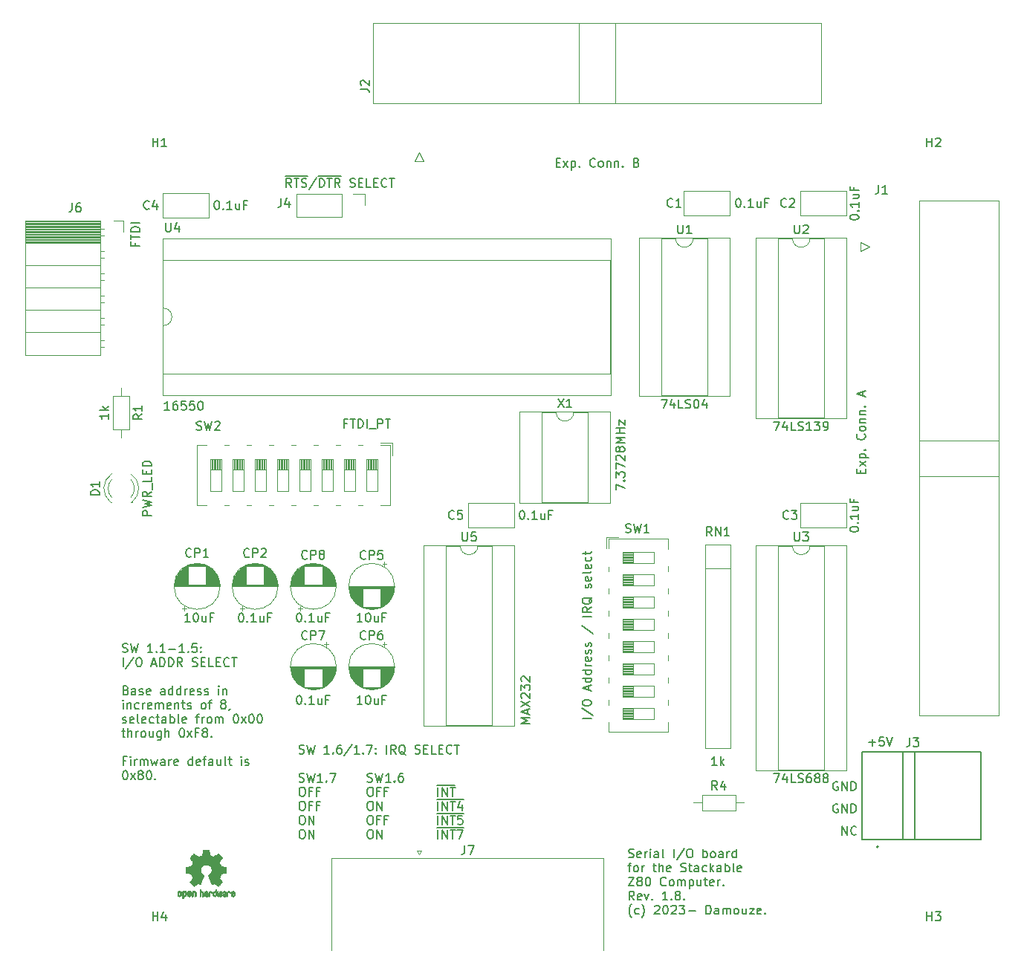
<source format=gbr>
%TF.GenerationSoftware,KiCad,Pcbnew,8.0.4*%
%TF.CreationDate,2024-09-09T16:13:34+02:00*%
%TF.ProjectId,serial_io_board,73657269-616c-45f6-996f-5f626f617264,1.8*%
%TF.SameCoordinates,Original*%
%TF.FileFunction,Legend,Top*%
%TF.FilePolarity,Positive*%
%FSLAX46Y46*%
G04 Gerber Fmt 4.6, Leading zero omitted, Abs format (unit mm)*
G04 Created by KiCad (PCBNEW 8.0.4) date 2024-09-09 16:13:34*
%MOMM*%
%LPD*%
G01*
G04 APERTURE LIST*
%ADD10C,0.150000*%
%ADD11C,0.120000*%
%ADD12C,0.010000*%
%ADD13C,0.127000*%
%ADD14C,0.200000*%
G04 APERTURE END LIST*
D10*
X49235660Y-100294200D02*
X49378517Y-100341819D01*
X49378517Y-100341819D02*
X49616612Y-100341819D01*
X49616612Y-100341819D02*
X49711850Y-100294200D01*
X49711850Y-100294200D02*
X49759469Y-100246580D01*
X49759469Y-100246580D02*
X49807088Y-100151342D01*
X49807088Y-100151342D02*
X49807088Y-100056104D01*
X49807088Y-100056104D02*
X49759469Y-99960866D01*
X49759469Y-99960866D02*
X49711850Y-99913247D01*
X49711850Y-99913247D02*
X49616612Y-99865628D01*
X49616612Y-99865628D02*
X49426136Y-99818009D01*
X49426136Y-99818009D02*
X49330898Y-99770390D01*
X49330898Y-99770390D02*
X49283279Y-99722771D01*
X49283279Y-99722771D02*
X49235660Y-99627533D01*
X49235660Y-99627533D02*
X49235660Y-99532295D01*
X49235660Y-99532295D02*
X49283279Y-99437057D01*
X49283279Y-99437057D02*
X49330898Y-99389438D01*
X49330898Y-99389438D02*
X49426136Y-99341819D01*
X49426136Y-99341819D02*
X49664231Y-99341819D01*
X49664231Y-99341819D02*
X49807088Y-99389438D01*
X50140422Y-99341819D02*
X50378517Y-100341819D01*
X50378517Y-100341819D02*
X50568993Y-99627533D01*
X50568993Y-99627533D02*
X50759469Y-100341819D01*
X50759469Y-100341819D02*
X50997565Y-99341819D01*
X52664231Y-100341819D02*
X52092803Y-100341819D01*
X52378517Y-100341819D02*
X52378517Y-99341819D01*
X52378517Y-99341819D02*
X52283279Y-99484676D01*
X52283279Y-99484676D02*
X52188041Y-99579914D01*
X52188041Y-99579914D02*
X52092803Y-99627533D01*
X53092803Y-100246580D02*
X53140422Y-100294200D01*
X53140422Y-100294200D02*
X53092803Y-100341819D01*
X53092803Y-100341819D02*
X53045184Y-100294200D01*
X53045184Y-100294200D02*
X53092803Y-100246580D01*
X53092803Y-100246580D02*
X53092803Y-100341819D01*
X53997564Y-99341819D02*
X53807088Y-99341819D01*
X53807088Y-99341819D02*
X53711850Y-99389438D01*
X53711850Y-99389438D02*
X53664231Y-99437057D01*
X53664231Y-99437057D02*
X53568993Y-99579914D01*
X53568993Y-99579914D02*
X53521374Y-99770390D01*
X53521374Y-99770390D02*
X53521374Y-100151342D01*
X53521374Y-100151342D02*
X53568993Y-100246580D01*
X53568993Y-100246580D02*
X53616612Y-100294200D01*
X53616612Y-100294200D02*
X53711850Y-100341819D01*
X53711850Y-100341819D02*
X53902326Y-100341819D01*
X53902326Y-100341819D02*
X53997564Y-100294200D01*
X53997564Y-100294200D02*
X54045183Y-100246580D01*
X54045183Y-100246580D02*
X54092802Y-100151342D01*
X54092802Y-100151342D02*
X54092802Y-99913247D01*
X54092802Y-99913247D02*
X54045183Y-99818009D01*
X54045183Y-99818009D02*
X53997564Y-99770390D01*
X53997564Y-99770390D02*
X53902326Y-99722771D01*
X53902326Y-99722771D02*
X53711850Y-99722771D01*
X53711850Y-99722771D02*
X53616612Y-99770390D01*
X53616612Y-99770390D02*
X53568993Y-99818009D01*
X53568993Y-99818009D02*
X53521374Y-99913247D01*
X55235659Y-99294200D02*
X54378517Y-100579914D01*
X56092802Y-100341819D02*
X55521374Y-100341819D01*
X55807088Y-100341819D02*
X55807088Y-99341819D01*
X55807088Y-99341819D02*
X55711850Y-99484676D01*
X55711850Y-99484676D02*
X55616612Y-99579914D01*
X55616612Y-99579914D02*
X55521374Y-99627533D01*
X56521374Y-100246580D02*
X56568993Y-100294200D01*
X56568993Y-100294200D02*
X56521374Y-100341819D01*
X56521374Y-100341819D02*
X56473755Y-100294200D01*
X56473755Y-100294200D02*
X56521374Y-100246580D01*
X56521374Y-100246580D02*
X56521374Y-100341819D01*
X56902326Y-99341819D02*
X57568992Y-99341819D01*
X57568992Y-99341819D02*
X57140421Y-100341819D01*
X57949945Y-100246580D02*
X57997564Y-100294200D01*
X57997564Y-100294200D02*
X57949945Y-100341819D01*
X57949945Y-100341819D02*
X57902326Y-100294200D01*
X57902326Y-100294200D02*
X57949945Y-100246580D01*
X57949945Y-100246580D02*
X57949945Y-100341819D01*
X57949945Y-99722771D02*
X57997564Y-99770390D01*
X57997564Y-99770390D02*
X57949945Y-99818009D01*
X57949945Y-99818009D02*
X57902326Y-99770390D01*
X57902326Y-99770390D02*
X57949945Y-99722771D01*
X57949945Y-99722771D02*
X57949945Y-99818009D01*
X59188040Y-100341819D02*
X59188040Y-99341819D01*
X60235658Y-100341819D02*
X59902325Y-99865628D01*
X59664230Y-100341819D02*
X59664230Y-99341819D01*
X59664230Y-99341819D02*
X60045182Y-99341819D01*
X60045182Y-99341819D02*
X60140420Y-99389438D01*
X60140420Y-99389438D02*
X60188039Y-99437057D01*
X60188039Y-99437057D02*
X60235658Y-99532295D01*
X60235658Y-99532295D02*
X60235658Y-99675152D01*
X60235658Y-99675152D02*
X60188039Y-99770390D01*
X60188039Y-99770390D02*
X60140420Y-99818009D01*
X60140420Y-99818009D02*
X60045182Y-99865628D01*
X60045182Y-99865628D02*
X59664230Y-99865628D01*
X61330896Y-100437057D02*
X61235658Y-100389438D01*
X61235658Y-100389438D02*
X61140420Y-100294200D01*
X61140420Y-100294200D02*
X60997563Y-100151342D01*
X60997563Y-100151342D02*
X60902325Y-100103723D01*
X60902325Y-100103723D02*
X60807087Y-100103723D01*
X60854706Y-100341819D02*
X60759468Y-100294200D01*
X60759468Y-100294200D02*
X60664230Y-100198961D01*
X60664230Y-100198961D02*
X60616611Y-100008485D01*
X60616611Y-100008485D02*
X60616611Y-99675152D01*
X60616611Y-99675152D02*
X60664230Y-99484676D01*
X60664230Y-99484676D02*
X60759468Y-99389438D01*
X60759468Y-99389438D02*
X60854706Y-99341819D01*
X60854706Y-99341819D02*
X61045182Y-99341819D01*
X61045182Y-99341819D02*
X61140420Y-99389438D01*
X61140420Y-99389438D02*
X61235658Y-99484676D01*
X61235658Y-99484676D02*
X61283277Y-99675152D01*
X61283277Y-99675152D02*
X61283277Y-100008485D01*
X61283277Y-100008485D02*
X61235658Y-100198961D01*
X61235658Y-100198961D02*
X61140420Y-100294200D01*
X61140420Y-100294200D02*
X61045182Y-100341819D01*
X61045182Y-100341819D02*
X60854706Y-100341819D01*
X62426135Y-100294200D02*
X62568992Y-100341819D01*
X62568992Y-100341819D02*
X62807087Y-100341819D01*
X62807087Y-100341819D02*
X62902325Y-100294200D01*
X62902325Y-100294200D02*
X62949944Y-100246580D01*
X62949944Y-100246580D02*
X62997563Y-100151342D01*
X62997563Y-100151342D02*
X62997563Y-100056104D01*
X62997563Y-100056104D02*
X62949944Y-99960866D01*
X62949944Y-99960866D02*
X62902325Y-99913247D01*
X62902325Y-99913247D02*
X62807087Y-99865628D01*
X62807087Y-99865628D02*
X62616611Y-99818009D01*
X62616611Y-99818009D02*
X62521373Y-99770390D01*
X62521373Y-99770390D02*
X62473754Y-99722771D01*
X62473754Y-99722771D02*
X62426135Y-99627533D01*
X62426135Y-99627533D02*
X62426135Y-99532295D01*
X62426135Y-99532295D02*
X62473754Y-99437057D01*
X62473754Y-99437057D02*
X62521373Y-99389438D01*
X62521373Y-99389438D02*
X62616611Y-99341819D01*
X62616611Y-99341819D02*
X62854706Y-99341819D01*
X62854706Y-99341819D02*
X62997563Y-99389438D01*
X63426135Y-99818009D02*
X63759468Y-99818009D01*
X63902325Y-100341819D02*
X63426135Y-100341819D01*
X63426135Y-100341819D02*
X63426135Y-99341819D01*
X63426135Y-99341819D02*
X63902325Y-99341819D01*
X64807087Y-100341819D02*
X64330897Y-100341819D01*
X64330897Y-100341819D02*
X64330897Y-99341819D01*
X65140421Y-99818009D02*
X65473754Y-99818009D01*
X65616611Y-100341819D02*
X65140421Y-100341819D01*
X65140421Y-100341819D02*
X65140421Y-99341819D01*
X65140421Y-99341819D02*
X65616611Y-99341819D01*
X66616611Y-100246580D02*
X66568992Y-100294200D01*
X66568992Y-100294200D02*
X66426135Y-100341819D01*
X66426135Y-100341819D02*
X66330897Y-100341819D01*
X66330897Y-100341819D02*
X66188040Y-100294200D01*
X66188040Y-100294200D02*
X66092802Y-100198961D01*
X66092802Y-100198961D02*
X66045183Y-100103723D01*
X66045183Y-100103723D02*
X65997564Y-99913247D01*
X65997564Y-99913247D02*
X65997564Y-99770390D01*
X65997564Y-99770390D02*
X66045183Y-99579914D01*
X66045183Y-99579914D02*
X66092802Y-99484676D01*
X66092802Y-99484676D02*
X66188040Y-99389438D01*
X66188040Y-99389438D02*
X66330897Y-99341819D01*
X66330897Y-99341819D02*
X66426135Y-99341819D01*
X66426135Y-99341819D02*
X66568992Y-99389438D01*
X66568992Y-99389438D02*
X66616611Y-99437057D01*
X66902326Y-99341819D02*
X67473754Y-99341819D01*
X67188040Y-100341819D02*
X67188040Y-99341819D01*
X49235660Y-103514088D02*
X49378517Y-103561707D01*
X49378517Y-103561707D02*
X49616612Y-103561707D01*
X49616612Y-103561707D02*
X49711850Y-103514088D01*
X49711850Y-103514088D02*
X49759469Y-103466468D01*
X49759469Y-103466468D02*
X49807088Y-103371230D01*
X49807088Y-103371230D02*
X49807088Y-103275992D01*
X49807088Y-103275992D02*
X49759469Y-103180754D01*
X49759469Y-103180754D02*
X49711850Y-103133135D01*
X49711850Y-103133135D02*
X49616612Y-103085516D01*
X49616612Y-103085516D02*
X49426136Y-103037897D01*
X49426136Y-103037897D02*
X49330898Y-102990278D01*
X49330898Y-102990278D02*
X49283279Y-102942659D01*
X49283279Y-102942659D02*
X49235660Y-102847421D01*
X49235660Y-102847421D02*
X49235660Y-102752183D01*
X49235660Y-102752183D02*
X49283279Y-102656945D01*
X49283279Y-102656945D02*
X49330898Y-102609326D01*
X49330898Y-102609326D02*
X49426136Y-102561707D01*
X49426136Y-102561707D02*
X49664231Y-102561707D01*
X49664231Y-102561707D02*
X49807088Y-102609326D01*
X50140422Y-102561707D02*
X50378517Y-103561707D01*
X50378517Y-103561707D02*
X50568993Y-102847421D01*
X50568993Y-102847421D02*
X50759469Y-103561707D01*
X50759469Y-103561707D02*
X50997565Y-102561707D01*
X51902326Y-103561707D02*
X51330898Y-103561707D01*
X51616612Y-103561707D02*
X51616612Y-102561707D01*
X51616612Y-102561707D02*
X51521374Y-102704564D01*
X51521374Y-102704564D02*
X51426136Y-102799802D01*
X51426136Y-102799802D02*
X51330898Y-102847421D01*
X52330898Y-103466468D02*
X52378517Y-103514088D01*
X52378517Y-103514088D02*
X52330898Y-103561707D01*
X52330898Y-103561707D02*
X52283279Y-103514088D01*
X52283279Y-103514088D02*
X52330898Y-103466468D01*
X52330898Y-103466468D02*
X52330898Y-103561707D01*
X52711850Y-102561707D02*
X53378516Y-102561707D01*
X53378516Y-102561707D02*
X52949945Y-103561707D01*
X56997564Y-103514088D02*
X57140421Y-103561707D01*
X57140421Y-103561707D02*
X57378516Y-103561707D01*
X57378516Y-103561707D02*
X57473754Y-103514088D01*
X57473754Y-103514088D02*
X57521373Y-103466468D01*
X57521373Y-103466468D02*
X57568992Y-103371230D01*
X57568992Y-103371230D02*
X57568992Y-103275992D01*
X57568992Y-103275992D02*
X57521373Y-103180754D01*
X57521373Y-103180754D02*
X57473754Y-103133135D01*
X57473754Y-103133135D02*
X57378516Y-103085516D01*
X57378516Y-103085516D02*
X57188040Y-103037897D01*
X57188040Y-103037897D02*
X57092802Y-102990278D01*
X57092802Y-102990278D02*
X57045183Y-102942659D01*
X57045183Y-102942659D02*
X56997564Y-102847421D01*
X56997564Y-102847421D02*
X56997564Y-102752183D01*
X56997564Y-102752183D02*
X57045183Y-102656945D01*
X57045183Y-102656945D02*
X57092802Y-102609326D01*
X57092802Y-102609326D02*
X57188040Y-102561707D01*
X57188040Y-102561707D02*
X57426135Y-102561707D01*
X57426135Y-102561707D02*
X57568992Y-102609326D01*
X57902326Y-102561707D02*
X58140421Y-103561707D01*
X58140421Y-103561707D02*
X58330897Y-102847421D01*
X58330897Y-102847421D02*
X58521373Y-103561707D01*
X58521373Y-103561707D02*
X58759469Y-102561707D01*
X59664230Y-103561707D02*
X59092802Y-103561707D01*
X59378516Y-103561707D02*
X59378516Y-102561707D01*
X59378516Y-102561707D02*
X59283278Y-102704564D01*
X59283278Y-102704564D02*
X59188040Y-102799802D01*
X59188040Y-102799802D02*
X59092802Y-102847421D01*
X60092802Y-103466468D02*
X60140421Y-103514088D01*
X60140421Y-103514088D02*
X60092802Y-103561707D01*
X60092802Y-103561707D02*
X60045183Y-103514088D01*
X60045183Y-103514088D02*
X60092802Y-103466468D01*
X60092802Y-103466468D02*
X60092802Y-103561707D01*
X60997563Y-102561707D02*
X60807087Y-102561707D01*
X60807087Y-102561707D02*
X60711849Y-102609326D01*
X60711849Y-102609326D02*
X60664230Y-102656945D01*
X60664230Y-102656945D02*
X60568992Y-102799802D01*
X60568992Y-102799802D02*
X60521373Y-102990278D01*
X60521373Y-102990278D02*
X60521373Y-103371230D01*
X60521373Y-103371230D02*
X60568992Y-103466468D01*
X60568992Y-103466468D02*
X60616611Y-103514088D01*
X60616611Y-103514088D02*
X60711849Y-103561707D01*
X60711849Y-103561707D02*
X60902325Y-103561707D01*
X60902325Y-103561707D02*
X60997563Y-103514088D01*
X60997563Y-103514088D02*
X61045182Y-103466468D01*
X61045182Y-103466468D02*
X61092801Y-103371230D01*
X61092801Y-103371230D02*
X61092801Y-103133135D01*
X61092801Y-103133135D02*
X61045182Y-103037897D01*
X61045182Y-103037897D02*
X60997563Y-102990278D01*
X60997563Y-102990278D02*
X60902325Y-102942659D01*
X60902325Y-102942659D02*
X60711849Y-102942659D01*
X60711849Y-102942659D02*
X60616611Y-102990278D01*
X60616611Y-102990278D02*
X60568992Y-103037897D01*
X60568992Y-103037897D02*
X60521373Y-103133135D01*
X49473755Y-104171651D02*
X49664231Y-104171651D01*
X49664231Y-104171651D02*
X49759469Y-104219270D01*
X49759469Y-104219270D02*
X49854707Y-104314508D01*
X49854707Y-104314508D02*
X49902326Y-104504984D01*
X49902326Y-104504984D02*
X49902326Y-104838317D01*
X49902326Y-104838317D02*
X49854707Y-105028793D01*
X49854707Y-105028793D02*
X49759469Y-105124032D01*
X49759469Y-105124032D02*
X49664231Y-105171651D01*
X49664231Y-105171651D02*
X49473755Y-105171651D01*
X49473755Y-105171651D02*
X49378517Y-105124032D01*
X49378517Y-105124032D02*
X49283279Y-105028793D01*
X49283279Y-105028793D02*
X49235660Y-104838317D01*
X49235660Y-104838317D02*
X49235660Y-104504984D01*
X49235660Y-104504984D02*
X49283279Y-104314508D01*
X49283279Y-104314508D02*
X49378517Y-104219270D01*
X49378517Y-104219270D02*
X49473755Y-104171651D01*
X50664231Y-104647841D02*
X50330898Y-104647841D01*
X50330898Y-105171651D02*
X50330898Y-104171651D01*
X50330898Y-104171651D02*
X50807088Y-104171651D01*
X51521374Y-104647841D02*
X51188041Y-104647841D01*
X51188041Y-105171651D02*
X51188041Y-104171651D01*
X51188041Y-104171651D02*
X51664231Y-104171651D01*
X57235659Y-104171651D02*
X57426135Y-104171651D01*
X57426135Y-104171651D02*
X57521373Y-104219270D01*
X57521373Y-104219270D02*
X57616611Y-104314508D01*
X57616611Y-104314508D02*
X57664230Y-104504984D01*
X57664230Y-104504984D02*
X57664230Y-104838317D01*
X57664230Y-104838317D02*
X57616611Y-105028793D01*
X57616611Y-105028793D02*
X57521373Y-105124032D01*
X57521373Y-105124032D02*
X57426135Y-105171651D01*
X57426135Y-105171651D02*
X57235659Y-105171651D01*
X57235659Y-105171651D02*
X57140421Y-105124032D01*
X57140421Y-105124032D02*
X57045183Y-105028793D01*
X57045183Y-105028793D02*
X56997564Y-104838317D01*
X56997564Y-104838317D02*
X56997564Y-104504984D01*
X56997564Y-104504984D02*
X57045183Y-104314508D01*
X57045183Y-104314508D02*
X57140421Y-104219270D01*
X57140421Y-104219270D02*
X57235659Y-104171651D01*
X58426135Y-104647841D02*
X58092802Y-104647841D01*
X58092802Y-105171651D02*
X58092802Y-104171651D01*
X58092802Y-104171651D02*
X58568992Y-104171651D01*
X59283278Y-104647841D02*
X58949945Y-104647841D01*
X58949945Y-105171651D02*
X58949945Y-104171651D01*
X58949945Y-104171651D02*
X59426135Y-104171651D01*
X65045183Y-105171651D02*
X65045183Y-104171651D01*
X65521373Y-105171651D02*
X65521373Y-104171651D01*
X65521373Y-104171651D02*
X66092801Y-105171651D01*
X66092801Y-105171651D02*
X66092801Y-104171651D01*
X66426135Y-104171651D02*
X66997563Y-104171651D01*
X66711849Y-105171651D02*
X66711849Y-104171651D01*
X64907088Y-103894032D02*
X66992802Y-103894032D01*
X49473755Y-105781595D02*
X49664231Y-105781595D01*
X49664231Y-105781595D02*
X49759469Y-105829214D01*
X49759469Y-105829214D02*
X49854707Y-105924452D01*
X49854707Y-105924452D02*
X49902326Y-106114928D01*
X49902326Y-106114928D02*
X49902326Y-106448261D01*
X49902326Y-106448261D02*
X49854707Y-106638737D01*
X49854707Y-106638737D02*
X49759469Y-106733976D01*
X49759469Y-106733976D02*
X49664231Y-106781595D01*
X49664231Y-106781595D02*
X49473755Y-106781595D01*
X49473755Y-106781595D02*
X49378517Y-106733976D01*
X49378517Y-106733976D02*
X49283279Y-106638737D01*
X49283279Y-106638737D02*
X49235660Y-106448261D01*
X49235660Y-106448261D02*
X49235660Y-106114928D01*
X49235660Y-106114928D02*
X49283279Y-105924452D01*
X49283279Y-105924452D02*
X49378517Y-105829214D01*
X49378517Y-105829214D02*
X49473755Y-105781595D01*
X50664231Y-106257785D02*
X50330898Y-106257785D01*
X50330898Y-106781595D02*
X50330898Y-105781595D01*
X50330898Y-105781595D02*
X50807088Y-105781595D01*
X51521374Y-106257785D02*
X51188041Y-106257785D01*
X51188041Y-106781595D02*
X51188041Y-105781595D01*
X51188041Y-105781595D02*
X51664231Y-105781595D01*
X57235659Y-105781595D02*
X57426135Y-105781595D01*
X57426135Y-105781595D02*
X57521373Y-105829214D01*
X57521373Y-105829214D02*
X57616611Y-105924452D01*
X57616611Y-105924452D02*
X57664230Y-106114928D01*
X57664230Y-106114928D02*
X57664230Y-106448261D01*
X57664230Y-106448261D02*
X57616611Y-106638737D01*
X57616611Y-106638737D02*
X57521373Y-106733976D01*
X57521373Y-106733976D02*
X57426135Y-106781595D01*
X57426135Y-106781595D02*
X57235659Y-106781595D01*
X57235659Y-106781595D02*
X57140421Y-106733976D01*
X57140421Y-106733976D02*
X57045183Y-106638737D01*
X57045183Y-106638737D02*
X56997564Y-106448261D01*
X56997564Y-106448261D02*
X56997564Y-106114928D01*
X56997564Y-106114928D02*
X57045183Y-105924452D01*
X57045183Y-105924452D02*
X57140421Y-105829214D01*
X57140421Y-105829214D02*
X57235659Y-105781595D01*
X58092802Y-106781595D02*
X58092802Y-105781595D01*
X58092802Y-105781595D02*
X58664230Y-106781595D01*
X58664230Y-106781595D02*
X58664230Y-105781595D01*
X65045183Y-106781595D02*
X65045183Y-105781595D01*
X65521373Y-106781595D02*
X65521373Y-105781595D01*
X65521373Y-105781595D02*
X66092801Y-106781595D01*
X66092801Y-106781595D02*
X66092801Y-105781595D01*
X66426135Y-105781595D02*
X66997563Y-105781595D01*
X66711849Y-106781595D02*
X66711849Y-105781595D01*
X67759468Y-106114928D02*
X67759468Y-106781595D01*
X67521373Y-105733976D02*
X67283278Y-106448261D01*
X67283278Y-106448261D02*
X67902325Y-106448261D01*
X64907088Y-105503976D02*
X67945183Y-105503976D01*
X49473755Y-107391539D02*
X49664231Y-107391539D01*
X49664231Y-107391539D02*
X49759469Y-107439158D01*
X49759469Y-107439158D02*
X49854707Y-107534396D01*
X49854707Y-107534396D02*
X49902326Y-107724872D01*
X49902326Y-107724872D02*
X49902326Y-108058205D01*
X49902326Y-108058205D02*
X49854707Y-108248681D01*
X49854707Y-108248681D02*
X49759469Y-108343920D01*
X49759469Y-108343920D02*
X49664231Y-108391539D01*
X49664231Y-108391539D02*
X49473755Y-108391539D01*
X49473755Y-108391539D02*
X49378517Y-108343920D01*
X49378517Y-108343920D02*
X49283279Y-108248681D01*
X49283279Y-108248681D02*
X49235660Y-108058205D01*
X49235660Y-108058205D02*
X49235660Y-107724872D01*
X49235660Y-107724872D02*
X49283279Y-107534396D01*
X49283279Y-107534396D02*
X49378517Y-107439158D01*
X49378517Y-107439158D02*
X49473755Y-107391539D01*
X50330898Y-108391539D02*
X50330898Y-107391539D01*
X50330898Y-107391539D02*
X50902326Y-108391539D01*
X50902326Y-108391539D02*
X50902326Y-107391539D01*
X57235659Y-107391539D02*
X57426135Y-107391539D01*
X57426135Y-107391539D02*
X57521373Y-107439158D01*
X57521373Y-107439158D02*
X57616611Y-107534396D01*
X57616611Y-107534396D02*
X57664230Y-107724872D01*
X57664230Y-107724872D02*
X57664230Y-108058205D01*
X57664230Y-108058205D02*
X57616611Y-108248681D01*
X57616611Y-108248681D02*
X57521373Y-108343920D01*
X57521373Y-108343920D02*
X57426135Y-108391539D01*
X57426135Y-108391539D02*
X57235659Y-108391539D01*
X57235659Y-108391539D02*
X57140421Y-108343920D01*
X57140421Y-108343920D02*
X57045183Y-108248681D01*
X57045183Y-108248681D02*
X56997564Y-108058205D01*
X56997564Y-108058205D02*
X56997564Y-107724872D01*
X56997564Y-107724872D02*
X57045183Y-107534396D01*
X57045183Y-107534396D02*
X57140421Y-107439158D01*
X57140421Y-107439158D02*
X57235659Y-107391539D01*
X58426135Y-107867729D02*
X58092802Y-107867729D01*
X58092802Y-108391539D02*
X58092802Y-107391539D01*
X58092802Y-107391539D02*
X58568992Y-107391539D01*
X59283278Y-107867729D02*
X58949945Y-107867729D01*
X58949945Y-108391539D02*
X58949945Y-107391539D01*
X58949945Y-107391539D02*
X59426135Y-107391539D01*
X65045183Y-108391539D02*
X65045183Y-107391539D01*
X65521373Y-108391539D02*
X65521373Y-107391539D01*
X65521373Y-107391539D02*
X66092801Y-108391539D01*
X66092801Y-108391539D02*
X66092801Y-107391539D01*
X66426135Y-107391539D02*
X66997563Y-107391539D01*
X66711849Y-108391539D02*
X66711849Y-107391539D01*
X67807087Y-107391539D02*
X67330897Y-107391539D01*
X67330897Y-107391539D02*
X67283278Y-107867729D01*
X67283278Y-107867729D02*
X67330897Y-107820110D01*
X67330897Y-107820110D02*
X67426135Y-107772491D01*
X67426135Y-107772491D02*
X67664230Y-107772491D01*
X67664230Y-107772491D02*
X67759468Y-107820110D01*
X67759468Y-107820110D02*
X67807087Y-107867729D01*
X67807087Y-107867729D02*
X67854706Y-107962967D01*
X67854706Y-107962967D02*
X67854706Y-108201062D01*
X67854706Y-108201062D02*
X67807087Y-108296300D01*
X67807087Y-108296300D02*
X67759468Y-108343920D01*
X67759468Y-108343920D02*
X67664230Y-108391539D01*
X67664230Y-108391539D02*
X67426135Y-108391539D01*
X67426135Y-108391539D02*
X67330897Y-108343920D01*
X67330897Y-108343920D02*
X67283278Y-108296300D01*
X64907088Y-107113920D02*
X67945183Y-107113920D01*
X49473755Y-109001483D02*
X49664231Y-109001483D01*
X49664231Y-109001483D02*
X49759469Y-109049102D01*
X49759469Y-109049102D02*
X49854707Y-109144340D01*
X49854707Y-109144340D02*
X49902326Y-109334816D01*
X49902326Y-109334816D02*
X49902326Y-109668149D01*
X49902326Y-109668149D02*
X49854707Y-109858625D01*
X49854707Y-109858625D02*
X49759469Y-109953864D01*
X49759469Y-109953864D02*
X49664231Y-110001483D01*
X49664231Y-110001483D02*
X49473755Y-110001483D01*
X49473755Y-110001483D02*
X49378517Y-109953864D01*
X49378517Y-109953864D02*
X49283279Y-109858625D01*
X49283279Y-109858625D02*
X49235660Y-109668149D01*
X49235660Y-109668149D02*
X49235660Y-109334816D01*
X49235660Y-109334816D02*
X49283279Y-109144340D01*
X49283279Y-109144340D02*
X49378517Y-109049102D01*
X49378517Y-109049102D02*
X49473755Y-109001483D01*
X50330898Y-110001483D02*
X50330898Y-109001483D01*
X50330898Y-109001483D02*
X50902326Y-110001483D01*
X50902326Y-110001483D02*
X50902326Y-109001483D01*
X57235659Y-109001483D02*
X57426135Y-109001483D01*
X57426135Y-109001483D02*
X57521373Y-109049102D01*
X57521373Y-109049102D02*
X57616611Y-109144340D01*
X57616611Y-109144340D02*
X57664230Y-109334816D01*
X57664230Y-109334816D02*
X57664230Y-109668149D01*
X57664230Y-109668149D02*
X57616611Y-109858625D01*
X57616611Y-109858625D02*
X57521373Y-109953864D01*
X57521373Y-109953864D02*
X57426135Y-110001483D01*
X57426135Y-110001483D02*
X57235659Y-110001483D01*
X57235659Y-110001483D02*
X57140421Y-109953864D01*
X57140421Y-109953864D02*
X57045183Y-109858625D01*
X57045183Y-109858625D02*
X56997564Y-109668149D01*
X56997564Y-109668149D02*
X56997564Y-109334816D01*
X56997564Y-109334816D02*
X57045183Y-109144340D01*
X57045183Y-109144340D02*
X57140421Y-109049102D01*
X57140421Y-109049102D02*
X57235659Y-109001483D01*
X58092802Y-110001483D02*
X58092802Y-109001483D01*
X58092802Y-109001483D02*
X58664230Y-110001483D01*
X58664230Y-110001483D02*
X58664230Y-109001483D01*
X65045183Y-110001483D02*
X65045183Y-109001483D01*
X65521373Y-110001483D02*
X65521373Y-109001483D01*
X65521373Y-109001483D02*
X66092801Y-110001483D01*
X66092801Y-110001483D02*
X66092801Y-109001483D01*
X66426135Y-109001483D02*
X66997563Y-109001483D01*
X66711849Y-110001483D02*
X66711849Y-109001483D01*
X67235659Y-109001483D02*
X67902325Y-109001483D01*
X67902325Y-109001483D02*
X67473754Y-110001483D01*
X64907088Y-108723864D02*
X67945183Y-108723864D01*
X29106160Y-88737200D02*
X29249017Y-88784819D01*
X29249017Y-88784819D02*
X29487112Y-88784819D01*
X29487112Y-88784819D02*
X29582350Y-88737200D01*
X29582350Y-88737200D02*
X29629969Y-88689580D01*
X29629969Y-88689580D02*
X29677588Y-88594342D01*
X29677588Y-88594342D02*
X29677588Y-88499104D01*
X29677588Y-88499104D02*
X29629969Y-88403866D01*
X29629969Y-88403866D02*
X29582350Y-88356247D01*
X29582350Y-88356247D02*
X29487112Y-88308628D01*
X29487112Y-88308628D02*
X29296636Y-88261009D01*
X29296636Y-88261009D02*
X29201398Y-88213390D01*
X29201398Y-88213390D02*
X29153779Y-88165771D01*
X29153779Y-88165771D02*
X29106160Y-88070533D01*
X29106160Y-88070533D02*
X29106160Y-87975295D01*
X29106160Y-87975295D02*
X29153779Y-87880057D01*
X29153779Y-87880057D02*
X29201398Y-87832438D01*
X29201398Y-87832438D02*
X29296636Y-87784819D01*
X29296636Y-87784819D02*
X29534731Y-87784819D01*
X29534731Y-87784819D02*
X29677588Y-87832438D01*
X30010922Y-87784819D02*
X30249017Y-88784819D01*
X30249017Y-88784819D02*
X30439493Y-88070533D01*
X30439493Y-88070533D02*
X30629969Y-88784819D01*
X30629969Y-88784819D02*
X30868065Y-87784819D01*
X32534731Y-88784819D02*
X31963303Y-88784819D01*
X32249017Y-88784819D02*
X32249017Y-87784819D01*
X32249017Y-87784819D02*
X32153779Y-87927676D01*
X32153779Y-87927676D02*
X32058541Y-88022914D01*
X32058541Y-88022914D02*
X31963303Y-88070533D01*
X32963303Y-88689580D02*
X33010922Y-88737200D01*
X33010922Y-88737200D02*
X32963303Y-88784819D01*
X32963303Y-88784819D02*
X32915684Y-88737200D01*
X32915684Y-88737200D02*
X32963303Y-88689580D01*
X32963303Y-88689580D02*
X32963303Y-88784819D01*
X33963302Y-88784819D02*
X33391874Y-88784819D01*
X33677588Y-88784819D02*
X33677588Y-87784819D01*
X33677588Y-87784819D02*
X33582350Y-87927676D01*
X33582350Y-87927676D02*
X33487112Y-88022914D01*
X33487112Y-88022914D02*
X33391874Y-88070533D01*
X34391874Y-88403866D02*
X35153779Y-88403866D01*
X36153778Y-88784819D02*
X35582350Y-88784819D01*
X35868064Y-88784819D02*
X35868064Y-87784819D01*
X35868064Y-87784819D02*
X35772826Y-87927676D01*
X35772826Y-87927676D02*
X35677588Y-88022914D01*
X35677588Y-88022914D02*
X35582350Y-88070533D01*
X36582350Y-88689580D02*
X36629969Y-88737200D01*
X36629969Y-88737200D02*
X36582350Y-88784819D01*
X36582350Y-88784819D02*
X36534731Y-88737200D01*
X36534731Y-88737200D02*
X36582350Y-88689580D01*
X36582350Y-88689580D02*
X36582350Y-88784819D01*
X37534730Y-87784819D02*
X37058540Y-87784819D01*
X37058540Y-87784819D02*
X37010921Y-88261009D01*
X37010921Y-88261009D02*
X37058540Y-88213390D01*
X37058540Y-88213390D02*
X37153778Y-88165771D01*
X37153778Y-88165771D02*
X37391873Y-88165771D01*
X37391873Y-88165771D02*
X37487111Y-88213390D01*
X37487111Y-88213390D02*
X37534730Y-88261009D01*
X37534730Y-88261009D02*
X37582349Y-88356247D01*
X37582349Y-88356247D02*
X37582349Y-88594342D01*
X37582349Y-88594342D02*
X37534730Y-88689580D01*
X37534730Y-88689580D02*
X37487111Y-88737200D01*
X37487111Y-88737200D02*
X37391873Y-88784819D01*
X37391873Y-88784819D02*
X37153778Y-88784819D01*
X37153778Y-88784819D02*
X37058540Y-88737200D01*
X37058540Y-88737200D02*
X37010921Y-88689580D01*
X38010921Y-88689580D02*
X38058540Y-88737200D01*
X38058540Y-88737200D02*
X38010921Y-88784819D01*
X38010921Y-88784819D02*
X37963302Y-88737200D01*
X37963302Y-88737200D02*
X38010921Y-88689580D01*
X38010921Y-88689580D02*
X38010921Y-88784819D01*
X38010921Y-88165771D02*
X38058540Y-88213390D01*
X38058540Y-88213390D02*
X38010921Y-88261009D01*
X38010921Y-88261009D02*
X37963302Y-88213390D01*
X37963302Y-88213390D02*
X38010921Y-88165771D01*
X38010921Y-88165771D02*
X38010921Y-88261009D01*
X29153779Y-90394763D02*
X29153779Y-89394763D01*
X30344254Y-89347144D02*
X29487112Y-90632858D01*
X30868064Y-89394763D02*
X31058540Y-89394763D01*
X31058540Y-89394763D02*
X31153778Y-89442382D01*
X31153778Y-89442382D02*
X31249016Y-89537620D01*
X31249016Y-89537620D02*
X31296635Y-89728096D01*
X31296635Y-89728096D02*
X31296635Y-90061429D01*
X31296635Y-90061429D02*
X31249016Y-90251905D01*
X31249016Y-90251905D02*
X31153778Y-90347144D01*
X31153778Y-90347144D02*
X31058540Y-90394763D01*
X31058540Y-90394763D02*
X30868064Y-90394763D01*
X30868064Y-90394763D02*
X30772826Y-90347144D01*
X30772826Y-90347144D02*
X30677588Y-90251905D01*
X30677588Y-90251905D02*
X30629969Y-90061429D01*
X30629969Y-90061429D02*
X30629969Y-89728096D01*
X30629969Y-89728096D02*
X30677588Y-89537620D01*
X30677588Y-89537620D02*
X30772826Y-89442382D01*
X30772826Y-89442382D02*
X30868064Y-89394763D01*
X32439493Y-90109048D02*
X32915683Y-90109048D01*
X32344255Y-90394763D02*
X32677588Y-89394763D01*
X32677588Y-89394763D02*
X33010921Y-90394763D01*
X33344255Y-90394763D02*
X33344255Y-89394763D01*
X33344255Y-89394763D02*
X33582350Y-89394763D01*
X33582350Y-89394763D02*
X33725207Y-89442382D01*
X33725207Y-89442382D02*
X33820445Y-89537620D01*
X33820445Y-89537620D02*
X33868064Y-89632858D01*
X33868064Y-89632858D02*
X33915683Y-89823334D01*
X33915683Y-89823334D02*
X33915683Y-89966191D01*
X33915683Y-89966191D02*
X33868064Y-90156667D01*
X33868064Y-90156667D02*
X33820445Y-90251905D01*
X33820445Y-90251905D02*
X33725207Y-90347144D01*
X33725207Y-90347144D02*
X33582350Y-90394763D01*
X33582350Y-90394763D02*
X33344255Y-90394763D01*
X34344255Y-90394763D02*
X34344255Y-89394763D01*
X34344255Y-89394763D02*
X34582350Y-89394763D01*
X34582350Y-89394763D02*
X34725207Y-89442382D01*
X34725207Y-89442382D02*
X34820445Y-89537620D01*
X34820445Y-89537620D02*
X34868064Y-89632858D01*
X34868064Y-89632858D02*
X34915683Y-89823334D01*
X34915683Y-89823334D02*
X34915683Y-89966191D01*
X34915683Y-89966191D02*
X34868064Y-90156667D01*
X34868064Y-90156667D02*
X34820445Y-90251905D01*
X34820445Y-90251905D02*
X34725207Y-90347144D01*
X34725207Y-90347144D02*
X34582350Y-90394763D01*
X34582350Y-90394763D02*
X34344255Y-90394763D01*
X35915683Y-90394763D02*
X35582350Y-89918572D01*
X35344255Y-90394763D02*
X35344255Y-89394763D01*
X35344255Y-89394763D02*
X35725207Y-89394763D01*
X35725207Y-89394763D02*
X35820445Y-89442382D01*
X35820445Y-89442382D02*
X35868064Y-89490001D01*
X35868064Y-89490001D02*
X35915683Y-89585239D01*
X35915683Y-89585239D02*
X35915683Y-89728096D01*
X35915683Y-89728096D02*
X35868064Y-89823334D01*
X35868064Y-89823334D02*
X35820445Y-89870953D01*
X35820445Y-89870953D02*
X35725207Y-89918572D01*
X35725207Y-89918572D02*
X35344255Y-89918572D01*
X37058541Y-90347144D02*
X37201398Y-90394763D01*
X37201398Y-90394763D02*
X37439493Y-90394763D01*
X37439493Y-90394763D02*
X37534731Y-90347144D01*
X37534731Y-90347144D02*
X37582350Y-90299524D01*
X37582350Y-90299524D02*
X37629969Y-90204286D01*
X37629969Y-90204286D02*
X37629969Y-90109048D01*
X37629969Y-90109048D02*
X37582350Y-90013810D01*
X37582350Y-90013810D02*
X37534731Y-89966191D01*
X37534731Y-89966191D02*
X37439493Y-89918572D01*
X37439493Y-89918572D02*
X37249017Y-89870953D01*
X37249017Y-89870953D02*
X37153779Y-89823334D01*
X37153779Y-89823334D02*
X37106160Y-89775715D01*
X37106160Y-89775715D02*
X37058541Y-89680477D01*
X37058541Y-89680477D02*
X37058541Y-89585239D01*
X37058541Y-89585239D02*
X37106160Y-89490001D01*
X37106160Y-89490001D02*
X37153779Y-89442382D01*
X37153779Y-89442382D02*
X37249017Y-89394763D01*
X37249017Y-89394763D02*
X37487112Y-89394763D01*
X37487112Y-89394763D02*
X37629969Y-89442382D01*
X38058541Y-89870953D02*
X38391874Y-89870953D01*
X38534731Y-90394763D02*
X38058541Y-90394763D01*
X38058541Y-90394763D02*
X38058541Y-89394763D01*
X38058541Y-89394763D02*
X38534731Y-89394763D01*
X39439493Y-90394763D02*
X38963303Y-90394763D01*
X38963303Y-90394763D02*
X38963303Y-89394763D01*
X39772827Y-89870953D02*
X40106160Y-89870953D01*
X40249017Y-90394763D02*
X39772827Y-90394763D01*
X39772827Y-90394763D02*
X39772827Y-89394763D01*
X39772827Y-89394763D02*
X40249017Y-89394763D01*
X41249017Y-90299524D02*
X41201398Y-90347144D01*
X41201398Y-90347144D02*
X41058541Y-90394763D01*
X41058541Y-90394763D02*
X40963303Y-90394763D01*
X40963303Y-90394763D02*
X40820446Y-90347144D01*
X40820446Y-90347144D02*
X40725208Y-90251905D01*
X40725208Y-90251905D02*
X40677589Y-90156667D01*
X40677589Y-90156667D02*
X40629970Y-89966191D01*
X40629970Y-89966191D02*
X40629970Y-89823334D01*
X40629970Y-89823334D02*
X40677589Y-89632858D01*
X40677589Y-89632858D02*
X40725208Y-89537620D01*
X40725208Y-89537620D02*
X40820446Y-89442382D01*
X40820446Y-89442382D02*
X40963303Y-89394763D01*
X40963303Y-89394763D02*
X41058541Y-89394763D01*
X41058541Y-89394763D02*
X41201398Y-89442382D01*
X41201398Y-89442382D02*
X41249017Y-89490001D01*
X41534732Y-89394763D02*
X42106160Y-89394763D01*
X41820446Y-90394763D02*
X41820446Y-89394763D01*
X29487112Y-93090841D02*
X29629969Y-93138460D01*
X29629969Y-93138460D02*
X29677588Y-93186079D01*
X29677588Y-93186079D02*
X29725207Y-93281317D01*
X29725207Y-93281317D02*
X29725207Y-93424174D01*
X29725207Y-93424174D02*
X29677588Y-93519412D01*
X29677588Y-93519412D02*
X29629969Y-93567032D01*
X29629969Y-93567032D02*
X29534731Y-93614651D01*
X29534731Y-93614651D02*
X29153779Y-93614651D01*
X29153779Y-93614651D02*
X29153779Y-92614651D01*
X29153779Y-92614651D02*
X29487112Y-92614651D01*
X29487112Y-92614651D02*
X29582350Y-92662270D01*
X29582350Y-92662270D02*
X29629969Y-92709889D01*
X29629969Y-92709889D02*
X29677588Y-92805127D01*
X29677588Y-92805127D02*
X29677588Y-92900365D01*
X29677588Y-92900365D02*
X29629969Y-92995603D01*
X29629969Y-92995603D02*
X29582350Y-93043222D01*
X29582350Y-93043222D02*
X29487112Y-93090841D01*
X29487112Y-93090841D02*
X29153779Y-93090841D01*
X30582350Y-93614651D02*
X30582350Y-93090841D01*
X30582350Y-93090841D02*
X30534731Y-92995603D01*
X30534731Y-92995603D02*
X30439493Y-92947984D01*
X30439493Y-92947984D02*
X30249017Y-92947984D01*
X30249017Y-92947984D02*
X30153779Y-92995603D01*
X30582350Y-93567032D02*
X30487112Y-93614651D01*
X30487112Y-93614651D02*
X30249017Y-93614651D01*
X30249017Y-93614651D02*
X30153779Y-93567032D01*
X30153779Y-93567032D02*
X30106160Y-93471793D01*
X30106160Y-93471793D02*
X30106160Y-93376555D01*
X30106160Y-93376555D02*
X30153779Y-93281317D01*
X30153779Y-93281317D02*
X30249017Y-93233698D01*
X30249017Y-93233698D02*
X30487112Y-93233698D01*
X30487112Y-93233698D02*
X30582350Y-93186079D01*
X31010922Y-93567032D02*
X31106160Y-93614651D01*
X31106160Y-93614651D02*
X31296636Y-93614651D01*
X31296636Y-93614651D02*
X31391874Y-93567032D01*
X31391874Y-93567032D02*
X31439493Y-93471793D01*
X31439493Y-93471793D02*
X31439493Y-93424174D01*
X31439493Y-93424174D02*
X31391874Y-93328936D01*
X31391874Y-93328936D02*
X31296636Y-93281317D01*
X31296636Y-93281317D02*
X31153779Y-93281317D01*
X31153779Y-93281317D02*
X31058541Y-93233698D01*
X31058541Y-93233698D02*
X31010922Y-93138460D01*
X31010922Y-93138460D02*
X31010922Y-93090841D01*
X31010922Y-93090841D02*
X31058541Y-92995603D01*
X31058541Y-92995603D02*
X31153779Y-92947984D01*
X31153779Y-92947984D02*
X31296636Y-92947984D01*
X31296636Y-92947984D02*
X31391874Y-92995603D01*
X32249017Y-93567032D02*
X32153779Y-93614651D01*
X32153779Y-93614651D02*
X31963303Y-93614651D01*
X31963303Y-93614651D02*
X31868065Y-93567032D01*
X31868065Y-93567032D02*
X31820446Y-93471793D01*
X31820446Y-93471793D02*
X31820446Y-93090841D01*
X31820446Y-93090841D02*
X31868065Y-92995603D01*
X31868065Y-92995603D02*
X31963303Y-92947984D01*
X31963303Y-92947984D02*
X32153779Y-92947984D01*
X32153779Y-92947984D02*
X32249017Y-92995603D01*
X32249017Y-92995603D02*
X32296636Y-93090841D01*
X32296636Y-93090841D02*
X32296636Y-93186079D01*
X32296636Y-93186079D02*
X31820446Y-93281317D01*
X33915684Y-93614651D02*
X33915684Y-93090841D01*
X33915684Y-93090841D02*
X33868065Y-92995603D01*
X33868065Y-92995603D02*
X33772827Y-92947984D01*
X33772827Y-92947984D02*
X33582351Y-92947984D01*
X33582351Y-92947984D02*
X33487113Y-92995603D01*
X33915684Y-93567032D02*
X33820446Y-93614651D01*
X33820446Y-93614651D02*
X33582351Y-93614651D01*
X33582351Y-93614651D02*
X33487113Y-93567032D01*
X33487113Y-93567032D02*
X33439494Y-93471793D01*
X33439494Y-93471793D02*
X33439494Y-93376555D01*
X33439494Y-93376555D02*
X33487113Y-93281317D01*
X33487113Y-93281317D02*
X33582351Y-93233698D01*
X33582351Y-93233698D02*
X33820446Y-93233698D01*
X33820446Y-93233698D02*
X33915684Y-93186079D01*
X34820446Y-93614651D02*
X34820446Y-92614651D01*
X34820446Y-93567032D02*
X34725208Y-93614651D01*
X34725208Y-93614651D02*
X34534732Y-93614651D01*
X34534732Y-93614651D02*
X34439494Y-93567032D01*
X34439494Y-93567032D02*
X34391875Y-93519412D01*
X34391875Y-93519412D02*
X34344256Y-93424174D01*
X34344256Y-93424174D02*
X34344256Y-93138460D01*
X34344256Y-93138460D02*
X34391875Y-93043222D01*
X34391875Y-93043222D02*
X34439494Y-92995603D01*
X34439494Y-92995603D02*
X34534732Y-92947984D01*
X34534732Y-92947984D02*
X34725208Y-92947984D01*
X34725208Y-92947984D02*
X34820446Y-92995603D01*
X35725208Y-93614651D02*
X35725208Y-92614651D01*
X35725208Y-93567032D02*
X35629970Y-93614651D01*
X35629970Y-93614651D02*
X35439494Y-93614651D01*
X35439494Y-93614651D02*
X35344256Y-93567032D01*
X35344256Y-93567032D02*
X35296637Y-93519412D01*
X35296637Y-93519412D02*
X35249018Y-93424174D01*
X35249018Y-93424174D02*
X35249018Y-93138460D01*
X35249018Y-93138460D02*
X35296637Y-93043222D01*
X35296637Y-93043222D02*
X35344256Y-92995603D01*
X35344256Y-92995603D02*
X35439494Y-92947984D01*
X35439494Y-92947984D02*
X35629970Y-92947984D01*
X35629970Y-92947984D02*
X35725208Y-92995603D01*
X36201399Y-93614651D02*
X36201399Y-92947984D01*
X36201399Y-93138460D02*
X36249018Y-93043222D01*
X36249018Y-93043222D02*
X36296637Y-92995603D01*
X36296637Y-92995603D02*
X36391875Y-92947984D01*
X36391875Y-92947984D02*
X36487113Y-92947984D01*
X37201399Y-93567032D02*
X37106161Y-93614651D01*
X37106161Y-93614651D02*
X36915685Y-93614651D01*
X36915685Y-93614651D02*
X36820447Y-93567032D01*
X36820447Y-93567032D02*
X36772828Y-93471793D01*
X36772828Y-93471793D02*
X36772828Y-93090841D01*
X36772828Y-93090841D02*
X36820447Y-92995603D01*
X36820447Y-92995603D02*
X36915685Y-92947984D01*
X36915685Y-92947984D02*
X37106161Y-92947984D01*
X37106161Y-92947984D02*
X37201399Y-92995603D01*
X37201399Y-92995603D02*
X37249018Y-93090841D01*
X37249018Y-93090841D02*
X37249018Y-93186079D01*
X37249018Y-93186079D02*
X36772828Y-93281317D01*
X37629971Y-93567032D02*
X37725209Y-93614651D01*
X37725209Y-93614651D02*
X37915685Y-93614651D01*
X37915685Y-93614651D02*
X38010923Y-93567032D01*
X38010923Y-93567032D02*
X38058542Y-93471793D01*
X38058542Y-93471793D02*
X38058542Y-93424174D01*
X38058542Y-93424174D02*
X38010923Y-93328936D01*
X38010923Y-93328936D02*
X37915685Y-93281317D01*
X37915685Y-93281317D02*
X37772828Y-93281317D01*
X37772828Y-93281317D02*
X37677590Y-93233698D01*
X37677590Y-93233698D02*
X37629971Y-93138460D01*
X37629971Y-93138460D02*
X37629971Y-93090841D01*
X37629971Y-93090841D02*
X37677590Y-92995603D01*
X37677590Y-92995603D02*
X37772828Y-92947984D01*
X37772828Y-92947984D02*
X37915685Y-92947984D01*
X37915685Y-92947984D02*
X38010923Y-92995603D01*
X38439495Y-93567032D02*
X38534733Y-93614651D01*
X38534733Y-93614651D02*
X38725209Y-93614651D01*
X38725209Y-93614651D02*
X38820447Y-93567032D01*
X38820447Y-93567032D02*
X38868066Y-93471793D01*
X38868066Y-93471793D02*
X38868066Y-93424174D01*
X38868066Y-93424174D02*
X38820447Y-93328936D01*
X38820447Y-93328936D02*
X38725209Y-93281317D01*
X38725209Y-93281317D02*
X38582352Y-93281317D01*
X38582352Y-93281317D02*
X38487114Y-93233698D01*
X38487114Y-93233698D02*
X38439495Y-93138460D01*
X38439495Y-93138460D02*
X38439495Y-93090841D01*
X38439495Y-93090841D02*
X38487114Y-92995603D01*
X38487114Y-92995603D02*
X38582352Y-92947984D01*
X38582352Y-92947984D02*
X38725209Y-92947984D01*
X38725209Y-92947984D02*
X38820447Y-92995603D01*
X40058543Y-93614651D02*
X40058543Y-92947984D01*
X40058543Y-92614651D02*
X40010924Y-92662270D01*
X40010924Y-92662270D02*
X40058543Y-92709889D01*
X40058543Y-92709889D02*
X40106162Y-92662270D01*
X40106162Y-92662270D02*
X40058543Y-92614651D01*
X40058543Y-92614651D02*
X40058543Y-92709889D01*
X40534733Y-92947984D02*
X40534733Y-93614651D01*
X40534733Y-93043222D02*
X40582352Y-92995603D01*
X40582352Y-92995603D02*
X40677590Y-92947984D01*
X40677590Y-92947984D02*
X40820447Y-92947984D01*
X40820447Y-92947984D02*
X40915685Y-92995603D01*
X40915685Y-92995603D02*
X40963304Y-93090841D01*
X40963304Y-93090841D02*
X40963304Y-93614651D01*
X29153779Y-95224595D02*
X29153779Y-94557928D01*
X29153779Y-94224595D02*
X29106160Y-94272214D01*
X29106160Y-94272214D02*
X29153779Y-94319833D01*
X29153779Y-94319833D02*
X29201398Y-94272214D01*
X29201398Y-94272214D02*
X29153779Y-94224595D01*
X29153779Y-94224595D02*
X29153779Y-94319833D01*
X29629969Y-94557928D02*
X29629969Y-95224595D01*
X29629969Y-94653166D02*
X29677588Y-94605547D01*
X29677588Y-94605547D02*
X29772826Y-94557928D01*
X29772826Y-94557928D02*
X29915683Y-94557928D01*
X29915683Y-94557928D02*
X30010921Y-94605547D01*
X30010921Y-94605547D02*
X30058540Y-94700785D01*
X30058540Y-94700785D02*
X30058540Y-95224595D01*
X30963302Y-95176976D02*
X30868064Y-95224595D01*
X30868064Y-95224595D02*
X30677588Y-95224595D01*
X30677588Y-95224595D02*
X30582350Y-95176976D01*
X30582350Y-95176976D02*
X30534731Y-95129356D01*
X30534731Y-95129356D02*
X30487112Y-95034118D01*
X30487112Y-95034118D02*
X30487112Y-94748404D01*
X30487112Y-94748404D02*
X30534731Y-94653166D01*
X30534731Y-94653166D02*
X30582350Y-94605547D01*
X30582350Y-94605547D02*
X30677588Y-94557928D01*
X30677588Y-94557928D02*
X30868064Y-94557928D01*
X30868064Y-94557928D02*
X30963302Y-94605547D01*
X31391874Y-95224595D02*
X31391874Y-94557928D01*
X31391874Y-94748404D02*
X31439493Y-94653166D01*
X31439493Y-94653166D02*
X31487112Y-94605547D01*
X31487112Y-94605547D02*
X31582350Y-94557928D01*
X31582350Y-94557928D02*
X31677588Y-94557928D01*
X32391874Y-95176976D02*
X32296636Y-95224595D01*
X32296636Y-95224595D02*
X32106160Y-95224595D01*
X32106160Y-95224595D02*
X32010922Y-95176976D01*
X32010922Y-95176976D02*
X31963303Y-95081737D01*
X31963303Y-95081737D02*
X31963303Y-94700785D01*
X31963303Y-94700785D02*
X32010922Y-94605547D01*
X32010922Y-94605547D02*
X32106160Y-94557928D01*
X32106160Y-94557928D02*
X32296636Y-94557928D01*
X32296636Y-94557928D02*
X32391874Y-94605547D01*
X32391874Y-94605547D02*
X32439493Y-94700785D01*
X32439493Y-94700785D02*
X32439493Y-94796023D01*
X32439493Y-94796023D02*
X31963303Y-94891261D01*
X32868065Y-95224595D02*
X32868065Y-94557928D01*
X32868065Y-94653166D02*
X32915684Y-94605547D01*
X32915684Y-94605547D02*
X33010922Y-94557928D01*
X33010922Y-94557928D02*
X33153779Y-94557928D01*
X33153779Y-94557928D02*
X33249017Y-94605547D01*
X33249017Y-94605547D02*
X33296636Y-94700785D01*
X33296636Y-94700785D02*
X33296636Y-95224595D01*
X33296636Y-94700785D02*
X33344255Y-94605547D01*
X33344255Y-94605547D02*
X33439493Y-94557928D01*
X33439493Y-94557928D02*
X33582350Y-94557928D01*
X33582350Y-94557928D02*
X33677589Y-94605547D01*
X33677589Y-94605547D02*
X33725208Y-94700785D01*
X33725208Y-94700785D02*
X33725208Y-95224595D01*
X34582350Y-95176976D02*
X34487112Y-95224595D01*
X34487112Y-95224595D02*
X34296636Y-95224595D01*
X34296636Y-95224595D02*
X34201398Y-95176976D01*
X34201398Y-95176976D02*
X34153779Y-95081737D01*
X34153779Y-95081737D02*
X34153779Y-94700785D01*
X34153779Y-94700785D02*
X34201398Y-94605547D01*
X34201398Y-94605547D02*
X34296636Y-94557928D01*
X34296636Y-94557928D02*
X34487112Y-94557928D01*
X34487112Y-94557928D02*
X34582350Y-94605547D01*
X34582350Y-94605547D02*
X34629969Y-94700785D01*
X34629969Y-94700785D02*
X34629969Y-94796023D01*
X34629969Y-94796023D02*
X34153779Y-94891261D01*
X35058541Y-94557928D02*
X35058541Y-95224595D01*
X35058541Y-94653166D02*
X35106160Y-94605547D01*
X35106160Y-94605547D02*
X35201398Y-94557928D01*
X35201398Y-94557928D02*
X35344255Y-94557928D01*
X35344255Y-94557928D02*
X35439493Y-94605547D01*
X35439493Y-94605547D02*
X35487112Y-94700785D01*
X35487112Y-94700785D02*
X35487112Y-95224595D01*
X35820446Y-94557928D02*
X36201398Y-94557928D01*
X35963303Y-94224595D02*
X35963303Y-95081737D01*
X35963303Y-95081737D02*
X36010922Y-95176976D01*
X36010922Y-95176976D02*
X36106160Y-95224595D01*
X36106160Y-95224595D02*
X36201398Y-95224595D01*
X36487113Y-95176976D02*
X36582351Y-95224595D01*
X36582351Y-95224595D02*
X36772827Y-95224595D01*
X36772827Y-95224595D02*
X36868065Y-95176976D01*
X36868065Y-95176976D02*
X36915684Y-95081737D01*
X36915684Y-95081737D02*
X36915684Y-95034118D01*
X36915684Y-95034118D02*
X36868065Y-94938880D01*
X36868065Y-94938880D02*
X36772827Y-94891261D01*
X36772827Y-94891261D02*
X36629970Y-94891261D01*
X36629970Y-94891261D02*
X36534732Y-94843642D01*
X36534732Y-94843642D02*
X36487113Y-94748404D01*
X36487113Y-94748404D02*
X36487113Y-94700785D01*
X36487113Y-94700785D02*
X36534732Y-94605547D01*
X36534732Y-94605547D02*
X36629970Y-94557928D01*
X36629970Y-94557928D02*
X36772827Y-94557928D01*
X36772827Y-94557928D02*
X36868065Y-94605547D01*
X38249018Y-95224595D02*
X38153780Y-95176976D01*
X38153780Y-95176976D02*
X38106161Y-95129356D01*
X38106161Y-95129356D02*
X38058542Y-95034118D01*
X38058542Y-95034118D02*
X38058542Y-94748404D01*
X38058542Y-94748404D02*
X38106161Y-94653166D01*
X38106161Y-94653166D02*
X38153780Y-94605547D01*
X38153780Y-94605547D02*
X38249018Y-94557928D01*
X38249018Y-94557928D02*
X38391875Y-94557928D01*
X38391875Y-94557928D02*
X38487113Y-94605547D01*
X38487113Y-94605547D02*
X38534732Y-94653166D01*
X38534732Y-94653166D02*
X38582351Y-94748404D01*
X38582351Y-94748404D02*
X38582351Y-95034118D01*
X38582351Y-95034118D02*
X38534732Y-95129356D01*
X38534732Y-95129356D02*
X38487113Y-95176976D01*
X38487113Y-95176976D02*
X38391875Y-95224595D01*
X38391875Y-95224595D02*
X38249018Y-95224595D01*
X38868066Y-94557928D02*
X39249018Y-94557928D01*
X39010923Y-95224595D02*
X39010923Y-94367452D01*
X39010923Y-94367452D02*
X39058542Y-94272214D01*
X39058542Y-94272214D02*
X39153780Y-94224595D01*
X39153780Y-94224595D02*
X39249018Y-94224595D01*
X40487114Y-94653166D02*
X40391876Y-94605547D01*
X40391876Y-94605547D02*
X40344257Y-94557928D01*
X40344257Y-94557928D02*
X40296638Y-94462690D01*
X40296638Y-94462690D02*
X40296638Y-94415071D01*
X40296638Y-94415071D02*
X40344257Y-94319833D01*
X40344257Y-94319833D02*
X40391876Y-94272214D01*
X40391876Y-94272214D02*
X40487114Y-94224595D01*
X40487114Y-94224595D02*
X40677590Y-94224595D01*
X40677590Y-94224595D02*
X40772828Y-94272214D01*
X40772828Y-94272214D02*
X40820447Y-94319833D01*
X40820447Y-94319833D02*
X40868066Y-94415071D01*
X40868066Y-94415071D02*
X40868066Y-94462690D01*
X40868066Y-94462690D02*
X40820447Y-94557928D01*
X40820447Y-94557928D02*
X40772828Y-94605547D01*
X40772828Y-94605547D02*
X40677590Y-94653166D01*
X40677590Y-94653166D02*
X40487114Y-94653166D01*
X40487114Y-94653166D02*
X40391876Y-94700785D01*
X40391876Y-94700785D02*
X40344257Y-94748404D01*
X40344257Y-94748404D02*
X40296638Y-94843642D01*
X40296638Y-94843642D02*
X40296638Y-95034118D01*
X40296638Y-95034118D02*
X40344257Y-95129356D01*
X40344257Y-95129356D02*
X40391876Y-95176976D01*
X40391876Y-95176976D02*
X40487114Y-95224595D01*
X40487114Y-95224595D02*
X40677590Y-95224595D01*
X40677590Y-95224595D02*
X40772828Y-95176976D01*
X40772828Y-95176976D02*
X40820447Y-95129356D01*
X40820447Y-95129356D02*
X40868066Y-95034118D01*
X40868066Y-95034118D02*
X40868066Y-94843642D01*
X40868066Y-94843642D02*
X40820447Y-94748404D01*
X40820447Y-94748404D02*
X40772828Y-94700785D01*
X40772828Y-94700785D02*
X40677590Y-94653166D01*
X41344257Y-95176976D02*
X41344257Y-95224595D01*
X41344257Y-95224595D02*
X41296638Y-95319833D01*
X41296638Y-95319833D02*
X41249019Y-95367452D01*
X29106160Y-96786920D02*
X29201398Y-96834539D01*
X29201398Y-96834539D02*
X29391874Y-96834539D01*
X29391874Y-96834539D02*
X29487112Y-96786920D01*
X29487112Y-96786920D02*
X29534731Y-96691681D01*
X29534731Y-96691681D02*
X29534731Y-96644062D01*
X29534731Y-96644062D02*
X29487112Y-96548824D01*
X29487112Y-96548824D02*
X29391874Y-96501205D01*
X29391874Y-96501205D02*
X29249017Y-96501205D01*
X29249017Y-96501205D02*
X29153779Y-96453586D01*
X29153779Y-96453586D02*
X29106160Y-96358348D01*
X29106160Y-96358348D02*
X29106160Y-96310729D01*
X29106160Y-96310729D02*
X29153779Y-96215491D01*
X29153779Y-96215491D02*
X29249017Y-96167872D01*
X29249017Y-96167872D02*
X29391874Y-96167872D01*
X29391874Y-96167872D02*
X29487112Y-96215491D01*
X30344255Y-96786920D02*
X30249017Y-96834539D01*
X30249017Y-96834539D02*
X30058541Y-96834539D01*
X30058541Y-96834539D02*
X29963303Y-96786920D01*
X29963303Y-96786920D02*
X29915684Y-96691681D01*
X29915684Y-96691681D02*
X29915684Y-96310729D01*
X29915684Y-96310729D02*
X29963303Y-96215491D01*
X29963303Y-96215491D02*
X30058541Y-96167872D01*
X30058541Y-96167872D02*
X30249017Y-96167872D01*
X30249017Y-96167872D02*
X30344255Y-96215491D01*
X30344255Y-96215491D02*
X30391874Y-96310729D01*
X30391874Y-96310729D02*
X30391874Y-96405967D01*
X30391874Y-96405967D02*
X29915684Y-96501205D01*
X30963303Y-96834539D02*
X30868065Y-96786920D01*
X30868065Y-96786920D02*
X30820446Y-96691681D01*
X30820446Y-96691681D02*
X30820446Y-95834539D01*
X31725208Y-96786920D02*
X31629970Y-96834539D01*
X31629970Y-96834539D02*
X31439494Y-96834539D01*
X31439494Y-96834539D02*
X31344256Y-96786920D01*
X31344256Y-96786920D02*
X31296637Y-96691681D01*
X31296637Y-96691681D02*
X31296637Y-96310729D01*
X31296637Y-96310729D02*
X31344256Y-96215491D01*
X31344256Y-96215491D02*
X31439494Y-96167872D01*
X31439494Y-96167872D02*
X31629970Y-96167872D01*
X31629970Y-96167872D02*
X31725208Y-96215491D01*
X31725208Y-96215491D02*
X31772827Y-96310729D01*
X31772827Y-96310729D02*
X31772827Y-96405967D01*
X31772827Y-96405967D02*
X31296637Y-96501205D01*
X32629970Y-96786920D02*
X32534732Y-96834539D01*
X32534732Y-96834539D02*
X32344256Y-96834539D01*
X32344256Y-96834539D02*
X32249018Y-96786920D01*
X32249018Y-96786920D02*
X32201399Y-96739300D01*
X32201399Y-96739300D02*
X32153780Y-96644062D01*
X32153780Y-96644062D02*
X32153780Y-96358348D01*
X32153780Y-96358348D02*
X32201399Y-96263110D01*
X32201399Y-96263110D02*
X32249018Y-96215491D01*
X32249018Y-96215491D02*
X32344256Y-96167872D01*
X32344256Y-96167872D02*
X32534732Y-96167872D01*
X32534732Y-96167872D02*
X32629970Y-96215491D01*
X32915685Y-96167872D02*
X33296637Y-96167872D01*
X33058542Y-95834539D02*
X33058542Y-96691681D01*
X33058542Y-96691681D02*
X33106161Y-96786920D01*
X33106161Y-96786920D02*
X33201399Y-96834539D01*
X33201399Y-96834539D02*
X33296637Y-96834539D01*
X34058542Y-96834539D02*
X34058542Y-96310729D01*
X34058542Y-96310729D02*
X34010923Y-96215491D01*
X34010923Y-96215491D02*
X33915685Y-96167872D01*
X33915685Y-96167872D02*
X33725209Y-96167872D01*
X33725209Y-96167872D02*
X33629971Y-96215491D01*
X34058542Y-96786920D02*
X33963304Y-96834539D01*
X33963304Y-96834539D02*
X33725209Y-96834539D01*
X33725209Y-96834539D02*
X33629971Y-96786920D01*
X33629971Y-96786920D02*
X33582352Y-96691681D01*
X33582352Y-96691681D02*
X33582352Y-96596443D01*
X33582352Y-96596443D02*
X33629971Y-96501205D01*
X33629971Y-96501205D02*
X33725209Y-96453586D01*
X33725209Y-96453586D02*
X33963304Y-96453586D01*
X33963304Y-96453586D02*
X34058542Y-96405967D01*
X34534733Y-96834539D02*
X34534733Y-95834539D01*
X34534733Y-96215491D02*
X34629971Y-96167872D01*
X34629971Y-96167872D02*
X34820447Y-96167872D01*
X34820447Y-96167872D02*
X34915685Y-96215491D01*
X34915685Y-96215491D02*
X34963304Y-96263110D01*
X34963304Y-96263110D02*
X35010923Y-96358348D01*
X35010923Y-96358348D02*
X35010923Y-96644062D01*
X35010923Y-96644062D02*
X34963304Y-96739300D01*
X34963304Y-96739300D02*
X34915685Y-96786920D01*
X34915685Y-96786920D02*
X34820447Y-96834539D01*
X34820447Y-96834539D02*
X34629971Y-96834539D01*
X34629971Y-96834539D02*
X34534733Y-96786920D01*
X35582352Y-96834539D02*
X35487114Y-96786920D01*
X35487114Y-96786920D02*
X35439495Y-96691681D01*
X35439495Y-96691681D02*
X35439495Y-95834539D01*
X36344257Y-96786920D02*
X36249019Y-96834539D01*
X36249019Y-96834539D02*
X36058543Y-96834539D01*
X36058543Y-96834539D02*
X35963305Y-96786920D01*
X35963305Y-96786920D02*
X35915686Y-96691681D01*
X35915686Y-96691681D02*
X35915686Y-96310729D01*
X35915686Y-96310729D02*
X35963305Y-96215491D01*
X35963305Y-96215491D02*
X36058543Y-96167872D01*
X36058543Y-96167872D02*
X36249019Y-96167872D01*
X36249019Y-96167872D02*
X36344257Y-96215491D01*
X36344257Y-96215491D02*
X36391876Y-96310729D01*
X36391876Y-96310729D02*
X36391876Y-96405967D01*
X36391876Y-96405967D02*
X35915686Y-96501205D01*
X37439496Y-96167872D02*
X37820448Y-96167872D01*
X37582353Y-96834539D02*
X37582353Y-95977396D01*
X37582353Y-95977396D02*
X37629972Y-95882158D01*
X37629972Y-95882158D02*
X37725210Y-95834539D01*
X37725210Y-95834539D02*
X37820448Y-95834539D01*
X38153782Y-96834539D02*
X38153782Y-96167872D01*
X38153782Y-96358348D02*
X38201401Y-96263110D01*
X38201401Y-96263110D02*
X38249020Y-96215491D01*
X38249020Y-96215491D02*
X38344258Y-96167872D01*
X38344258Y-96167872D02*
X38439496Y-96167872D01*
X38915687Y-96834539D02*
X38820449Y-96786920D01*
X38820449Y-96786920D02*
X38772830Y-96739300D01*
X38772830Y-96739300D02*
X38725211Y-96644062D01*
X38725211Y-96644062D02*
X38725211Y-96358348D01*
X38725211Y-96358348D02*
X38772830Y-96263110D01*
X38772830Y-96263110D02*
X38820449Y-96215491D01*
X38820449Y-96215491D02*
X38915687Y-96167872D01*
X38915687Y-96167872D02*
X39058544Y-96167872D01*
X39058544Y-96167872D02*
X39153782Y-96215491D01*
X39153782Y-96215491D02*
X39201401Y-96263110D01*
X39201401Y-96263110D02*
X39249020Y-96358348D01*
X39249020Y-96358348D02*
X39249020Y-96644062D01*
X39249020Y-96644062D02*
X39201401Y-96739300D01*
X39201401Y-96739300D02*
X39153782Y-96786920D01*
X39153782Y-96786920D02*
X39058544Y-96834539D01*
X39058544Y-96834539D02*
X38915687Y-96834539D01*
X39677592Y-96834539D02*
X39677592Y-96167872D01*
X39677592Y-96263110D02*
X39725211Y-96215491D01*
X39725211Y-96215491D02*
X39820449Y-96167872D01*
X39820449Y-96167872D02*
X39963306Y-96167872D01*
X39963306Y-96167872D02*
X40058544Y-96215491D01*
X40058544Y-96215491D02*
X40106163Y-96310729D01*
X40106163Y-96310729D02*
X40106163Y-96834539D01*
X40106163Y-96310729D02*
X40153782Y-96215491D01*
X40153782Y-96215491D02*
X40249020Y-96167872D01*
X40249020Y-96167872D02*
X40391877Y-96167872D01*
X40391877Y-96167872D02*
X40487116Y-96215491D01*
X40487116Y-96215491D02*
X40534735Y-96310729D01*
X40534735Y-96310729D02*
X40534735Y-96834539D01*
X41963306Y-95834539D02*
X42058544Y-95834539D01*
X42058544Y-95834539D02*
X42153782Y-95882158D01*
X42153782Y-95882158D02*
X42201401Y-95929777D01*
X42201401Y-95929777D02*
X42249020Y-96025015D01*
X42249020Y-96025015D02*
X42296639Y-96215491D01*
X42296639Y-96215491D02*
X42296639Y-96453586D01*
X42296639Y-96453586D02*
X42249020Y-96644062D01*
X42249020Y-96644062D02*
X42201401Y-96739300D01*
X42201401Y-96739300D02*
X42153782Y-96786920D01*
X42153782Y-96786920D02*
X42058544Y-96834539D01*
X42058544Y-96834539D02*
X41963306Y-96834539D01*
X41963306Y-96834539D02*
X41868068Y-96786920D01*
X41868068Y-96786920D02*
X41820449Y-96739300D01*
X41820449Y-96739300D02*
X41772830Y-96644062D01*
X41772830Y-96644062D02*
X41725211Y-96453586D01*
X41725211Y-96453586D02*
X41725211Y-96215491D01*
X41725211Y-96215491D02*
X41772830Y-96025015D01*
X41772830Y-96025015D02*
X41820449Y-95929777D01*
X41820449Y-95929777D02*
X41868068Y-95882158D01*
X41868068Y-95882158D02*
X41963306Y-95834539D01*
X42629973Y-96834539D02*
X43153782Y-96167872D01*
X42629973Y-96167872D02*
X43153782Y-96834539D01*
X43725211Y-95834539D02*
X43820449Y-95834539D01*
X43820449Y-95834539D02*
X43915687Y-95882158D01*
X43915687Y-95882158D02*
X43963306Y-95929777D01*
X43963306Y-95929777D02*
X44010925Y-96025015D01*
X44010925Y-96025015D02*
X44058544Y-96215491D01*
X44058544Y-96215491D02*
X44058544Y-96453586D01*
X44058544Y-96453586D02*
X44010925Y-96644062D01*
X44010925Y-96644062D02*
X43963306Y-96739300D01*
X43963306Y-96739300D02*
X43915687Y-96786920D01*
X43915687Y-96786920D02*
X43820449Y-96834539D01*
X43820449Y-96834539D02*
X43725211Y-96834539D01*
X43725211Y-96834539D02*
X43629973Y-96786920D01*
X43629973Y-96786920D02*
X43582354Y-96739300D01*
X43582354Y-96739300D02*
X43534735Y-96644062D01*
X43534735Y-96644062D02*
X43487116Y-96453586D01*
X43487116Y-96453586D02*
X43487116Y-96215491D01*
X43487116Y-96215491D02*
X43534735Y-96025015D01*
X43534735Y-96025015D02*
X43582354Y-95929777D01*
X43582354Y-95929777D02*
X43629973Y-95882158D01*
X43629973Y-95882158D02*
X43725211Y-95834539D01*
X44677592Y-95834539D02*
X44772830Y-95834539D01*
X44772830Y-95834539D02*
X44868068Y-95882158D01*
X44868068Y-95882158D02*
X44915687Y-95929777D01*
X44915687Y-95929777D02*
X44963306Y-96025015D01*
X44963306Y-96025015D02*
X45010925Y-96215491D01*
X45010925Y-96215491D02*
X45010925Y-96453586D01*
X45010925Y-96453586D02*
X44963306Y-96644062D01*
X44963306Y-96644062D02*
X44915687Y-96739300D01*
X44915687Y-96739300D02*
X44868068Y-96786920D01*
X44868068Y-96786920D02*
X44772830Y-96834539D01*
X44772830Y-96834539D02*
X44677592Y-96834539D01*
X44677592Y-96834539D02*
X44582354Y-96786920D01*
X44582354Y-96786920D02*
X44534735Y-96739300D01*
X44534735Y-96739300D02*
X44487116Y-96644062D01*
X44487116Y-96644062D02*
X44439497Y-96453586D01*
X44439497Y-96453586D02*
X44439497Y-96215491D01*
X44439497Y-96215491D02*
X44487116Y-96025015D01*
X44487116Y-96025015D02*
X44534735Y-95929777D01*
X44534735Y-95929777D02*
X44582354Y-95882158D01*
X44582354Y-95882158D02*
X44677592Y-95834539D01*
X29010922Y-97777816D02*
X29391874Y-97777816D01*
X29153779Y-97444483D02*
X29153779Y-98301625D01*
X29153779Y-98301625D02*
X29201398Y-98396864D01*
X29201398Y-98396864D02*
X29296636Y-98444483D01*
X29296636Y-98444483D02*
X29391874Y-98444483D01*
X29725208Y-98444483D02*
X29725208Y-97444483D01*
X30153779Y-98444483D02*
X30153779Y-97920673D01*
X30153779Y-97920673D02*
X30106160Y-97825435D01*
X30106160Y-97825435D02*
X30010922Y-97777816D01*
X30010922Y-97777816D02*
X29868065Y-97777816D01*
X29868065Y-97777816D02*
X29772827Y-97825435D01*
X29772827Y-97825435D02*
X29725208Y-97873054D01*
X30629970Y-98444483D02*
X30629970Y-97777816D01*
X30629970Y-97968292D02*
X30677589Y-97873054D01*
X30677589Y-97873054D02*
X30725208Y-97825435D01*
X30725208Y-97825435D02*
X30820446Y-97777816D01*
X30820446Y-97777816D02*
X30915684Y-97777816D01*
X31391875Y-98444483D02*
X31296637Y-98396864D01*
X31296637Y-98396864D02*
X31249018Y-98349244D01*
X31249018Y-98349244D02*
X31201399Y-98254006D01*
X31201399Y-98254006D02*
X31201399Y-97968292D01*
X31201399Y-97968292D02*
X31249018Y-97873054D01*
X31249018Y-97873054D02*
X31296637Y-97825435D01*
X31296637Y-97825435D02*
X31391875Y-97777816D01*
X31391875Y-97777816D02*
X31534732Y-97777816D01*
X31534732Y-97777816D02*
X31629970Y-97825435D01*
X31629970Y-97825435D02*
X31677589Y-97873054D01*
X31677589Y-97873054D02*
X31725208Y-97968292D01*
X31725208Y-97968292D02*
X31725208Y-98254006D01*
X31725208Y-98254006D02*
X31677589Y-98349244D01*
X31677589Y-98349244D02*
X31629970Y-98396864D01*
X31629970Y-98396864D02*
X31534732Y-98444483D01*
X31534732Y-98444483D02*
X31391875Y-98444483D01*
X32582351Y-97777816D02*
X32582351Y-98444483D01*
X32153780Y-97777816D02*
X32153780Y-98301625D01*
X32153780Y-98301625D02*
X32201399Y-98396864D01*
X32201399Y-98396864D02*
X32296637Y-98444483D01*
X32296637Y-98444483D02*
X32439494Y-98444483D01*
X32439494Y-98444483D02*
X32534732Y-98396864D01*
X32534732Y-98396864D02*
X32582351Y-98349244D01*
X33487113Y-97777816D02*
X33487113Y-98587340D01*
X33487113Y-98587340D02*
X33439494Y-98682578D01*
X33439494Y-98682578D02*
X33391875Y-98730197D01*
X33391875Y-98730197D02*
X33296637Y-98777816D01*
X33296637Y-98777816D02*
X33153780Y-98777816D01*
X33153780Y-98777816D02*
X33058542Y-98730197D01*
X33487113Y-98396864D02*
X33391875Y-98444483D01*
X33391875Y-98444483D02*
X33201399Y-98444483D01*
X33201399Y-98444483D02*
X33106161Y-98396864D01*
X33106161Y-98396864D02*
X33058542Y-98349244D01*
X33058542Y-98349244D02*
X33010923Y-98254006D01*
X33010923Y-98254006D02*
X33010923Y-97968292D01*
X33010923Y-97968292D02*
X33058542Y-97873054D01*
X33058542Y-97873054D02*
X33106161Y-97825435D01*
X33106161Y-97825435D02*
X33201399Y-97777816D01*
X33201399Y-97777816D02*
X33391875Y-97777816D01*
X33391875Y-97777816D02*
X33487113Y-97825435D01*
X33963304Y-98444483D02*
X33963304Y-97444483D01*
X34391875Y-98444483D02*
X34391875Y-97920673D01*
X34391875Y-97920673D02*
X34344256Y-97825435D01*
X34344256Y-97825435D02*
X34249018Y-97777816D01*
X34249018Y-97777816D02*
X34106161Y-97777816D01*
X34106161Y-97777816D02*
X34010923Y-97825435D01*
X34010923Y-97825435D02*
X33963304Y-97873054D01*
X35820447Y-97444483D02*
X35915685Y-97444483D01*
X35915685Y-97444483D02*
X36010923Y-97492102D01*
X36010923Y-97492102D02*
X36058542Y-97539721D01*
X36058542Y-97539721D02*
X36106161Y-97634959D01*
X36106161Y-97634959D02*
X36153780Y-97825435D01*
X36153780Y-97825435D02*
X36153780Y-98063530D01*
X36153780Y-98063530D02*
X36106161Y-98254006D01*
X36106161Y-98254006D02*
X36058542Y-98349244D01*
X36058542Y-98349244D02*
X36010923Y-98396864D01*
X36010923Y-98396864D02*
X35915685Y-98444483D01*
X35915685Y-98444483D02*
X35820447Y-98444483D01*
X35820447Y-98444483D02*
X35725209Y-98396864D01*
X35725209Y-98396864D02*
X35677590Y-98349244D01*
X35677590Y-98349244D02*
X35629971Y-98254006D01*
X35629971Y-98254006D02*
X35582352Y-98063530D01*
X35582352Y-98063530D02*
X35582352Y-97825435D01*
X35582352Y-97825435D02*
X35629971Y-97634959D01*
X35629971Y-97634959D02*
X35677590Y-97539721D01*
X35677590Y-97539721D02*
X35725209Y-97492102D01*
X35725209Y-97492102D02*
X35820447Y-97444483D01*
X36487114Y-98444483D02*
X37010923Y-97777816D01*
X36487114Y-97777816D02*
X37010923Y-98444483D01*
X37725209Y-97920673D02*
X37391876Y-97920673D01*
X37391876Y-98444483D02*
X37391876Y-97444483D01*
X37391876Y-97444483D02*
X37868066Y-97444483D01*
X38391876Y-97873054D02*
X38296638Y-97825435D01*
X38296638Y-97825435D02*
X38249019Y-97777816D01*
X38249019Y-97777816D02*
X38201400Y-97682578D01*
X38201400Y-97682578D02*
X38201400Y-97634959D01*
X38201400Y-97634959D02*
X38249019Y-97539721D01*
X38249019Y-97539721D02*
X38296638Y-97492102D01*
X38296638Y-97492102D02*
X38391876Y-97444483D01*
X38391876Y-97444483D02*
X38582352Y-97444483D01*
X38582352Y-97444483D02*
X38677590Y-97492102D01*
X38677590Y-97492102D02*
X38725209Y-97539721D01*
X38725209Y-97539721D02*
X38772828Y-97634959D01*
X38772828Y-97634959D02*
X38772828Y-97682578D01*
X38772828Y-97682578D02*
X38725209Y-97777816D01*
X38725209Y-97777816D02*
X38677590Y-97825435D01*
X38677590Y-97825435D02*
X38582352Y-97873054D01*
X38582352Y-97873054D02*
X38391876Y-97873054D01*
X38391876Y-97873054D02*
X38296638Y-97920673D01*
X38296638Y-97920673D02*
X38249019Y-97968292D01*
X38249019Y-97968292D02*
X38201400Y-98063530D01*
X38201400Y-98063530D02*
X38201400Y-98254006D01*
X38201400Y-98254006D02*
X38249019Y-98349244D01*
X38249019Y-98349244D02*
X38296638Y-98396864D01*
X38296638Y-98396864D02*
X38391876Y-98444483D01*
X38391876Y-98444483D02*
X38582352Y-98444483D01*
X38582352Y-98444483D02*
X38677590Y-98396864D01*
X38677590Y-98396864D02*
X38725209Y-98349244D01*
X38725209Y-98349244D02*
X38772828Y-98254006D01*
X38772828Y-98254006D02*
X38772828Y-98063530D01*
X38772828Y-98063530D02*
X38725209Y-97968292D01*
X38725209Y-97968292D02*
X38677590Y-97920673D01*
X38677590Y-97920673D02*
X38582352Y-97873054D01*
X39201400Y-98349244D02*
X39249019Y-98396864D01*
X39249019Y-98396864D02*
X39201400Y-98444483D01*
X39201400Y-98444483D02*
X39153781Y-98396864D01*
X39153781Y-98396864D02*
X39201400Y-98349244D01*
X39201400Y-98349244D02*
X39201400Y-98444483D01*
X29487112Y-101140561D02*
X29153779Y-101140561D01*
X29153779Y-101664371D02*
X29153779Y-100664371D01*
X29153779Y-100664371D02*
X29629969Y-100664371D01*
X30010922Y-101664371D02*
X30010922Y-100997704D01*
X30010922Y-100664371D02*
X29963303Y-100711990D01*
X29963303Y-100711990D02*
X30010922Y-100759609D01*
X30010922Y-100759609D02*
X30058541Y-100711990D01*
X30058541Y-100711990D02*
X30010922Y-100664371D01*
X30010922Y-100664371D02*
X30010922Y-100759609D01*
X30487112Y-101664371D02*
X30487112Y-100997704D01*
X30487112Y-101188180D02*
X30534731Y-101092942D01*
X30534731Y-101092942D02*
X30582350Y-101045323D01*
X30582350Y-101045323D02*
X30677588Y-100997704D01*
X30677588Y-100997704D02*
X30772826Y-100997704D01*
X31106160Y-101664371D02*
X31106160Y-100997704D01*
X31106160Y-101092942D02*
X31153779Y-101045323D01*
X31153779Y-101045323D02*
X31249017Y-100997704D01*
X31249017Y-100997704D02*
X31391874Y-100997704D01*
X31391874Y-100997704D02*
X31487112Y-101045323D01*
X31487112Y-101045323D02*
X31534731Y-101140561D01*
X31534731Y-101140561D02*
X31534731Y-101664371D01*
X31534731Y-101140561D02*
X31582350Y-101045323D01*
X31582350Y-101045323D02*
X31677588Y-100997704D01*
X31677588Y-100997704D02*
X31820445Y-100997704D01*
X31820445Y-100997704D02*
X31915684Y-101045323D01*
X31915684Y-101045323D02*
X31963303Y-101140561D01*
X31963303Y-101140561D02*
X31963303Y-101664371D01*
X32344255Y-100997704D02*
X32534731Y-101664371D01*
X32534731Y-101664371D02*
X32725207Y-101188180D01*
X32725207Y-101188180D02*
X32915683Y-101664371D01*
X32915683Y-101664371D02*
X33106159Y-100997704D01*
X33915683Y-101664371D02*
X33915683Y-101140561D01*
X33915683Y-101140561D02*
X33868064Y-101045323D01*
X33868064Y-101045323D02*
X33772826Y-100997704D01*
X33772826Y-100997704D02*
X33582350Y-100997704D01*
X33582350Y-100997704D02*
X33487112Y-101045323D01*
X33915683Y-101616752D02*
X33820445Y-101664371D01*
X33820445Y-101664371D02*
X33582350Y-101664371D01*
X33582350Y-101664371D02*
X33487112Y-101616752D01*
X33487112Y-101616752D02*
X33439493Y-101521513D01*
X33439493Y-101521513D02*
X33439493Y-101426275D01*
X33439493Y-101426275D02*
X33487112Y-101331037D01*
X33487112Y-101331037D02*
X33582350Y-101283418D01*
X33582350Y-101283418D02*
X33820445Y-101283418D01*
X33820445Y-101283418D02*
X33915683Y-101235799D01*
X34391874Y-101664371D02*
X34391874Y-100997704D01*
X34391874Y-101188180D02*
X34439493Y-101092942D01*
X34439493Y-101092942D02*
X34487112Y-101045323D01*
X34487112Y-101045323D02*
X34582350Y-100997704D01*
X34582350Y-100997704D02*
X34677588Y-100997704D01*
X35391874Y-101616752D02*
X35296636Y-101664371D01*
X35296636Y-101664371D02*
X35106160Y-101664371D01*
X35106160Y-101664371D02*
X35010922Y-101616752D01*
X35010922Y-101616752D02*
X34963303Y-101521513D01*
X34963303Y-101521513D02*
X34963303Y-101140561D01*
X34963303Y-101140561D02*
X35010922Y-101045323D01*
X35010922Y-101045323D02*
X35106160Y-100997704D01*
X35106160Y-100997704D02*
X35296636Y-100997704D01*
X35296636Y-100997704D02*
X35391874Y-101045323D01*
X35391874Y-101045323D02*
X35439493Y-101140561D01*
X35439493Y-101140561D02*
X35439493Y-101235799D01*
X35439493Y-101235799D02*
X34963303Y-101331037D01*
X37058541Y-101664371D02*
X37058541Y-100664371D01*
X37058541Y-101616752D02*
X36963303Y-101664371D01*
X36963303Y-101664371D02*
X36772827Y-101664371D01*
X36772827Y-101664371D02*
X36677589Y-101616752D01*
X36677589Y-101616752D02*
X36629970Y-101569132D01*
X36629970Y-101569132D02*
X36582351Y-101473894D01*
X36582351Y-101473894D02*
X36582351Y-101188180D01*
X36582351Y-101188180D02*
X36629970Y-101092942D01*
X36629970Y-101092942D02*
X36677589Y-101045323D01*
X36677589Y-101045323D02*
X36772827Y-100997704D01*
X36772827Y-100997704D02*
X36963303Y-100997704D01*
X36963303Y-100997704D02*
X37058541Y-101045323D01*
X37915684Y-101616752D02*
X37820446Y-101664371D01*
X37820446Y-101664371D02*
X37629970Y-101664371D01*
X37629970Y-101664371D02*
X37534732Y-101616752D01*
X37534732Y-101616752D02*
X37487113Y-101521513D01*
X37487113Y-101521513D02*
X37487113Y-101140561D01*
X37487113Y-101140561D02*
X37534732Y-101045323D01*
X37534732Y-101045323D02*
X37629970Y-100997704D01*
X37629970Y-100997704D02*
X37820446Y-100997704D01*
X37820446Y-100997704D02*
X37915684Y-101045323D01*
X37915684Y-101045323D02*
X37963303Y-101140561D01*
X37963303Y-101140561D02*
X37963303Y-101235799D01*
X37963303Y-101235799D02*
X37487113Y-101331037D01*
X38249018Y-100997704D02*
X38629970Y-100997704D01*
X38391875Y-101664371D02*
X38391875Y-100807228D01*
X38391875Y-100807228D02*
X38439494Y-100711990D01*
X38439494Y-100711990D02*
X38534732Y-100664371D01*
X38534732Y-100664371D02*
X38629970Y-100664371D01*
X39391875Y-101664371D02*
X39391875Y-101140561D01*
X39391875Y-101140561D02*
X39344256Y-101045323D01*
X39344256Y-101045323D02*
X39249018Y-100997704D01*
X39249018Y-100997704D02*
X39058542Y-100997704D01*
X39058542Y-100997704D02*
X38963304Y-101045323D01*
X39391875Y-101616752D02*
X39296637Y-101664371D01*
X39296637Y-101664371D02*
X39058542Y-101664371D01*
X39058542Y-101664371D02*
X38963304Y-101616752D01*
X38963304Y-101616752D02*
X38915685Y-101521513D01*
X38915685Y-101521513D02*
X38915685Y-101426275D01*
X38915685Y-101426275D02*
X38963304Y-101331037D01*
X38963304Y-101331037D02*
X39058542Y-101283418D01*
X39058542Y-101283418D02*
X39296637Y-101283418D01*
X39296637Y-101283418D02*
X39391875Y-101235799D01*
X40296637Y-100997704D02*
X40296637Y-101664371D01*
X39868066Y-100997704D02*
X39868066Y-101521513D01*
X39868066Y-101521513D02*
X39915685Y-101616752D01*
X39915685Y-101616752D02*
X40010923Y-101664371D01*
X40010923Y-101664371D02*
X40153780Y-101664371D01*
X40153780Y-101664371D02*
X40249018Y-101616752D01*
X40249018Y-101616752D02*
X40296637Y-101569132D01*
X40915685Y-101664371D02*
X40820447Y-101616752D01*
X40820447Y-101616752D02*
X40772828Y-101521513D01*
X40772828Y-101521513D02*
X40772828Y-100664371D01*
X41153781Y-100997704D02*
X41534733Y-100997704D01*
X41296638Y-100664371D02*
X41296638Y-101521513D01*
X41296638Y-101521513D02*
X41344257Y-101616752D01*
X41344257Y-101616752D02*
X41439495Y-101664371D01*
X41439495Y-101664371D02*
X41534733Y-101664371D01*
X42629972Y-101664371D02*
X42629972Y-100997704D01*
X42629972Y-100664371D02*
X42582353Y-100711990D01*
X42582353Y-100711990D02*
X42629972Y-100759609D01*
X42629972Y-100759609D02*
X42677591Y-100711990D01*
X42677591Y-100711990D02*
X42629972Y-100664371D01*
X42629972Y-100664371D02*
X42629972Y-100759609D01*
X43058543Y-101616752D02*
X43153781Y-101664371D01*
X43153781Y-101664371D02*
X43344257Y-101664371D01*
X43344257Y-101664371D02*
X43439495Y-101616752D01*
X43439495Y-101616752D02*
X43487114Y-101521513D01*
X43487114Y-101521513D02*
X43487114Y-101473894D01*
X43487114Y-101473894D02*
X43439495Y-101378656D01*
X43439495Y-101378656D02*
X43344257Y-101331037D01*
X43344257Y-101331037D02*
X43201400Y-101331037D01*
X43201400Y-101331037D02*
X43106162Y-101283418D01*
X43106162Y-101283418D02*
X43058543Y-101188180D01*
X43058543Y-101188180D02*
X43058543Y-101140561D01*
X43058543Y-101140561D02*
X43106162Y-101045323D01*
X43106162Y-101045323D02*
X43201400Y-100997704D01*
X43201400Y-100997704D02*
X43344257Y-100997704D01*
X43344257Y-100997704D02*
X43439495Y-101045323D01*
X29344255Y-102274315D02*
X29439493Y-102274315D01*
X29439493Y-102274315D02*
X29534731Y-102321934D01*
X29534731Y-102321934D02*
X29582350Y-102369553D01*
X29582350Y-102369553D02*
X29629969Y-102464791D01*
X29629969Y-102464791D02*
X29677588Y-102655267D01*
X29677588Y-102655267D02*
X29677588Y-102893362D01*
X29677588Y-102893362D02*
X29629969Y-103083838D01*
X29629969Y-103083838D02*
X29582350Y-103179076D01*
X29582350Y-103179076D02*
X29534731Y-103226696D01*
X29534731Y-103226696D02*
X29439493Y-103274315D01*
X29439493Y-103274315D02*
X29344255Y-103274315D01*
X29344255Y-103274315D02*
X29249017Y-103226696D01*
X29249017Y-103226696D02*
X29201398Y-103179076D01*
X29201398Y-103179076D02*
X29153779Y-103083838D01*
X29153779Y-103083838D02*
X29106160Y-102893362D01*
X29106160Y-102893362D02*
X29106160Y-102655267D01*
X29106160Y-102655267D02*
X29153779Y-102464791D01*
X29153779Y-102464791D02*
X29201398Y-102369553D01*
X29201398Y-102369553D02*
X29249017Y-102321934D01*
X29249017Y-102321934D02*
X29344255Y-102274315D01*
X30010922Y-103274315D02*
X30534731Y-102607648D01*
X30010922Y-102607648D02*
X30534731Y-103274315D01*
X31058541Y-102702886D02*
X30963303Y-102655267D01*
X30963303Y-102655267D02*
X30915684Y-102607648D01*
X30915684Y-102607648D02*
X30868065Y-102512410D01*
X30868065Y-102512410D02*
X30868065Y-102464791D01*
X30868065Y-102464791D02*
X30915684Y-102369553D01*
X30915684Y-102369553D02*
X30963303Y-102321934D01*
X30963303Y-102321934D02*
X31058541Y-102274315D01*
X31058541Y-102274315D02*
X31249017Y-102274315D01*
X31249017Y-102274315D02*
X31344255Y-102321934D01*
X31344255Y-102321934D02*
X31391874Y-102369553D01*
X31391874Y-102369553D02*
X31439493Y-102464791D01*
X31439493Y-102464791D02*
X31439493Y-102512410D01*
X31439493Y-102512410D02*
X31391874Y-102607648D01*
X31391874Y-102607648D02*
X31344255Y-102655267D01*
X31344255Y-102655267D02*
X31249017Y-102702886D01*
X31249017Y-102702886D02*
X31058541Y-102702886D01*
X31058541Y-102702886D02*
X30963303Y-102750505D01*
X30963303Y-102750505D02*
X30915684Y-102798124D01*
X30915684Y-102798124D02*
X30868065Y-102893362D01*
X30868065Y-102893362D02*
X30868065Y-103083838D01*
X30868065Y-103083838D02*
X30915684Y-103179076D01*
X30915684Y-103179076D02*
X30963303Y-103226696D01*
X30963303Y-103226696D02*
X31058541Y-103274315D01*
X31058541Y-103274315D02*
X31249017Y-103274315D01*
X31249017Y-103274315D02*
X31344255Y-103226696D01*
X31344255Y-103226696D02*
X31391874Y-103179076D01*
X31391874Y-103179076D02*
X31439493Y-103083838D01*
X31439493Y-103083838D02*
X31439493Y-102893362D01*
X31439493Y-102893362D02*
X31391874Y-102798124D01*
X31391874Y-102798124D02*
X31344255Y-102750505D01*
X31344255Y-102750505D02*
X31249017Y-102702886D01*
X32058541Y-102274315D02*
X32153779Y-102274315D01*
X32153779Y-102274315D02*
X32249017Y-102321934D01*
X32249017Y-102321934D02*
X32296636Y-102369553D01*
X32296636Y-102369553D02*
X32344255Y-102464791D01*
X32344255Y-102464791D02*
X32391874Y-102655267D01*
X32391874Y-102655267D02*
X32391874Y-102893362D01*
X32391874Y-102893362D02*
X32344255Y-103083838D01*
X32344255Y-103083838D02*
X32296636Y-103179076D01*
X32296636Y-103179076D02*
X32249017Y-103226696D01*
X32249017Y-103226696D02*
X32153779Y-103274315D01*
X32153779Y-103274315D02*
X32058541Y-103274315D01*
X32058541Y-103274315D02*
X31963303Y-103226696D01*
X31963303Y-103226696D02*
X31915684Y-103179076D01*
X31915684Y-103179076D02*
X31868065Y-103083838D01*
X31868065Y-103083838D02*
X31820446Y-102893362D01*
X31820446Y-102893362D02*
X31820446Y-102655267D01*
X31820446Y-102655267D02*
X31868065Y-102464791D01*
X31868065Y-102464791D02*
X31915684Y-102369553D01*
X31915684Y-102369553D02*
X31963303Y-102321934D01*
X31963303Y-102321934D02*
X32058541Y-102274315D01*
X32820446Y-103179076D02*
X32868065Y-103226696D01*
X32868065Y-103226696D02*
X32820446Y-103274315D01*
X32820446Y-103274315D02*
X32772827Y-103226696D01*
X32772827Y-103226696D02*
X32820446Y-103179076D01*
X32820446Y-103179076D02*
X32820446Y-103274315D01*
X110588588Y-103565438D02*
X110493350Y-103517819D01*
X110493350Y-103517819D02*
X110350493Y-103517819D01*
X110350493Y-103517819D02*
X110207636Y-103565438D01*
X110207636Y-103565438D02*
X110112398Y-103660676D01*
X110112398Y-103660676D02*
X110064779Y-103755914D01*
X110064779Y-103755914D02*
X110017160Y-103946390D01*
X110017160Y-103946390D02*
X110017160Y-104089247D01*
X110017160Y-104089247D02*
X110064779Y-104279723D01*
X110064779Y-104279723D02*
X110112398Y-104374961D01*
X110112398Y-104374961D02*
X110207636Y-104470200D01*
X110207636Y-104470200D02*
X110350493Y-104517819D01*
X110350493Y-104517819D02*
X110445731Y-104517819D01*
X110445731Y-104517819D02*
X110588588Y-104470200D01*
X110588588Y-104470200D02*
X110636207Y-104422580D01*
X110636207Y-104422580D02*
X110636207Y-104089247D01*
X110636207Y-104089247D02*
X110445731Y-104089247D01*
X111064779Y-104517819D02*
X111064779Y-103517819D01*
X111064779Y-103517819D02*
X111636207Y-104517819D01*
X111636207Y-104517819D02*
X111636207Y-103517819D01*
X112112398Y-104517819D02*
X112112398Y-103517819D01*
X112112398Y-103517819D02*
X112350493Y-103517819D01*
X112350493Y-103517819D02*
X112493350Y-103565438D01*
X112493350Y-103565438D02*
X112588588Y-103660676D01*
X112588588Y-103660676D02*
X112636207Y-103755914D01*
X112636207Y-103755914D02*
X112683826Y-103946390D01*
X112683826Y-103946390D02*
X112683826Y-104089247D01*
X112683826Y-104089247D02*
X112636207Y-104279723D01*
X112636207Y-104279723D02*
X112588588Y-104374961D01*
X112588588Y-104374961D02*
X112493350Y-104470200D01*
X112493350Y-104470200D02*
X112350493Y-104517819D01*
X112350493Y-104517819D02*
X112112398Y-104517819D01*
X110588588Y-106105438D02*
X110493350Y-106057819D01*
X110493350Y-106057819D02*
X110350493Y-106057819D01*
X110350493Y-106057819D02*
X110207636Y-106105438D01*
X110207636Y-106105438D02*
X110112398Y-106200676D01*
X110112398Y-106200676D02*
X110064779Y-106295914D01*
X110064779Y-106295914D02*
X110017160Y-106486390D01*
X110017160Y-106486390D02*
X110017160Y-106629247D01*
X110017160Y-106629247D02*
X110064779Y-106819723D01*
X110064779Y-106819723D02*
X110112398Y-106914961D01*
X110112398Y-106914961D02*
X110207636Y-107010200D01*
X110207636Y-107010200D02*
X110350493Y-107057819D01*
X110350493Y-107057819D02*
X110445731Y-107057819D01*
X110445731Y-107057819D02*
X110588588Y-107010200D01*
X110588588Y-107010200D02*
X110636207Y-106962580D01*
X110636207Y-106962580D02*
X110636207Y-106629247D01*
X110636207Y-106629247D02*
X110445731Y-106629247D01*
X111064779Y-107057819D02*
X111064779Y-106057819D01*
X111064779Y-106057819D02*
X111636207Y-107057819D01*
X111636207Y-107057819D02*
X111636207Y-106057819D01*
X112112398Y-107057819D02*
X112112398Y-106057819D01*
X112112398Y-106057819D02*
X112350493Y-106057819D01*
X112350493Y-106057819D02*
X112493350Y-106105438D01*
X112493350Y-106105438D02*
X112588588Y-106200676D01*
X112588588Y-106200676D02*
X112636207Y-106295914D01*
X112636207Y-106295914D02*
X112683826Y-106486390D01*
X112683826Y-106486390D02*
X112683826Y-106629247D01*
X112683826Y-106629247D02*
X112636207Y-106819723D01*
X112636207Y-106819723D02*
X112588588Y-106914961D01*
X112588588Y-106914961D02*
X112493350Y-107010200D01*
X112493350Y-107010200D02*
X112350493Y-107057819D01*
X112350493Y-107057819D02*
X112112398Y-107057819D01*
X114128779Y-99056866D02*
X114890684Y-99056866D01*
X114509731Y-99437819D02*
X114509731Y-98675914D01*
X115843064Y-98437819D02*
X115366874Y-98437819D01*
X115366874Y-98437819D02*
X115319255Y-98914009D01*
X115319255Y-98914009D02*
X115366874Y-98866390D01*
X115366874Y-98866390D02*
X115462112Y-98818771D01*
X115462112Y-98818771D02*
X115700207Y-98818771D01*
X115700207Y-98818771D02*
X115795445Y-98866390D01*
X115795445Y-98866390D02*
X115843064Y-98914009D01*
X115843064Y-98914009D02*
X115890683Y-99009247D01*
X115890683Y-99009247D02*
X115890683Y-99247342D01*
X115890683Y-99247342D02*
X115843064Y-99342580D01*
X115843064Y-99342580D02*
X115795445Y-99390200D01*
X115795445Y-99390200D02*
X115700207Y-99437819D01*
X115700207Y-99437819D02*
X115462112Y-99437819D01*
X115462112Y-99437819D02*
X115366874Y-99390200D01*
X115366874Y-99390200D02*
X115319255Y-99342580D01*
X116176398Y-98437819D02*
X116509731Y-99437819D01*
X116509731Y-99437819D02*
X116843064Y-98437819D01*
X111080779Y-109597819D02*
X111080779Y-108597819D01*
X111080779Y-108597819D02*
X111652207Y-109597819D01*
X111652207Y-109597819D02*
X111652207Y-108597819D01*
X112699826Y-109502580D02*
X112652207Y-109550200D01*
X112652207Y-109550200D02*
X112509350Y-109597819D01*
X112509350Y-109597819D02*
X112414112Y-109597819D01*
X112414112Y-109597819D02*
X112271255Y-109550200D01*
X112271255Y-109550200D02*
X112176017Y-109454961D01*
X112176017Y-109454961D02*
X112128398Y-109359723D01*
X112128398Y-109359723D02*
X112080779Y-109169247D01*
X112080779Y-109169247D02*
X112080779Y-109026390D01*
X112080779Y-109026390D02*
X112128398Y-108835914D01*
X112128398Y-108835914D02*
X112176017Y-108740676D01*
X112176017Y-108740676D02*
X112271255Y-108645438D01*
X112271255Y-108645438D02*
X112414112Y-108597819D01*
X112414112Y-108597819D02*
X112509350Y-108597819D01*
X112509350Y-108597819D02*
X112652207Y-108645438D01*
X112652207Y-108645438D02*
X112699826Y-108693057D01*
X86776160Y-112127424D02*
X86919017Y-112175043D01*
X86919017Y-112175043D02*
X87157112Y-112175043D01*
X87157112Y-112175043D02*
X87252350Y-112127424D01*
X87252350Y-112127424D02*
X87299969Y-112079804D01*
X87299969Y-112079804D02*
X87347588Y-111984566D01*
X87347588Y-111984566D02*
X87347588Y-111889328D01*
X87347588Y-111889328D02*
X87299969Y-111794090D01*
X87299969Y-111794090D02*
X87252350Y-111746471D01*
X87252350Y-111746471D02*
X87157112Y-111698852D01*
X87157112Y-111698852D02*
X86966636Y-111651233D01*
X86966636Y-111651233D02*
X86871398Y-111603614D01*
X86871398Y-111603614D02*
X86823779Y-111555995D01*
X86823779Y-111555995D02*
X86776160Y-111460757D01*
X86776160Y-111460757D02*
X86776160Y-111365519D01*
X86776160Y-111365519D02*
X86823779Y-111270281D01*
X86823779Y-111270281D02*
X86871398Y-111222662D01*
X86871398Y-111222662D02*
X86966636Y-111175043D01*
X86966636Y-111175043D02*
X87204731Y-111175043D01*
X87204731Y-111175043D02*
X87347588Y-111222662D01*
X88157112Y-112127424D02*
X88061874Y-112175043D01*
X88061874Y-112175043D02*
X87871398Y-112175043D01*
X87871398Y-112175043D02*
X87776160Y-112127424D01*
X87776160Y-112127424D02*
X87728541Y-112032185D01*
X87728541Y-112032185D02*
X87728541Y-111651233D01*
X87728541Y-111651233D02*
X87776160Y-111555995D01*
X87776160Y-111555995D02*
X87871398Y-111508376D01*
X87871398Y-111508376D02*
X88061874Y-111508376D01*
X88061874Y-111508376D02*
X88157112Y-111555995D01*
X88157112Y-111555995D02*
X88204731Y-111651233D01*
X88204731Y-111651233D02*
X88204731Y-111746471D01*
X88204731Y-111746471D02*
X87728541Y-111841709D01*
X88633303Y-112175043D02*
X88633303Y-111508376D01*
X88633303Y-111698852D02*
X88680922Y-111603614D01*
X88680922Y-111603614D02*
X88728541Y-111555995D01*
X88728541Y-111555995D02*
X88823779Y-111508376D01*
X88823779Y-111508376D02*
X88919017Y-111508376D01*
X89252351Y-112175043D02*
X89252351Y-111508376D01*
X89252351Y-111175043D02*
X89204732Y-111222662D01*
X89204732Y-111222662D02*
X89252351Y-111270281D01*
X89252351Y-111270281D02*
X89299970Y-111222662D01*
X89299970Y-111222662D02*
X89252351Y-111175043D01*
X89252351Y-111175043D02*
X89252351Y-111270281D01*
X90157112Y-112175043D02*
X90157112Y-111651233D01*
X90157112Y-111651233D02*
X90109493Y-111555995D01*
X90109493Y-111555995D02*
X90014255Y-111508376D01*
X90014255Y-111508376D02*
X89823779Y-111508376D01*
X89823779Y-111508376D02*
X89728541Y-111555995D01*
X90157112Y-112127424D02*
X90061874Y-112175043D01*
X90061874Y-112175043D02*
X89823779Y-112175043D01*
X89823779Y-112175043D02*
X89728541Y-112127424D01*
X89728541Y-112127424D02*
X89680922Y-112032185D01*
X89680922Y-112032185D02*
X89680922Y-111936947D01*
X89680922Y-111936947D02*
X89728541Y-111841709D01*
X89728541Y-111841709D02*
X89823779Y-111794090D01*
X89823779Y-111794090D02*
X90061874Y-111794090D01*
X90061874Y-111794090D02*
X90157112Y-111746471D01*
X90776160Y-112175043D02*
X90680922Y-112127424D01*
X90680922Y-112127424D02*
X90633303Y-112032185D01*
X90633303Y-112032185D02*
X90633303Y-111175043D01*
X91919018Y-112175043D02*
X91919018Y-111175043D01*
X93109493Y-111127424D02*
X92252351Y-112413138D01*
X93633303Y-111175043D02*
X93823779Y-111175043D01*
X93823779Y-111175043D02*
X93919017Y-111222662D01*
X93919017Y-111222662D02*
X94014255Y-111317900D01*
X94014255Y-111317900D02*
X94061874Y-111508376D01*
X94061874Y-111508376D02*
X94061874Y-111841709D01*
X94061874Y-111841709D02*
X94014255Y-112032185D01*
X94014255Y-112032185D02*
X93919017Y-112127424D01*
X93919017Y-112127424D02*
X93823779Y-112175043D01*
X93823779Y-112175043D02*
X93633303Y-112175043D01*
X93633303Y-112175043D02*
X93538065Y-112127424D01*
X93538065Y-112127424D02*
X93442827Y-112032185D01*
X93442827Y-112032185D02*
X93395208Y-111841709D01*
X93395208Y-111841709D02*
X93395208Y-111508376D01*
X93395208Y-111508376D02*
X93442827Y-111317900D01*
X93442827Y-111317900D02*
X93538065Y-111222662D01*
X93538065Y-111222662D02*
X93633303Y-111175043D01*
X95252351Y-112175043D02*
X95252351Y-111175043D01*
X95252351Y-111555995D02*
X95347589Y-111508376D01*
X95347589Y-111508376D02*
X95538065Y-111508376D01*
X95538065Y-111508376D02*
X95633303Y-111555995D01*
X95633303Y-111555995D02*
X95680922Y-111603614D01*
X95680922Y-111603614D02*
X95728541Y-111698852D01*
X95728541Y-111698852D02*
X95728541Y-111984566D01*
X95728541Y-111984566D02*
X95680922Y-112079804D01*
X95680922Y-112079804D02*
X95633303Y-112127424D01*
X95633303Y-112127424D02*
X95538065Y-112175043D01*
X95538065Y-112175043D02*
X95347589Y-112175043D01*
X95347589Y-112175043D02*
X95252351Y-112127424D01*
X96299970Y-112175043D02*
X96204732Y-112127424D01*
X96204732Y-112127424D02*
X96157113Y-112079804D01*
X96157113Y-112079804D02*
X96109494Y-111984566D01*
X96109494Y-111984566D02*
X96109494Y-111698852D01*
X96109494Y-111698852D02*
X96157113Y-111603614D01*
X96157113Y-111603614D02*
X96204732Y-111555995D01*
X96204732Y-111555995D02*
X96299970Y-111508376D01*
X96299970Y-111508376D02*
X96442827Y-111508376D01*
X96442827Y-111508376D02*
X96538065Y-111555995D01*
X96538065Y-111555995D02*
X96585684Y-111603614D01*
X96585684Y-111603614D02*
X96633303Y-111698852D01*
X96633303Y-111698852D02*
X96633303Y-111984566D01*
X96633303Y-111984566D02*
X96585684Y-112079804D01*
X96585684Y-112079804D02*
X96538065Y-112127424D01*
X96538065Y-112127424D02*
X96442827Y-112175043D01*
X96442827Y-112175043D02*
X96299970Y-112175043D01*
X97490446Y-112175043D02*
X97490446Y-111651233D01*
X97490446Y-111651233D02*
X97442827Y-111555995D01*
X97442827Y-111555995D02*
X97347589Y-111508376D01*
X97347589Y-111508376D02*
X97157113Y-111508376D01*
X97157113Y-111508376D02*
X97061875Y-111555995D01*
X97490446Y-112127424D02*
X97395208Y-112175043D01*
X97395208Y-112175043D02*
X97157113Y-112175043D01*
X97157113Y-112175043D02*
X97061875Y-112127424D01*
X97061875Y-112127424D02*
X97014256Y-112032185D01*
X97014256Y-112032185D02*
X97014256Y-111936947D01*
X97014256Y-111936947D02*
X97061875Y-111841709D01*
X97061875Y-111841709D02*
X97157113Y-111794090D01*
X97157113Y-111794090D02*
X97395208Y-111794090D01*
X97395208Y-111794090D02*
X97490446Y-111746471D01*
X97966637Y-112175043D02*
X97966637Y-111508376D01*
X97966637Y-111698852D02*
X98014256Y-111603614D01*
X98014256Y-111603614D02*
X98061875Y-111555995D01*
X98061875Y-111555995D02*
X98157113Y-111508376D01*
X98157113Y-111508376D02*
X98252351Y-111508376D01*
X99014256Y-112175043D02*
X99014256Y-111175043D01*
X99014256Y-112127424D02*
X98919018Y-112175043D01*
X98919018Y-112175043D02*
X98728542Y-112175043D01*
X98728542Y-112175043D02*
X98633304Y-112127424D01*
X98633304Y-112127424D02*
X98585685Y-112079804D01*
X98585685Y-112079804D02*
X98538066Y-111984566D01*
X98538066Y-111984566D02*
X98538066Y-111698852D01*
X98538066Y-111698852D02*
X98585685Y-111603614D01*
X98585685Y-111603614D02*
X98633304Y-111555995D01*
X98633304Y-111555995D02*
X98728542Y-111508376D01*
X98728542Y-111508376D02*
X98919018Y-111508376D01*
X98919018Y-111508376D02*
X99014256Y-111555995D01*
X86680922Y-113118320D02*
X87061874Y-113118320D01*
X86823779Y-113784987D02*
X86823779Y-112927844D01*
X86823779Y-112927844D02*
X86871398Y-112832606D01*
X86871398Y-112832606D02*
X86966636Y-112784987D01*
X86966636Y-112784987D02*
X87061874Y-112784987D01*
X87538065Y-113784987D02*
X87442827Y-113737368D01*
X87442827Y-113737368D02*
X87395208Y-113689748D01*
X87395208Y-113689748D02*
X87347589Y-113594510D01*
X87347589Y-113594510D02*
X87347589Y-113308796D01*
X87347589Y-113308796D02*
X87395208Y-113213558D01*
X87395208Y-113213558D02*
X87442827Y-113165939D01*
X87442827Y-113165939D02*
X87538065Y-113118320D01*
X87538065Y-113118320D02*
X87680922Y-113118320D01*
X87680922Y-113118320D02*
X87776160Y-113165939D01*
X87776160Y-113165939D02*
X87823779Y-113213558D01*
X87823779Y-113213558D02*
X87871398Y-113308796D01*
X87871398Y-113308796D02*
X87871398Y-113594510D01*
X87871398Y-113594510D02*
X87823779Y-113689748D01*
X87823779Y-113689748D02*
X87776160Y-113737368D01*
X87776160Y-113737368D02*
X87680922Y-113784987D01*
X87680922Y-113784987D02*
X87538065Y-113784987D01*
X88299970Y-113784987D02*
X88299970Y-113118320D01*
X88299970Y-113308796D02*
X88347589Y-113213558D01*
X88347589Y-113213558D02*
X88395208Y-113165939D01*
X88395208Y-113165939D02*
X88490446Y-113118320D01*
X88490446Y-113118320D02*
X88585684Y-113118320D01*
X89538066Y-113118320D02*
X89919018Y-113118320D01*
X89680923Y-112784987D02*
X89680923Y-113642129D01*
X89680923Y-113642129D02*
X89728542Y-113737368D01*
X89728542Y-113737368D02*
X89823780Y-113784987D01*
X89823780Y-113784987D02*
X89919018Y-113784987D01*
X90252352Y-113784987D02*
X90252352Y-112784987D01*
X90680923Y-113784987D02*
X90680923Y-113261177D01*
X90680923Y-113261177D02*
X90633304Y-113165939D01*
X90633304Y-113165939D02*
X90538066Y-113118320D01*
X90538066Y-113118320D02*
X90395209Y-113118320D01*
X90395209Y-113118320D02*
X90299971Y-113165939D01*
X90299971Y-113165939D02*
X90252352Y-113213558D01*
X91538066Y-113737368D02*
X91442828Y-113784987D01*
X91442828Y-113784987D02*
X91252352Y-113784987D01*
X91252352Y-113784987D02*
X91157114Y-113737368D01*
X91157114Y-113737368D02*
X91109495Y-113642129D01*
X91109495Y-113642129D02*
X91109495Y-113261177D01*
X91109495Y-113261177D02*
X91157114Y-113165939D01*
X91157114Y-113165939D02*
X91252352Y-113118320D01*
X91252352Y-113118320D02*
X91442828Y-113118320D01*
X91442828Y-113118320D02*
X91538066Y-113165939D01*
X91538066Y-113165939D02*
X91585685Y-113261177D01*
X91585685Y-113261177D02*
X91585685Y-113356415D01*
X91585685Y-113356415D02*
X91109495Y-113451653D01*
X92728543Y-113737368D02*
X92871400Y-113784987D01*
X92871400Y-113784987D02*
X93109495Y-113784987D01*
X93109495Y-113784987D02*
X93204733Y-113737368D01*
X93204733Y-113737368D02*
X93252352Y-113689748D01*
X93252352Y-113689748D02*
X93299971Y-113594510D01*
X93299971Y-113594510D02*
X93299971Y-113499272D01*
X93299971Y-113499272D02*
X93252352Y-113404034D01*
X93252352Y-113404034D02*
X93204733Y-113356415D01*
X93204733Y-113356415D02*
X93109495Y-113308796D01*
X93109495Y-113308796D02*
X92919019Y-113261177D01*
X92919019Y-113261177D02*
X92823781Y-113213558D01*
X92823781Y-113213558D02*
X92776162Y-113165939D01*
X92776162Y-113165939D02*
X92728543Y-113070701D01*
X92728543Y-113070701D02*
X92728543Y-112975463D01*
X92728543Y-112975463D02*
X92776162Y-112880225D01*
X92776162Y-112880225D02*
X92823781Y-112832606D01*
X92823781Y-112832606D02*
X92919019Y-112784987D01*
X92919019Y-112784987D02*
X93157114Y-112784987D01*
X93157114Y-112784987D02*
X93299971Y-112832606D01*
X93585686Y-113118320D02*
X93966638Y-113118320D01*
X93728543Y-112784987D02*
X93728543Y-113642129D01*
X93728543Y-113642129D02*
X93776162Y-113737368D01*
X93776162Y-113737368D02*
X93871400Y-113784987D01*
X93871400Y-113784987D02*
X93966638Y-113784987D01*
X94728543Y-113784987D02*
X94728543Y-113261177D01*
X94728543Y-113261177D02*
X94680924Y-113165939D01*
X94680924Y-113165939D02*
X94585686Y-113118320D01*
X94585686Y-113118320D02*
X94395210Y-113118320D01*
X94395210Y-113118320D02*
X94299972Y-113165939D01*
X94728543Y-113737368D02*
X94633305Y-113784987D01*
X94633305Y-113784987D02*
X94395210Y-113784987D01*
X94395210Y-113784987D02*
X94299972Y-113737368D01*
X94299972Y-113737368D02*
X94252353Y-113642129D01*
X94252353Y-113642129D02*
X94252353Y-113546891D01*
X94252353Y-113546891D02*
X94299972Y-113451653D01*
X94299972Y-113451653D02*
X94395210Y-113404034D01*
X94395210Y-113404034D02*
X94633305Y-113404034D01*
X94633305Y-113404034D02*
X94728543Y-113356415D01*
X95633305Y-113737368D02*
X95538067Y-113784987D01*
X95538067Y-113784987D02*
X95347591Y-113784987D01*
X95347591Y-113784987D02*
X95252353Y-113737368D01*
X95252353Y-113737368D02*
X95204734Y-113689748D01*
X95204734Y-113689748D02*
X95157115Y-113594510D01*
X95157115Y-113594510D02*
X95157115Y-113308796D01*
X95157115Y-113308796D02*
X95204734Y-113213558D01*
X95204734Y-113213558D02*
X95252353Y-113165939D01*
X95252353Y-113165939D02*
X95347591Y-113118320D01*
X95347591Y-113118320D02*
X95538067Y-113118320D01*
X95538067Y-113118320D02*
X95633305Y-113165939D01*
X96061877Y-113784987D02*
X96061877Y-112784987D01*
X96157115Y-113404034D02*
X96442829Y-113784987D01*
X96442829Y-113118320D02*
X96061877Y-113499272D01*
X97299972Y-113784987D02*
X97299972Y-113261177D01*
X97299972Y-113261177D02*
X97252353Y-113165939D01*
X97252353Y-113165939D02*
X97157115Y-113118320D01*
X97157115Y-113118320D02*
X96966639Y-113118320D01*
X96966639Y-113118320D02*
X96871401Y-113165939D01*
X97299972Y-113737368D02*
X97204734Y-113784987D01*
X97204734Y-113784987D02*
X96966639Y-113784987D01*
X96966639Y-113784987D02*
X96871401Y-113737368D01*
X96871401Y-113737368D02*
X96823782Y-113642129D01*
X96823782Y-113642129D02*
X96823782Y-113546891D01*
X96823782Y-113546891D02*
X96871401Y-113451653D01*
X96871401Y-113451653D02*
X96966639Y-113404034D01*
X96966639Y-113404034D02*
X97204734Y-113404034D01*
X97204734Y-113404034D02*
X97299972Y-113356415D01*
X97776163Y-113784987D02*
X97776163Y-112784987D01*
X97776163Y-113165939D02*
X97871401Y-113118320D01*
X97871401Y-113118320D02*
X98061877Y-113118320D01*
X98061877Y-113118320D02*
X98157115Y-113165939D01*
X98157115Y-113165939D02*
X98204734Y-113213558D01*
X98204734Y-113213558D02*
X98252353Y-113308796D01*
X98252353Y-113308796D02*
X98252353Y-113594510D01*
X98252353Y-113594510D02*
X98204734Y-113689748D01*
X98204734Y-113689748D02*
X98157115Y-113737368D01*
X98157115Y-113737368D02*
X98061877Y-113784987D01*
X98061877Y-113784987D02*
X97871401Y-113784987D01*
X97871401Y-113784987D02*
X97776163Y-113737368D01*
X98823782Y-113784987D02*
X98728544Y-113737368D01*
X98728544Y-113737368D02*
X98680925Y-113642129D01*
X98680925Y-113642129D02*
X98680925Y-112784987D01*
X99585687Y-113737368D02*
X99490449Y-113784987D01*
X99490449Y-113784987D02*
X99299973Y-113784987D01*
X99299973Y-113784987D02*
X99204735Y-113737368D01*
X99204735Y-113737368D02*
X99157116Y-113642129D01*
X99157116Y-113642129D02*
X99157116Y-113261177D01*
X99157116Y-113261177D02*
X99204735Y-113165939D01*
X99204735Y-113165939D02*
X99299973Y-113118320D01*
X99299973Y-113118320D02*
X99490449Y-113118320D01*
X99490449Y-113118320D02*
X99585687Y-113165939D01*
X99585687Y-113165939D02*
X99633306Y-113261177D01*
X99633306Y-113261177D02*
X99633306Y-113356415D01*
X99633306Y-113356415D02*
X99157116Y-113451653D01*
X86728541Y-114394931D02*
X87395207Y-114394931D01*
X87395207Y-114394931D02*
X86728541Y-115394931D01*
X86728541Y-115394931D02*
X87395207Y-115394931D01*
X87919017Y-114823502D02*
X87823779Y-114775883D01*
X87823779Y-114775883D02*
X87776160Y-114728264D01*
X87776160Y-114728264D02*
X87728541Y-114633026D01*
X87728541Y-114633026D02*
X87728541Y-114585407D01*
X87728541Y-114585407D02*
X87776160Y-114490169D01*
X87776160Y-114490169D02*
X87823779Y-114442550D01*
X87823779Y-114442550D02*
X87919017Y-114394931D01*
X87919017Y-114394931D02*
X88109493Y-114394931D01*
X88109493Y-114394931D02*
X88204731Y-114442550D01*
X88204731Y-114442550D02*
X88252350Y-114490169D01*
X88252350Y-114490169D02*
X88299969Y-114585407D01*
X88299969Y-114585407D02*
X88299969Y-114633026D01*
X88299969Y-114633026D02*
X88252350Y-114728264D01*
X88252350Y-114728264D02*
X88204731Y-114775883D01*
X88204731Y-114775883D02*
X88109493Y-114823502D01*
X88109493Y-114823502D02*
X87919017Y-114823502D01*
X87919017Y-114823502D02*
X87823779Y-114871121D01*
X87823779Y-114871121D02*
X87776160Y-114918740D01*
X87776160Y-114918740D02*
X87728541Y-115013978D01*
X87728541Y-115013978D02*
X87728541Y-115204454D01*
X87728541Y-115204454D02*
X87776160Y-115299692D01*
X87776160Y-115299692D02*
X87823779Y-115347312D01*
X87823779Y-115347312D02*
X87919017Y-115394931D01*
X87919017Y-115394931D02*
X88109493Y-115394931D01*
X88109493Y-115394931D02*
X88204731Y-115347312D01*
X88204731Y-115347312D02*
X88252350Y-115299692D01*
X88252350Y-115299692D02*
X88299969Y-115204454D01*
X88299969Y-115204454D02*
X88299969Y-115013978D01*
X88299969Y-115013978D02*
X88252350Y-114918740D01*
X88252350Y-114918740D02*
X88204731Y-114871121D01*
X88204731Y-114871121D02*
X88109493Y-114823502D01*
X88919017Y-114394931D02*
X89014255Y-114394931D01*
X89014255Y-114394931D02*
X89109493Y-114442550D01*
X89109493Y-114442550D02*
X89157112Y-114490169D01*
X89157112Y-114490169D02*
X89204731Y-114585407D01*
X89204731Y-114585407D02*
X89252350Y-114775883D01*
X89252350Y-114775883D02*
X89252350Y-115013978D01*
X89252350Y-115013978D02*
X89204731Y-115204454D01*
X89204731Y-115204454D02*
X89157112Y-115299692D01*
X89157112Y-115299692D02*
X89109493Y-115347312D01*
X89109493Y-115347312D02*
X89014255Y-115394931D01*
X89014255Y-115394931D02*
X88919017Y-115394931D01*
X88919017Y-115394931D02*
X88823779Y-115347312D01*
X88823779Y-115347312D02*
X88776160Y-115299692D01*
X88776160Y-115299692D02*
X88728541Y-115204454D01*
X88728541Y-115204454D02*
X88680922Y-115013978D01*
X88680922Y-115013978D02*
X88680922Y-114775883D01*
X88680922Y-114775883D02*
X88728541Y-114585407D01*
X88728541Y-114585407D02*
X88776160Y-114490169D01*
X88776160Y-114490169D02*
X88823779Y-114442550D01*
X88823779Y-114442550D02*
X88919017Y-114394931D01*
X91014255Y-115299692D02*
X90966636Y-115347312D01*
X90966636Y-115347312D02*
X90823779Y-115394931D01*
X90823779Y-115394931D02*
X90728541Y-115394931D01*
X90728541Y-115394931D02*
X90585684Y-115347312D01*
X90585684Y-115347312D02*
X90490446Y-115252073D01*
X90490446Y-115252073D02*
X90442827Y-115156835D01*
X90442827Y-115156835D02*
X90395208Y-114966359D01*
X90395208Y-114966359D02*
X90395208Y-114823502D01*
X90395208Y-114823502D02*
X90442827Y-114633026D01*
X90442827Y-114633026D02*
X90490446Y-114537788D01*
X90490446Y-114537788D02*
X90585684Y-114442550D01*
X90585684Y-114442550D02*
X90728541Y-114394931D01*
X90728541Y-114394931D02*
X90823779Y-114394931D01*
X90823779Y-114394931D02*
X90966636Y-114442550D01*
X90966636Y-114442550D02*
X91014255Y-114490169D01*
X91585684Y-115394931D02*
X91490446Y-115347312D01*
X91490446Y-115347312D02*
X91442827Y-115299692D01*
X91442827Y-115299692D02*
X91395208Y-115204454D01*
X91395208Y-115204454D02*
X91395208Y-114918740D01*
X91395208Y-114918740D02*
X91442827Y-114823502D01*
X91442827Y-114823502D02*
X91490446Y-114775883D01*
X91490446Y-114775883D02*
X91585684Y-114728264D01*
X91585684Y-114728264D02*
X91728541Y-114728264D01*
X91728541Y-114728264D02*
X91823779Y-114775883D01*
X91823779Y-114775883D02*
X91871398Y-114823502D01*
X91871398Y-114823502D02*
X91919017Y-114918740D01*
X91919017Y-114918740D02*
X91919017Y-115204454D01*
X91919017Y-115204454D02*
X91871398Y-115299692D01*
X91871398Y-115299692D02*
X91823779Y-115347312D01*
X91823779Y-115347312D02*
X91728541Y-115394931D01*
X91728541Y-115394931D02*
X91585684Y-115394931D01*
X92347589Y-115394931D02*
X92347589Y-114728264D01*
X92347589Y-114823502D02*
X92395208Y-114775883D01*
X92395208Y-114775883D02*
X92490446Y-114728264D01*
X92490446Y-114728264D02*
X92633303Y-114728264D01*
X92633303Y-114728264D02*
X92728541Y-114775883D01*
X92728541Y-114775883D02*
X92776160Y-114871121D01*
X92776160Y-114871121D02*
X92776160Y-115394931D01*
X92776160Y-114871121D02*
X92823779Y-114775883D01*
X92823779Y-114775883D02*
X92919017Y-114728264D01*
X92919017Y-114728264D02*
X93061874Y-114728264D01*
X93061874Y-114728264D02*
X93157113Y-114775883D01*
X93157113Y-114775883D02*
X93204732Y-114871121D01*
X93204732Y-114871121D02*
X93204732Y-115394931D01*
X93680922Y-114728264D02*
X93680922Y-115728264D01*
X93680922Y-114775883D02*
X93776160Y-114728264D01*
X93776160Y-114728264D02*
X93966636Y-114728264D01*
X93966636Y-114728264D02*
X94061874Y-114775883D01*
X94061874Y-114775883D02*
X94109493Y-114823502D01*
X94109493Y-114823502D02*
X94157112Y-114918740D01*
X94157112Y-114918740D02*
X94157112Y-115204454D01*
X94157112Y-115204454D02*
X94109493Y-115299692D01*
X94109493Y-115299692D02*
X94061874Y-115347312D01*
X94061874Y-115347312D02*
X93966636Y-115394931D01*
X93966636Y-115394931D02*
X93776160Y-115394931D01*
X93776160Y-115394931D02*
X93680922Y-115347312D01*
X95014255Y-114728264D02*
X95014255Y-115394931D01*
X94585684Y-114728264D02*
X94585684Y-115252073D01*
X94585684Y-115252073D02*
X94633303Y-115347312D01*
X94633303Y-115347312D02*
X94728541Y-115394931D01*
X94728541Y-115394931D02*
X94871398Y-115394931D01*
X94871398Y-115394931D02*
X94966636Y-115347312D01*
X94966636Y-115347312D02*
X95014255Y-115299692D01*
X95347589Y-114728264D02*
X95728541Y-114728264D01*
X95490446Y-114394931D02*
X95490446Y-115252073D01*
X95490446Y-115252073D02*
X95538065Y-115347312D01*
X95538065Y-115347312D02*
X95633303Y-115394931D01*
X95633303Y-115394931D02*
X95728541Y-115394931D01*
X96442827Y-115347312D02*
X96347589Y-115394931D01*
X96347589Y-115394931D02*
X96157113Y-115394931D01*
X96157113Y-115394931D02*
X96061875Y-115347312D01*
X96061875Y-115347312D02*
X96014256Y-115252073D01*
X96014256Y-115252073D02*
X96014256Y-114871121D01*
X96014256Y-114871121D02*
X96061875Y-114775883D01*
X96061875Y-114775883D02*
X96157113Y-114728264D01*
X96157113Y-114728264D02*
X96347589Y-114728264D01*
X96347589Y-114728264D02*
X96442827Y-114775883D01*
X96442827Y-114775883D02*
X96490446Y-114871121D01*
X96490446Y-114871121D02*
X96490446Y-114966359D01*
X96490446Y-114966359D02*
X96014256Y-115061597D01*
X96919018Y-115394931D02*
X96919018Y-114728264D01*
X96919018Y-114918740D02*
X96966637Y-114823502D01*
X96966637Y-114823502D02*
X97014256Y-114775883D01*
X97014256Y-114775883D02*
X97109494Y-114728264D01*
X97109494Y-114728264D02*
X97204732Y-114728264D01*
X97538066Y-115299692D02*
X97585685Y-115347312D01*
X97585685Y-115347312D02*
X97538066Y-115394931D01*
X97538066Y-115394931D02*
X97490447Y-115347312D01*
X97490447Y-115347312D02*
X97538066Y-115299692D01*
X97538066Y-115299692D02*
X97538066Y-115394931D01*
X87395207Y-117004875D02*
X87061874Y-116528684D01*
X86823779Y-117004875D02*
X86823779Y-116004875D01*
X86823779Y-116004875D02*
X87204731Y-116004875D01*
X87204731Y-116004875D02*
X87299969Y-116052494D01*
X87299969Y-116052494D02*
X87347588Y-116100113D01*
X87347588Y-116100113D02*
X87395207Y-116195351D01*
X87395207Y-116195351D02*
X87395207Y-116338208D01*
X87395207Y-116338208D02*
X87347588Y-116433446D01*
X87347588Y-116433446D02*
X87299969Y-116481065D01*
X87299969Y-116481065D02*
X87204731Y-116528684D01*
X87204731Y-116528684D02*
X86823779Y-116528684D01*
X88204731Y-116957256D02*
X88109493Y-117004875D01*
X88109493Y-117004875D02*
X87919017Y-117004875D01*
X87919017Y-117004875D02*
X87823779Y-116957256D01*
X87823779Y-116957256D02*
X87776160Y-116862017D01*
X87776160Y-116862017D02*
X87776160Y-116481065D01*
X87776160Y-116481065D02*
X87823779Y-116385827D01*
X87823779Y-116385827D02*
X87919017Y-116338208D01*
X87919017Y-116338208D02*
X88109493Y-116338208D01*
X88109493Y-116338208D02*
X88204731Y-116385827D01*
X88204731Y-116385827D02*
X88252350Y-116481065D01*
X88252350Y-116481065D02*
X88252350Y-116576303D01*
X88252350Y-116576303D02*
X87776160Y-116671541D01*
X88585684Y-116338208D02*
X88823779Y-117004875D01*
X88823779Y-117004875D02*
X89061874Y-116338208D01*
X89442827Y-116909636D02*
X89490446Y-116957256D01*
X89490446Y-116957256D02*
X89442827Y-117004875D01*
X89442827Y-117004875D02*
X89395208Y-116957256D01*
X89395208Y-116957256D02*
X89442827Y-116909636D01*
X89442827Y-116909636D02*
X89442827Y-117004875D01*
X91204731Y-117004875D02*
X90633303Y-117004875D01*
X90919017Y-117004875D02*
X90919017Y-116004875D01*
X90919017Y-116004875D02*
X90823779Y-116147732D01*
X90823779Y-116147732D02*
X90728541Y-116242970D01*
X90728541Y-116242970D02*
X90633303Y-116290589D01*
X91633303Y-116909636D02*
X91680922Y-116957256D01*
X91680922Y-116957256D02*
X91633303Y-117004875D01*
X91633303Y-117004875D02*
X91585684Y-116957256D01*
X91585684Y-116957256D02*
X91633303Y-116909636D01*
X91633303Y-116909636D02*
X91633303Y-117004875D01*
X92252350Y-116433446D02*
X92157112Y-116385827D01*
X92157112Y-116385827D02*
X92109493Y-116338208D01*
X92109493Y-116338208D02*
X92061874Y-116242970D01*
X92061874Y-116242970D02*
X92061874Y-116195351D01*
X92061874Y-116195351D02*
X92109493Y-116100113D01*
X92109493Y-116100113D02*
X92157112Y-116052494D01*
X92157112Y-116052494D02*
X92252350Y-116004875D01*
X92252350Y-116004875D02*
X92442826Y-116004875D01*
X92442826Y-116004875D02*
X92538064Y-116052494D01*
X92538064Y-116052494D02*
X92585683Y-116100113D01*
X92585683Y-116100113D02*
X92633302Y-116195351D01*
X92633302Y-116195351D02*
X92633302Y-116242970D01*
X92633302Y-116242970D02*
X92585683Y-116338208D01*
X92585683Y-116338208D02*
X92538064Y-116385827D01*
X92538064Y-116385827D02*
X92442826Y-116433446D01*
X92442826Y-116433446D02*
X92252350Y-116433446D01*
X92252350Y-116433446D02*
X92157112Y-116481065D01*
X92157112Y-116481065D02*
X92109493Y-116528684D01*
X92109493Y-116528684D02*
X92061874Y-116623922D01*
X92061874Y-116623922D02*
X92061874Y-116814398D01*
X92061874Y-116814398D02*
X92109493Y-116909636D01*
X92109493Y-116909636D02*
X92157112Y-116957256D01*
X92157112Y-116957256D02*
X92252350Y-117004875D01*
X92252350Y-117004875D02*
X92442826Y-117004875D01*
X92442826Y-117004875D02*
X92538064Y-116957256D01*
X92538064Y-116957256D02*
X92585683Y-116909636D01*
X92585683Y-116909636D02*
X92633302Y-116814398D01*
X92633302Y-116814398D02*
X92633302Y-116623922D01*
X92633302Y-116623922D02*
X92585683Y-116528684D01*
X92585683Y-116528684D02*
X92538064Y-116481065D01*
X92538064Y-116481065D02*
X92442826Y-116433446D01*
X93061874Y-116909636D02*
X93109493Y-116957256D01*
X93109493Y-116957256D02*
X93061874Y-117004875D01*
X93061874Y-117004875D02*
X93014255Y-116957256D01*
X93014255Y-116957256D02*
X93061874Y-116909636D01*
X93061874Y-116909636D02*
X93061874Y-117004875D01*
X87109493Y-118995771D02*
X87061874Y-118948152D01*
X87061874Y-118948152D02*
X86966636Y-118805295D01*
X86966636Y-118805295D02*
X86919017Y-118710057D01*
X86919017Y-118710057D02*
X86871398Y-118567200D01*
X86871398Y-118567200D02*
X86823779Y-118329104D01*
X86823779Y-118329104D02*
X86823779Y-118138628D01*
X86823779Y-118138628D02*
X86871398Y-117900533D01*
X86871398Y-117900533D02*
X86919017Y-117757676D01*
X86919017Y-117757676D02*
X86966636Y-117662438D01*
X86966636Y-117662438D02*
X87061874Y-117519580D01*
X87061874Y-117519580D02*
X87109493Y-117471961D01*
X87919017Y-118567200D02*
X87823779Y-118614819D01*
X87823779Y-118614819D02*
X87633303Y-118614819D01*
X87633303Y-118614819D02*
X87538065Y-118567200D01*
X87538065Y-118567200D02*
X87490446Y-118519580D01*
X87490446Y-118519580D02*
X87442827Y-118424342D01*
X87442827Y-118424342D02*
X87442827Y-118138628D01*
X87442827Y-118138628D02*
X87490446Y-118043390D01*
X87490446Y-118043390D02*
X87538065Y-117995771D01*
X87538065Y-117995771D02*
X87633303Y-117948152D01*
X87633303Y-117948152D02*
X87823779Y-117948152D01*
X87823779Y-117948152D02*
X87919017Y-117995771D01*
X88252351Y-118995771D02*
X88299970Y-118948152D01*
X88299970Y-118948152D02*
X88395208Y-118805295D01*
X88395208Y-118805295D02*
X88442827Y-118710057D01*
X88442827Y-118710057D02*
X88490446Y-118567200D01*
X88490446Y-118567200D02*
X88538065Y-118329104D01*
X88538065Y-118329104D02*
X88538065Y-118138628D01*
X88538065Y-118138628D02*
X88490446Y-117900533D01*
X88490446Y-117900533D02*
X88442827Y-117757676D01*
X88442827Y-117757676D02*
X88395208Y-117662438D01*
X88395208Y-117662438D02*
X88299970Y-117519580D01*
X88299970Y-117519580D02*
X88252351Y-117471961D01*
X89728542Y-117710057D02*
X89776161Y-117662438D01*
X89776161Y-117662438D02*
X89871399Y-117614819D01*
X89871399Y-117614819D02*
X90109494Y-117614819D01*
X90109494Y-117614819D02*
X90204732Y-117662438D01*
X90204732Y-117662438D02*
X90252351Y-117710057D01*
X90252351Y-117710057D02*
X90299970Y-117805295D01*
X90299970Y-117805295D02*
X90299970Y-117900533D01*
X90299970Y-117900533D02*
X90252351Y-118043390D01*
X90252351Y-118043390D02*
X89680923Y-118614819D01*
X89680923Y-118614819D02*
X90299970Y-118614819D01*
X90919018Y-117614819D02*
X91014256Y-117614819D01*
X91014256Y-117614819D02*
X91109494Y-117662438D01*
X91109494Y-117662438D02*
X91157113Y-117710057D01*
X91157113Y-117710057D02*
X91204732Y-117805295D01*
X91204732Y-117805295D02*
X91252351Y-117995771D01*
X91252351Y-117995771D02*
X91252351Y-118233866D01*
X91252351Y-118233866D02*
X91204732Y-118424342D01*
X91204732Y-118424342D02*
X91157113Y-118519580D01*
X91157113Y-118519580D02*
X91109494Y-118567200D01*
X91109494Y-118567200D02*
X91014256Y-118614819D01*
X91014256Y-118614819D02*
X90919018Y-118614819D01*
X90919018Y-118614819D02*
X90823780Y-118567200D01*
X90823780Y-118567200D02*
X90776161Y-118519580D01*
X90776161Y-118519580D02*
X90728542Y-118424342D01*
X90728542Y-118424342D02*
X90680923Y-118233866D01*
X90680923Y-118233866D02*
X90680923Y-117995771D01*
X90680923Y-117995771D02*
X90728542Y-117805295D01*
X90728542Y-117805295D02*
X90776161Y-117710057D01*
X90776161Y-117710057D02*
X90823780Y-117662438D01*
X90823780Y-117662438D02*
X90919018Y-117614819D01*
X91633304Y-117710057D02*
X91680923Y-117662438D01*
X91680923Y-117662438D02*
X91776161Y-117614819D01*
X91776161Y-117614819D02*
X92014256Y-117614819D01*
X92014256Y-117614819D02*
X92109494Y-117662438D01*
X92109494Y-117662438D02*
X92157113Y-117710057D01*
X92157113Y-117710057D02*
X92204732Y-117805295D01*
X92204732Y-117805295D02*
X92204732Y-117900533D01*
X92204732Y-117900533D02*
X92157113Y-118043390D01*
X92157113Y-118043390D02*
X91585685Y-118614819D01*
X91585685Y-118614819D02*
X92204732Y-118614819D01*
X92538066Y-117614819D02*
X93157113Y-117614819D01*
X93157113Y-117614819D02*
X92823780Y-117995771D01*
X92823780Y-117995771D02*
X92966637Y-117995771D01*
X92966637Y-117995771D02*
X93061875Y-118043390D01*
X93061875Y-118043390D02*
X93109494Y-118091009D01*
X93109494Y-118091009D02*
X93157113Y-118186247D01*
X93157113Y-118186247D02*
X93157113Y-118424342D01*
X93157113Y-118424342D02*
X93109494Y-118519580D01*
X93109494Y-118519580D02*
X93061875Y-118567200D01*
X93061875Y-118567200D02*
X92966637Y-118614819D01*
X92966637Y-118614819D02*
X92680923Y-118614819D01*
X92680923Y-118614819D02*
X92585685Y-118567200D01*
X92585685Y-118567200D02*
X92538066Y-118519580D01*
X93585685Y-118233866D02*
X94347590Y-118233866D01*
X95585685Y-118614819D02*
X95585685Y-117614819D01*
X95585685Y-117614819D02*
X95823780Y-117614819D01*
X95823780Y-117614819D02*
X95966637Y-117662438D01*
X95966637Y-117662438D02*
X96061875Y-117757676D01*
X96061875Y-117757676D02*
X96109494Y-117852914D01*
X96109494Y-117852914D02*
X96157113Y-118043390D01*
X96157113Y-118043390D02*
X96157113Y-118186247D01*
X96157113Y-118186247D02*
X96109494Y-118376723D01*
X96109494Y-118376723D02*
X96061875Y-118471961D01*
X96061875Y-118471961D02*
X95966637Y-118567200D01*
X95966637Y-118567200D02*
X95823780Y-118614819D01*
X95823780Y-118614819D02*
X95585685Y-118614819D01*
X97014256Y-118614819D02*
X97014256Y-118091009D01*
X97014256Y-118091009D02*
X96966637Y-117995771D01*
X96966637Y-117995771D02*
X96871399Y-117948152D01*
X96871399Y-117948152D02*
X96680923Y-117948152D01*
X96680923Y-117948152D02*
X96585685Y-117995771D01*
X97014256Y-118567200D02*
X96919018Y-118614819D01*
X96919018Y-118614819D02*
X96680923Y-118614819D01*
X96680923Y-118614819D02*
X96585685Y-118567200D01*
X96585685Y-118567200D02*
X96538066Y-118471961D01*
X96538066Y-118471961D02*
X96538066Y-118376723D01*
X96538066Y-118376723D02*
X96585685Y-118281485D01*
X96585685Y-118281485D02*
X96680923Y-118233866D01*
X96680923Y-118233866D02*
X96919018Y-118233866D01*
X96919018Y-118233866D02*
X97014256Y-118186247D01*
X97490447Y-118614819D02*
X97490447Y-117948152D01*
X97490447Y-118043390D02*
X97538066Y-117995771D01*
X97538066Y-117995771D02*
X97633304Y-117948152D01*
X97633304Y-117948152D02*
X97776161Y-117948152D01*
X97776161Y-117948152D02*
X97871399Y-117995771D01*
X97871399Y-117995771D02*
X97919018Y-118091009D01*
X97919018Y-118091009D02*
X97919018Y-118614819D01*
X97919018Y-118091009D02*
X97966637Y-117995771D01*
X97966637Y-117995771D02*
X98061875Y-117948152D01*
X98061875Y-117948152D02*
X98204732Y-117948152D01*
X98204732Y-117948152D02*
X98299971Y-117995771D01*
X98299971Y-117995771D02*
X98347590Y-118091009D01*
X98347590Y-118091009D02*
X98347590Y-118614819D01*
X98966637Y-118614819D02*
X98871399Y-118567200D01*
X98871399Y-118567200D02*
X98823780Y-118519580D01*
X98823780Y-118519580D02*
X98776161Y-118424342D01*
X98776161Y-118424342D02*
X98776161Y-118138628D01*
X98776161Y-118138628D02*
X98823780Y-118043390D01*
X98823780Y-118043390D02*
X98871399Y-117995771D01*
X98871399Y-117995771D02*
X98966637Y-117948152D01*
X98966637Y-117948152D02*
X99109494Y-117948152D01*
X99109494Y-117948152D02*
X99204732Y-117995771D01*
X99204732Y-117995771D02*
X99252351Y-118043390D01*
X99252351Y-118043390D02*
X99299970Y-118138628D01*
X99299970Y-118138628D02*
X99299970Y-118424342D01*
X99299970Y-118424342D02*
X99252351Y-118519580D01*
X99252351Y-118519580D02*
X99204732Y-118567200D01*
X99204732Y-118567200D02*
X99109494Y-118614819D01*
X99109494Y-118614819D02*
X98966637Y-118614819D01*
X100157113Y-117948152D02*
X100157113Y-118614819D01*
X99728542Y-117948152D02*
X99728542Y-118471961D01*
X99728542Y-118471961D02*
X99776161Y-118567200D01*
X99776161Y-118567200D02*
X99871399Y-118614819D01*
X99871399Y-118614819D02*
X100014256Y-118614819D01*
X100014256Y-118614819D02*
X100109494Y-118567200D01*
X100109494Y-118567200D02*
X100157113Y-118519580D01*
X100538066Y-117948152D02*
X101061875Y-117948152D01*
X101061875Y-117948152D02*
X100538066Y-118614819D01*
X100538066Y-118614819D02*
X101061875Y-118614819D01*
X101823780Y-118567200D02*
X101728542Y-118614819D01*
X101728542Y-118614819D02*
X101538066Y-118614819D01*
X101538066Y-118614819D02*
X101442828Y-118567200D01*
X101442828Y-118567200D02*
X101395209Y-118471961D01*
X101395209Y-118471961D02*
X101395209Y-118091009D01*
X101395209Y-118091009D02*
X101442828Y-117995771D01*
X101442828Y-117995771D02*
X101538066Y-117948152D01*
X101538066Y-117948152D02*
X101728542Y-117948152D01*
X101728542Y-117948152D02*
X101823780Y-117995771D01*
X101823780Y-117995771D02*
X101871399Y-118091009D01*
X101871399Y-118091009D02*
X101871399Y-118186247D01*
X101871399Y-118186247D02*
X101395209Y-118281485D01*
X102299971Y-118519580D02*
X102347590Y-118567200D01*
X102347590Y-118567200D02*
X102299971Y-118614819D01*
X102299971Y-118614819D02*
X102252352Y-118567200D01*
X102252352Y-118567200D02*
X102299971Y-118519580D01*
X102299971Y-118519580D02*
X102299971Y-118614819D01*
X92353095Y-40060819D02*
X92353095Y-40870342D01*
X92353095Y-40870342D02*
X92400714Y-40965580D01*
X92400714Y-40965580D02*
X92448333Y-41013200D01*
X92448333Y-41013200D02*
X92543571Y-41060819D01*
X92543571Y-41060819D02*
X92734047Y-41060819D01*
X92734047Y-41060819D02*
X92829285Y-41013200D01*
X92829285Y-41013200D02*
X92876904Y-40965580D01*
X92876904Y-40965580D02*
X92924523Y-40870342D01*
X92924523Y-40870342D02*
X92924523Y-40060819D01*
X93924523Y-41060819D02*
X93353095Y-41060819D01*
X93638809Y-41060819D02*
X93638809Y-40060819D01*
X93638809Y-40060819D02*
X93543571Y-40203676D01*
X93543571Y-40203676D02*
X93448333Y-40298914D01*
X93448333Y-40298914D02*
X93353095Y-40346533D01*
X90472143Y-59960819D02*
X91138809Y-59960819D01*
X91138809Y-59960819D02*
X90710238Y-60960819D01*
X91948333Y-60294152D02*
X91948333Y-60960819D01*
X91710238Y-59913200D02*
X91472143Y-60627485D01*
X91472143Y-60627485D02*
X92091190Y-60627485D01*
X92948333Y-60960819D02*
X92472143Y-60960819D01*
X92472143Y-60960819D02*
X92472143Y-59960819D01*
X93234048Y-60913200D02*
X93376905Y-60960819D01*
X93376905Y-60960819D02*
X93615000Y-60960819D01*
X93615000Y-60960819D02*
X93710238Y-60913200D01*
X93710238Y-60913200D02*
X93757857Y-60865580D01*
X93757857Y-60865580D02*
X93805476Y-60770342D01*
X93805476Y-60770342D02*
X93805476Y-60675104D01*
X93805476Y-60675104D02*
X93757857Y-60579866D01*
X93757857Y-60579866D02*
X93710238Y-60532247D01*
X93710238Y-60532247D02*
X93615000Y-60484628D01*
X93615000Y-60484628D02*
X93424524Y-60437009D01*
X93424524Y-60437009D02*
X93329286Y-60389390D01*
X93329286Y-60389390D02*
X93281667Y-60341771D01*
X93281667Y-60341771D02*
X93234048Y-60246533D01*
X93234048Y-60246533D02*
X93234048Y-60151295D01*
X93234048Y-60151295D02*
X93281667Y-60056057D01*
X93281667Y-60056057D02*
X93329286Y-60008438D01*
X93329286Y-60008438D02*
X93424524Y-59960819D01*
X93424524Y-59960819D02*
X93662619Y-59960819D01*
X93662619Y-59960819D02*
X93805476Y-60008438D01*
X94424524Y-59960819D02*
X94519762Y-59960819D01*
X94519762Y-59960819D02*
X94615000Y-60008438D01*
X94615000Y-60008438D02*
X94662619Y-60056057D01*
X94662619Y-60056057D02*
X94710238Y-60151295D01*
X94710238Y-60151295D02*
X94757857Y-60341771D01*
X94757857Y-60341771D02*
X94757857Y-60579866D01*
X94757857Y-60579866D02*
X94710238Y-60770342D01*
X94710238Y-60770342D02*
X94662619Y-60865580D01*
X94662619Y-60865580D02*
X94615000Y-60913200D01*
X94615000Y-60913200D02*
X94519762Y-60960819D01*
X94519762Y-60960819D02*
X94424524Y-60960819D01*
X94424524Y-60960819D02*
X94329286Y-60913200D01*
X94329286Y-60913200D02*
X94281667Y-60865580D01*
X94281667Y-60865580D02*
X94234048Y-60770342D01*
X94234048Y-60770342D02*
X94186429Y-60579866D01*
X94186429Y-60579866D02*
X94186429Y-60341771D01*
X94186429Y-60341771D02*
X94234048Y-60151295D01*
X94234048Y-60151295D02*
X94281667Y-60056057D01*
X94281667Y-60056057D02*
X94329286Y-60008438D01*
X94329286Y-60008438D02*
X94424524Y-59960819D01*
X95615000Y-60294152D02*
X95615000Y-60960819D01*
X95376905Y-59913200D02*
X95138810Y-60627485D01*
X95138810Y-60627485D02*
X95757857Y-60627485D01*
X96861333Y-104452819D02*
X96528000Y-103976628D01*
X96289905Y-104452819D02*
X96289905Y-103452819D01*
X96289905Y-103452819D02*
X96670857Y-103452819D01*
X96670857Y-103452819D02*
X96766095Y-103500438D01*
X96766095Y-103500438D02*
X96813714Y-103548057D01*
X96813714Y-103548057D02*
X96861333Y-103643295D01*
X96861333Y-103643295D02*
X96861333Y-103786152D01*
X96861333Y-103786152D02*
X96813714Y-103881390D01*
X96813714Y-103881390D02*
X96766095Y-103929009D01*
X96766095Y-103929009D02*
X96670857Y-103976628D01*
X96670857Y-103976628D02*
X96289905Y-103976628D01*
X97718476Y-103786152D02*
X97718476Y-104452819D01*
X97480381Y-103405200D02*
X97242286Y-104119485D01*
X97242286Y-104119485D02*
X97861333Y-104119485D01*
X32544595Y-31155319D02*
X32544595Y-30155319D01*
X32544595Y-30631509D02*
X33116023Y-30631509D01*
X33116023Y-31155319D02*
X33116023Y-30155319D01*
X34116023Y-31155319D02*
X33544595Y-31155319D01*
X33830309Y-31155319D02*
X33830309Y-30155319D01*
X33830309Y-30155319D02*
X33735071Y-30298176D01*
X33735071Y-30298176D02*
X33639833Y-30393414D01*
X33639833Y-30393414D02*
X33544595Y-30441033D01*
X56809333Y-78083580D02*
X56761714Y-78131200D01*
X56761714Y-78131200D02*
X56618857Y-78178819D01*
X56618857Y-78178819D02*
X56523619Y-78178819D01*
X56523619Y-78178819D02*
X56380762Y-78131200D01*
X56380762Y-78131200D02*
X56285524Y-78035961D01*
X56285524Y-78035961D02*
X56237905Y-77940723D01*
X56237905Y-77940723D02*
X56190286Y-77750247D01*
X56190286Y-77750247D02*
X56190286Y-77607390D01*
X56190286Y-77607390D02*
X56237905Y-77416914D01*
X56237905Y-77416914D02*
X56285524Y-77321676D01*
X56285524Y-77321676D02*
X56380762Y-77226438D01*
X56380762Y-77226438D02*
X56523619Y-77178819D01*
X56523619Y-77178819D02*
X56618857Y-77178819D01*
X56618857Y-77178819D02*
X56761714Y-77226438D01*
X56761714Y-77226438D02*
X56809333Y-77274057D01*
X57237905Y-78178819D02*
X57237905Y-77178819D01*
X57237905Y-77178819D02*
X57618857Y-77178819D01*
X57618857Y-77178819D02*
X57714095Y-77226438D01*
X57714095Y-77226438D02*
X57761714Y-77274057D01*
X57761714Y-77274057D02*
X57809333Y-77369295D01*
X57809333Y-77369295D02*
X57809333Y-77512152D01*
X57809333Y-77512152D02*
X57761714Y-77607390D01*
X57761714Y-77607390D02*
X57714095Y-77655009D01*
X57714095Y-77655009D02*
X57618857Y-77702628D01*
X57618857Y-77702628D02*
X57237905Y-77702628D01*
X58714095Y-77178819D02*
X58237905Y-77178819D01*
X58237905Y-77178819D02*
X58190286Y-77655009D01*
X58190286Y-77655009D02*
X58237905Y-77607390D01*
X58237905Y-77607390D02*
X58333143Y-77559771D01*
X58333143Y-77559771D02*
X58571238Y-77559771D01*
X58571238Y-77559771D02*
X58666476Y-77607390D01*
X58666476Y-77607390D02*
X58714095Y-77655009D01*
X58714095Y-77655009D02*
X58761714Y-77750247D01*
X58761714Y-77750247D02*
X58761714Y-77988342D01*
X58761714Y-77988342D02*
X58714095Y-78083580D01*
X58714095Y-78083580D02*
X58666476Y-78131200D01*
X58666476Y-78131200D02*
X58571238Y-78178819D01*
X58571238Y-78178819D02*
X58333143Y-78178819D01*
X58333143Y-78178819D02*
X58237905Y-78131200D01*
X58237905Y-78131200D02*
X58190286Y-78083580D01*
X56404571Y-85290819D02*
X55833143Y-85290819D01*
X56118857Y-85290819D02*
X56118857Y-84290819D01*
X56118857Y-84290819D02*
X56023619Y-84433676D01*
X56023619Y-84433676D02*
X55928381Y-84528914D01*
X55928381Y-84528914D02*
X55833143Y-84576533D01*
X57023619Y-84290819D02*
X57118857Y-84290819D01*
X57118857Y-84290819D02*
X57214095Y-84338438D01*
X57214095Y-84338438D02*
X57261714Y-84386057D01*
X57261714Y-84386057D02*
X57309333Y-84481295D01*
X57309333Y-84481295D02*
X57356952Y-84671771D01*
X57356952Y-84671771D02*
X57356952Y-84909866D01*
X57356952Y-84909866D02*
X57309333Y-85100342D01*
X57309333Y-85100342D02*
X57261714Y-85195580D01*
X57261714Y-85195580D02*
X57214095Y-85243200D01*
X57214095Y-85243200D02*
X57118857Y-85290819D01*
X57118857Y-85290819D02*
X57023619Y-85290819D01*
X57023619Y-85290819D02*
X56928381Y-85243200D01*
X56928381Y-85243200D02*
X56880762Y-85195580D01*
X56880762Y-85195580D02*
X56833143Y-85100342D01*
X56833143Y-85100342D02*
X56785524Y-84909866D01*
X56785524Y-84909866D02*
X56785524Y-84671771D01*
X56785524Y-84671771D02*
X56833143Y-84481295D01*
X56833143Y-84481295D02*
X56880762Y-84386057D01*
X56880762Y-84386057D02*
X56928381Y-84338438D01*
X56928381Y-84338438D02*
X57023619Y-84290819D01*
X58214095Y-84624152D02*
X58214095Y-85290819D01*
X57785524Y-84624152D02*
X57785524Y-85147961D01*
X57785524Y-85147961D02*
X57833143Y-85243200D01*
X57833143Y-85243200D02*
X57928381Y-85290819D01*
X57928381Y-85290819D02*
X58071238Y-85290819D01*
X58071238Y-85290819D02*
X58166476Y-85243200D01*
X58166476Y-85243200D02*
X58214095Y-85195580D01*
X59023619Y-84767009D02*
X58690286Y-84767009D01*
X58690286Y-85290819D02*
X58690286Y-84290819D01*
X58690286Y-84290819D02*
X59166476Y-84290819D01*
X36925333Y-77829580D02*
X36877714Y-77877200D01*
X36877714Y-77877200D02*
X36734857Y-77924819D01*
X36734857Y-77924819D02*
X36639619Y-77924819D01*
X36639619Y-77924819D02*
X36496762Y-77877200D01*
X36496762Y-77877200D02*
X36401524Y-77781961D01*
X36401524Y-77781961D02*
X36353905Y-77686723D01*
X36353905Y-77686723D02*
X36306286Y-77496247D01*
X36306286Y-77496247D02*
X36306286Y-77353390D01*
X36306286Y-77353390D02*
X36353905Y-77162914D01*
X36353905Y-77162914D02*
X36401524Y-77067676D01*
X36401524Y-77067676D02*
X36496762Y-76972438D01*
X36496762Y-76972438D02*
X36639619Y-76924819D01*
X36639619Y-76924819D02*
X36734857Y-76924819D01*
X36734857Y-76924819D02*
X36877714Y-76972438D01*
X36877714Y-76972438D02*
X36925333Y-77020057D01*
X37353905Y-77924819D02*
X37353905Y-76924819D01*
X37353905Y-76924819D02*
X37734857Y-76924819D01*
X37734857Y-76924819D02*
X37830095Y-76972438D01*
X37830095Y-76972438D02*
X37877714Y-77020057D01*
X37877714Y-77020057D02*
X37925333Y-77115295D01*
X37925333Y-77115295D02*
X37925333Y-77258152D01*
X37925333Y-77258152D02*
X37877714Y-77353390D01*
X37877714Y-77353390D02*
X37830095Y-77401009D01*
X37830095Y-77401009D02*
X37734857Y-77448628D01*
X37734857Y-77448628D02*
X37353905Y-77448628D01*
X38877714Y-77924819D02*
X38306286Y-77924819D01*
X38592000Y-77924819D02*
X38592000Y-76924819D01*
X38592000Y-76924819D02*
X38496762Y-77067676D01*
X38496762Y-77067676D02*
X38401524Y-77162914D01*
X38401524Y-77162914D02*
X38306286Y-77210533D01*
X36774571Y-85290819D02*
X36203143Y-85290819D01*
X36488857Y-85290819D02*
X36488857Y-84290819D01*
X36488857Y-84290819D02*
X36393619Y-84433676D01*
X36393619Y-84433676D02*
X36298381Y-84528914D01*
X36298381Y-84528914D02*
X36203143Y-84576533D01*
X37393619Y-84290819D02*
X37488857Y-84290819D01*
X37488857Y-84290819D02*
X37584095Y-84338438D01*
X37584095Y-84338438D02*
X37631714Y-84386057D01*
X37631714Y-84386057D02*
X37679333Y-84481295D01*
X37679333Y-84481295D02*
X37726952Y-84671771D01*
X37726952Y-84671771D02*
X37726952Y-84909866D01*
X37726952Y-84909866D02*
X37679333Y-85100342D01*
X37679333Y-85100342D02*
X37631714Y-85195580D01*
X37631714Y-85195580D02*
X37584095Y-85243200D01*
X37584095Y-85243200D02*
X37488857Y-85290819D01*
X37488857Y-85290819D02*
X37393619Y-85290819D01*
X37393619Y-85290819D02*
X37298381Y-85243200D01*
X37298381Y-85243200D02*
X37250762Y-85195580D01*
X37250762Y-85195580D02*
X37203143Y-85100342D01*
X37203143Y-85100342D02*
X37155524Y-84909866D01*
X37155524Y-84909866D02*
X37155524Y-84671771D01*
X37155524Y-84671771D02*
X37203143Y-84481295D01*
X37203143Y-84481295D02*
X37250762Y-84386057D01*
X37250762Y-84386057D02*
X37298381Y-84338438D01*
X37298381Y-84338438D02*
X37393619Y-84290819D01*
X38584095Y-84624152D02*
X38584095Y-85290819D01*
X38155524Y-84624152D02*
X38155524Y-85147961D01*
X38155524Y-85147961D02*
X38203143Y-85243200D01*
X38203143Y-85243200D02*
X38298381Y-85290819D01*
X38298381Y-85290819D02*
X38441238Y-85290819D01*
X38441238Y-85290819D02*
X38536476Y-85243200D01*
X38536476Y-85243200D02*
X38584095Y-85195580D01*
X39393619Y-84767009D02*
X39060286Y-84767009D01*
X39060286Y-85290819D02*
X39060286Y-84290819D01*
X39060286Y-84290819D02*
X39536476Y-84290819D01*
X78692476Y-59872819D02*
X79359142Y-60872819D01*
X79359142Y-59872819D02*
X78692476Y-60872819D01*
X80263904Y-60872819D02*
X79692476Y-60872819D01*
X79978190Y-60872819D02*
X79978190Y-59872819D01*
X79978190Y-59872819D02*
X79882952Y-60015676D01*
X79882952Y-60015676D02*
X79787714Y-60110914D01*
X79787714Y-60110914D02*
X79692476Y-60158533D01*
X85306819Y-70270189D02*
X85306819Y-69603523D01*
X85306819Y-69603523D02*
X86306819Y-70032094D01*
X86211580Y-69222570D02*
X86259200Y-69174951D01*
X86259200Y-69174951D02*
X86306819Y-69222570D01*
X86306819Y-69222570D02*
X86259200Y-69270189D01*
X86259200Y-69270189D02*
X86211580Y-69222570D01*
X86211580Y-69222570D02*
X86306819Y-69222570D01*
X85306819Y-68841618D02*
X85306819Y-68222571D01*
X85306819Y-68222571D02*
X85687771Y-68555904D01*
X85687771Y-68555904D02*
X85687771Y-68413047D01*
X85687771Y-68413047D02*
X85735390Y-68317809D01*
X85735390Y-68317809D02*
X85783009Y-68270190D01*
X85783009Y-68270190D02*
X85878247Y-68222571D01*
X85878247Y-68222571D02*
X86116342Y-68222571D01*
X86116342Y-68222571D02*
X86211580Y-68270190D01*
X86211580Y-68270190D02*
X86259200Y-68317809D01*
X86259200Y-68317809D02*
X86306819Y-68413047D01*
X86306819Y-68413047D02*
X86306819Y-68698761D01*
X86306819Y-68698761D02*
X86259200Y-68793999D01*
X86259200Y-68793999D02*
X86211580Y-68841618D01*
X85306819Y-67889237D02*
X85306819Y-67222571D01*
X85306819Y-67222571D02*
X86306819Y-67651142D01*
X85402057Y-66889237D02*
X85354438Y-66841618D01*
X85354438Y-66841618D02*
X85306819Y-66746380D01*
X85306819Y-66746380D02*
X85306819Y-66508285D01*
X85306819Y-66508285D02*
X85354438Y-66413047D01*
X85354438Y-66413047D02*
X85402057Y-66365428D01*
X85402057Y-66365428D02*
X85497295Y-66317809D01*
X85497295Y-66317809D02*
X85592533Y-66317809D01*
X85592533Y-66317809D02*
X85735390Y-66365428D01*
X85735390Y-66365428D02*
X86306819Y-66936856D01*
X86306819Y-66936856D02*
X86306819Y-66317809D01*
X85735390Y-65746380D02*
X85687771Y-65841618D01*
X85687771Y-65841618D02*
X85640152Y-65889237D01*
X85640152Y-65889237D02*
X85544914Y-65936856D01*
X85544914Y-65936856D02*
X85497295Y-65936856D01*
X85497295Y-65936856D02*
X85402057Y-65889237D01*
X85402057Y-65889237D02*
X85354438Y-65841618D01*
X85354438Y-65841618D02*
X85306819Y-65746380D01*
X85306819Y-65746380D02*
X85306819Y-65555904D01*
X85306819Y-65555904D02*
X85354438Y-65460666D01*
X85354438Y-65460666D02*
X85402057Y-65413047D01*
X85402057Y-65413047D02*
X85497295Y-65365428D01*
X85497295Y-65365428D02*
X85544914Y-65365428D01*
X85544914Y-65365428D02*
X85640152Y-65413047D01*
X85640152Y-65413047D02*
X85687771Y-65460666D01*
X85687771Y-65460666D02*
X85735390Y-65555904D01*
X85735390Y-65555904D02*
X85735390Y-65746380D01*
X85735390Y-65746380D02*
X85783009Y-65841618D01*
X85783009Y-65841618D02*
X85830628Y-65889237D01*
X85830628Y-65889237D02*
X85925866Y-65936856D01*
X85925866Y-65936856D02*
X86116342Y-65936856D01*
X86116342Y-65936856D02*
X86211580Y-65889237D01*
X86211580Y-65889237D02*
X86259200Y-65841618D01*
X86259200Y-65841618D02*
X86306819Y-65746380D01*
X86306819Y-65746380D02*
X86306819Y-65555904D01*
X86306819Y-65555904D02*
X86259200Y-65460666D01*
X86259200Y-65460666D02*
X86211580Y-65413047D01*
X86211580Y-65413047D02*
X86116342Y-65365428D01*
X86116342Y-65365428D02*
X85925866Y-65365428D01*
X85925866Y-65365428D02*
X85830628Y-65413047D01*
X85830628Y-65413047D02*
X85783009Y-65460666D01*
X85783009Y-65460666D02*
X85735390Y-65555904D01*
X86306819Y-64936856D02*
X85306819Y-64936856D01*
X85306819Y-64936856D02*
X86021104Y-64603523D01*
X86021104Y-64603523D02*
X85306819Y-64270190D01*
X85306819Y-64270190D02*
X86306819Y-64270190D01*
X86306819Y-63793999D02*
X85306819Y-63793999D01*
X85783009Y-63793999D02*
X85783009Y-63222571D01*
X86306819Y-63222571D02*
X85306819Y-63222571D01*
X85640152Y-62841618D02*
X85640152Y-62317809D01*
X85640152Y-62317809D02*
X86306819Y-62841618D01*
X86306819Y-62841618D02*
X86306819Y-62317809D01*
X66889333Y-73511580D02*
X66841714Y-73559200D01*
X66841714Y-73559200D02*
X66698857Y-73606819D01*
X66698857Y-73606819D02*
X66603619Y-73606819D01*
X66603619Y-73606819D02*
X66460762Y-73559200D01*
X66460762Y-73559200D02*
X66365524Y-73463961D01*
X66365524Y-73463961D02*
X66317905Y-73368723D01*
X66317905Y-73368723D02*
X66270286Y-73178247D01*
X66270286Y-73178247D02*
X66270286Y-73035390D01*
X66270286Y-73035390D02*
X66317905Y-72844914D01*
X66317905Y-72844914D02*
X66365524Y-72749676D01*
X66365524Y-72749676D02*
X66460762Y-72654438D01*
X66460762Y-72654438D02*
X66603619Y-72606819D01*
X66603619Y-72606819D02*
X66698857Y-72606819D01*
X66698857Y-72606819D02*
X66841714Y-72654438D01*
X66841714Y-72654438D02*
X66889333Y-72702057D01*
X67794095Y-72606819D02*
X67317905Y-72606819D01*
X67317905Y-72606819D02*
X67270286Y-73083009D01*
X67270286Y-73083009D02*
X67317905Y-73035390D01*
X67317905Y-73035390D02*
X67413143Y-72987771D01*
X67413143Y-72987771D02*
X67651238Y-72987771D01*
X67651238Y-72987771D02*
X67746476Y-73035390D01*
X67746476Y-73035390D02*
X67794095Y-73083009D01*
X67794095Y-73083009D02*
X67841714Y-73178247D01*
X67841714Y-73178247D02*
X67841714Y-73416342D01*
X67841714Y-73416342D02*
X67794095Y-73511580D01*
X67794095Y-73511580D02*
X67746476Y-73559200D01*
X67746476Y-73559200D02*
X67651238Y-73606819D01*
X67651238Y-73606819D02*
X67413143Y-73606819D01*
X67413143Y-73606819D02*
X67317905Y-73559200D01*
X67317905Y-73559200D02*
X67270286Y-73511580D01*
X74557143Y-72606819D02*
X74652381Y-72606819D01*
X74652381Y-72606819D02*
X74747619Y-72654438D01*
X74747619Y-72654438D02*
X74795238Y-72702057D01*
X74795238Y-72702057D02*
X74842857Y-72797295D01*
X74842857Y-72797295D02*
X74890476Y-72987771D01*
X74890476Y-72987771D02*
X74890476Y-73225866D01*
X74890476Y-73225866D02*
X74842857Y-73416342D01*
X74842857Y-73416342D02*
X74795238Y-73511580D01*
X74795238Y-73511580D02*
X74747619Y-73559200D01*
X74747619Y-73559200D02*
X74652381Y-73606819D01*
X74652381Y-73606819D02*
X74557143Y-73606819D01*
X74557143Y-73606819D02*
X74461905Y-73559200D01*
X74461905Y-73559200D02*
X74414286Y-73511580D01*
X74414286Y-73511580D02*
X74366667Y-73416342D01*
X74366667Y-73416342D02*
X74319048Y-73225866D01*
X74319048Y-73225866D02*
X74319048Y-72987771D01*
X74319048Y-72987771D02*
X74366667Y-72797295D01*
X74366667Y-72797295D02*
X74414286Y-72702057D01*
X74414286Y-72702057D02*
X74461905Y-72654438D01*
X74461905Y-72654438D02*
X74557143Y-72606819D01*
X75319048Y-73511580D02*
X75366667Y-73559200D01*
X75366667Y-73559200D02*
X75319048Y-73606819D01*
X75319048Y-73606819D02*
X75271429Y-73559200D01*
X75271429Y-73559200D02*
X75319048Y-73511580D01*
X75319048Y-73511580D02*
X75319048Y-73606819D01*
X76319047Y-73606819D02*
X75747619Y-73606819D01*
X76033333Y-73606819D02*
X76033333Y-72606819D01*
X76033333Y-72606819D02*
X75938095Y-72749676D01*
X75938095Y-72749676D02*
X75842857Y-72844914D01*
X75842857Y-72844914D02*
X75747619Y-72892533D01*
X77176190Y-72940152D02*
X77176190Y-73606819D01*
X76747619Y-72940152D02*
X76747619Y-73463961D01*
X76747619Y-73463961D02*
X76795238Y-73559200D01*
X76795238Y-73559200D02*
X76890476Y-73606819D01*
X76890476Y-73606819D02*
X77033333Y-73606819D01*
X77033333Y-73606819D02*
X77128571Y-73559200D01*
X77128571Y-73559200D02*
X77176190Y-73511580D01*
X77985714Y-73083009D02*
X77652381Y-73083009D01*
X77652381Y-73606819D02*
X77652381Y-72606819D01*
X77652381Y-72606819D02*
X78128571Y-72606819D01*
X96234523Y-75506819D02*
X95901190Y-75030628D01*
X95663095Y-75506819D02*
X95663095Y-74506819D01*
X95663095Y-74506819D02*
X96044047Y-74506819D01*
X96044047Y-74506819D02*
X96139285Y-74554438D01*
X96139285Y-74554438D02*
X96186904Y-74602057D01*
X96186904Y-74602057D02*
X96234523Y-74697295D01*
X96234523Y-74697295D02*
X96234523Y-74840152D01*
X96234523Y-74840152D02*
X96186904Y-74935390D01*
X96186904Y-74935390D02*
X96139285Y-74983009D01*
X96139285Y-74983009D02*
X96044047Y-75030628D01*
X96044047Y-75030628D02*
X95663095Y-75030628D01*
X96663095Y-75506819D02*
X96663095Y-74506819D01*
X96663095Y-74506819D02*
X97234523Y-75506819D01*
X97234523Y-75506819D02*
X97234523Y-74506819D01*
X98234523Y-75506819D02*
X97663095Y-75506819D01*
X97948809Y-75506819D02*
X97948809Y-74506819D01*
X97948809Y-74506819D02*
X97853571Y-74649676D01*
X97853571Y-74649676D02*
X97758333Y-74744914D01*
X97758333Y-74744914D02*
X97663095Y-74792533D01*
X96805952Y-101668819D02*
X96234524Y-101668819D01*
X96520238Y-101668819D02*
X96520238Y-100668819D01*
X96520238Y-100668819D02*
X96425000Y-100811676D01*
X96425000Y-100811676D02*
X96329762Y-100906914D01*
X96329762Y-100906914D02*
X96234524Y-100954533D01*
X97234524Y-101668819D02*
X97234524Y-100668819D01*
X97329762Y-101287866D02*
X97615476Y-101668819D01*
X97615476Y-101002152D02*
X97234524Y-101383104D01*
X47164666Y-37046819D02*
X47164666Y-37761104D01*
X47164666Y-37761104D02*
X47117047Y-37903961D01*
X47117047Y-37903961D02*
X47021809Y-37999200D01*
X47021809Y-37999200D02*
X46878952Y-38046819D01*
X46878952Y-38046819D02*
X46783714Y-38046819D01*
X48069428Y-37380152D02*
X48069428Y-38046819D01*
X47831333Y-36999200D02*
X47593238Y-37713485D01*
X47593238Y-37713485D02*
X48212285Y-37713485D01*
X48347999Y-35760819D02*
X48014666Y-35284628D01*
X47776571Y-35760819D02*
X47776571Y-34760819D01*
X47776571Y-34760819D02*
X48157523Y-34760819D01*
X48157523Y-34760819D02*
X48252761Y-34808438D01*
X48252761Y-34808438D02*
X48300380Y-34856057D01*
X48300380Y-34856057D02*
X48347999Y-34951295D01*
X48347999Y-34951295D02*
X48347999Y-35094152D01*
X48347999Y-35094152D02*
X48300380Y-35189390D01*
X48300380Y-35189390D02*
X48252761Y-35237009D01*
X48252761Y-35237009D02*
X48157523Y-35284628D01*
X48157523Y-35284628D02*
X47776571Y-35284628D01*
X48633714Y-34760819D02*
X49205142Y-34760819D01*
X48919428Y-35760819D02*
X48919428Y-34760819D01*
X49490857Y-35713200D02*
X49633714Y-35760819D01*
X49633714Y-35760819D02*
X49871809Y-35760819D01*
X49871809Y-35760819D02*
X49967047Y-35713200D01*
X49967047Y-35713200D02*
X50014666Y-35665580D01*
X50014666Y-35665580D02*
X50062285Y-35570342D01*
X50062285Y-35570342D02*
X50062285Y-35475104D01*
X50062285Y-35475104D02*
X50014666Y-35379866D01*
X50014666Y-35379866D02*
X49967047Y-35332247D01*
X49967047Y-35332247D02*
X49871809Y-35284628D01*
X49871809Y-35284628D02*
X49681333Y-35237009D01*
X49681333Y-35237009D02*
X49586095Y-35189390D01*
X49586095Y-35189390D02*
X49538476Y-35141771D01*
X49538476Y-35141771D02*
X49490857Y-35046533D01*
X49490857Y-35046533D02*
X49490857Y-34951295D01*
X49490857Y-34951295D02*
X49538476Y-34856057D01*
X49538476Y-34856057D02*
X49586095Y-34808438D01*
X49586095Y-34808438D02*
X49681333Y-34760819D01*
X49681333Y-34760819D02*
X49919428Y-34760819D01*
X49919428Y-34760819D02*
X50062285Y-34808438D01*
X47638476Y-34483200D02*
X50152762Y-34483200D01*
X51205142Y-34713200D02*
X50348000Y-35998914D01*
X51538476Y-35760819D02*
X51538476Y-34760819D01*
X51538476Y-34760819D02*
X51776571Y-34760819D01*
X51776571Y-34760819D02*
X51919428Y-34808438D01*
X51919428Y-34808438D02*
X52014666Y-34903676D01*
X52014666Y-34903676D02*
X52062285Y-34998914D01*
X52062285Y-34998914D02*
X52109904Y-35189390D01*
X52109904Y-35189390D02*
X52109904Y-35332247D01*
X52109904Y-35332247D02*
X52062285Y-35522723D01*
X52062285Y-35522723D02*
X52014666Y-35617961D01*
X52014666Y-35617961D02*
X51919428Y-35713200D01*
X51919428Y-35713200D02*
X51776571Y-35760819D01*
X51776571Y-35760819D02*
X51538476Y-35760819D01*
X52395619Y-34760819D02*
X52967047Y-34760819D01*
X52681333Y-35760819D02*
X52681333Y-34760819D01*
X53871809Y-35760819D02*
X53538476Y-35284628D01*
X53300381Y-35760819D02*
X53300381Y-34760819D01*
X53300381Y-34760819D02*
X53681333Y-34760819D01*
X53681333Y-34760819D02*
X53776571Y-34808438D01*
X53776571Y-34808438D02*
X53824190Y-34856057D01*
X53824190Y-34856057D02*
X53871809Y-34951295D01*
X53871809Y-34951295D02*
X53871809Y-35094152D01*
X53871809Y-35094152D02*
X53824190Y-35189390D01*
X53824190Y-35189390D02*
X53776571Y-35237009D01*
X53776571Y-35237009D02*
X53681333Y-35284628D01*
X53681333Y-35284628D02*
X53300381Y-35284628D01*
X51400381Y-34483200D02*
X53962286Y-34483200D01*
X55014667Y-35713200D02*
X55157524Y-35760819D01*
X55157524Y-35760819D02*
X55395619Y-35760819D01*
X55395619Y-35760819D02*
X55490857Y-35713200D01*
X55490857Y-35713200D02*
X55538476Y-35665580D01*
X55538476Y-35665580D02*
X55586095Y-35570342D01*
X55586095Y-35570342D02*
X55586095Y-35475104D01*
X55586095Y-35475104D02*
X55538476Y-35379866D01*
X55538476Y-35379866D02*
X55490857Y-35332247D01*
X55490857Y-35332247D02*
X55395619Y-35284628D01*
X55395619Y-35284628D02*
X55205143Y-35237009D01*
X55205143Y-35237009D02*
X55109905Y-35189390D01*
X55109905Y-35189390D02*
X55062286Y-35141771D01*
X55062286Y-35141771D02*
X55014667Y-35046533D01*
X55014667Y-35046533D02*
X55014667Y-34951295D01*
X55014667Y-34951295D02*
X55062286Y-34856057D01*
X55062286Y-34856057D02*
X55109905Y-34808438D01*
X55109905Y-34808438D02*
X55205143Y-34760819D01*
X55205143Y-34760819D02*
X55443238Y-34760819D01*
X55443238Y-34760819D02*
X55586095Y-34808438D01*
X56014667Y-35237009D02*
X56348000Y-35237009D01*
X56490857Y-35760819D02*
X56014667Y-35760819D01*
X56014667Y-35760819D02*
X56014667Y-34760819D01*
X56014667Y-34760819D02*
X56490857Y-34760819D01*
X57395619Y-35760819D02*
X56919429Y-35760819D01*
X56919429Y-35760819D02*
X56919429Y-34760819D01*
X57728953Y-35237009D02*
X58062286Y-35237009D01*
X58205143Y-35760819D02*
X57728953Y-35760819D01*
X57728953Y-35760819D02*
X57728953Y-34760819D01*
X57728953Y-34760819D02*
X58205143Y-34760819D01*
X59205143Y-35665580D02*
X59157524Y-35713200D01*
X59157524Y-35713200D02*
X59014667Y-35760819D01*
X59014667Y-35760819D02*
X58919429Y-35760819D01*
X58919429Y-35760819D02*
X58776572Y-35713200D01*
X58776572Y-35713200D02*
X58681334Y-35617961D01*
X58681334Y-35617961D02*
X58633715Y-35522723D01*
X58633715Y-35522723D02*
X58586096Y-35332247D01*
X58586096Y-35332247D02*
X58586096Y-35189390D01*
X58586096Y-35189390D02*
X58633715Y-34998914D01*
X58633715Y-34998914D02*
X58681334Y-34903676D01*
X58681334Y-34903676D02*
X58776572Y-34808438D01*
X58776572Y-34808438D02*
X58919429Y-34760819D01*
X58919429Y-34760819D02*
X59014667Y-34760819D01*
X59014667Y-34760819D02*
X59157524Y-34808438D01*
X59157524Y-34808438D02*
X59205143Y-34856057D01*
X59490858Y-34760819D02*
X60062286Y-34760819D01*
X59776572Y-35760819D02*
X59776572Y-34760819D01*
X68071666Y-110770819D02*
X68071666Y-111485104D01*
X68071666Y-111485104D02*
X68024047Y-111627961D01*
X68024047Y-111627961D02*
X67928809Y-111723200D01*
X67928809Y-111723200D02*
X67785952Y-111770819D01*
X67785952Y-111770819D02*
X67690714Y-111770819D01*
X68452619Y-110770819D02*
X69119285Y-110770819D01*
X69119285Y-110770819D02*
X68690714Y-111770819D01*
X31330819Y-61634666D02*
X30854628Y-61967999D01*
X31330819Y-62206094D02*
X30330819Y-62206094D01*
X30330819Y-62206094D02*
X30330819Y-61825142D01*
X30330819Y-61825142D02*
X30378438Y-61729904D01*
X30378438Y-61729904D02*
X30426057Y-61682285D01*
X30426057Y-61682285D02*
X30521295Y-61634666D01*
X30521295Y-61634666D02*
X30664152Y-61634666D01*
X30664152Y-61634666D02*
X30759390Y-61682285D01*
X30759390Y-61682285D02*
X30807009Y-61729904D01*
X30807009Y-61729904D02*
X30854628Y-61825142D01*
X30854628Y-61825142D02*
X30854628Y-62206094D01*
X31330819Y-60682285D02*
X31330819Y-61253713D01*
X31330819Y-60967999D02*
X30330819Y-60967999D01*
X30330819Y-60967999D02*
X30473676Y-61063237D01*
X30473676Y-61063237D02*
X30568914Y-61158475D01*
X30568914Y-61158475D02*
X30616533Y-61253713D01*
X27490819Y-61587047D02*
X27490819Y-62158475D01*
X27490819Y-61872761D02*
X26490819Y-61872761D01*
X26490819Y-61872761D02*
X26633676Y-61967999D01*
X26633676Y-61967999D02*
X26728914Y-62063237D01*
X26728914Y-62063237D02*
X26776533Y-62158475D01*
X27490819Y-61158475D02*
X26490819Y-61158475D01*
X27109866Y-61063237D02*
X27490819Y-60777523D01*
X26824152Y-60777523D02*
X27205104Y-61158475D01*
X120744595Y-31155319D02*
X120744595Y-30155319D01*
X120744595Y-30631509D02*
X121316023Y-30631509D01*
X121316023Y-31155319D02*
X121316023Y-30155319D01*
X121744595Y-30250557D02*
X121792214Y-30202938D01*
X121792214Y-30202938D02*
X121887452Y-30155319D01*
X121887452Y-30155319D02*
X122125547Y-30155319D01*
X122125547Y-30155319D02*
X122220785Y-30202938D01*
X122220785Y-30202938D02*
X122268404Y-30250557D01*
X122268404Y-30250557D02*
X122316023Y-30345795D01*
X122316023Y-30345795D02*
X122316023Y-30441033D01*
X122316023Y-30441033D02*
X122268404Y-30583890D01*
X122268404Y-30583890D02*
X121696976Y-31155319D01*
X121696976Y-31155319D02*
X122316023Y-31155319D01*
X56809333Y-87227580D02*
X56761714Y-87275200D01*
X56761714Y-87275200D02*
X56618857Y-87322819D01*
X56618857Y-87322819D02*
X56523619Y-87322819D01*
X56523619Y-87322819D02*
X56380762Y-87275200D01*
X56380762Y-87275200D02*
X56285524Y-87179961D01*
X56285524Y-87179961D02*
X56237905Y-87084723D01*
X56237905Y-87084723D02*
X56190286Y-86894247D01*
X56190286Y-86894247D02*
X56190286Y-86751390D01*
X56190286Y-86751390D02*
X56237905Y-86560914D01*
X56237905Y-86560914D02*
X56285524Y-86465676D01*
X56285524Y-86465676D02*
X56380762Y-86370438D01*
X56380762Y-86370438D02*
X56523619Y-86322819D01*
X56523619Y-86322819D02*
X56618857Y-86322819D01*
X56618857Y-86322819D02*
X56761714Y-86370438D01*
X56761714Y-86370438D02*
X56809333Y-86418057D01*
X57237905Y-87322819D02*
X57237905Y-86322819D01*
X57237905Y-86322819D02*
X57618857Y-86322819D01*
X57618857Y-86322819D02*
X57714095Y-86370438D01*
X57714095Y-86370438D02*
X57761714Y-86418057D01*
X57761714Y-86418057D02*
X57809333Y-86513295D01*
X57809333Y-86513295D02*
X57809333Y-86656152D01*
X57809333Y-86656152D02*
X57761714Y-86751390D01*
X57761714Y-86751390D02*
X57714095Y-86799009D01*
X57714095Y-86799009D02*
X57618857Y-86846628D01*
X57618857Y-86846628D02*
X57237905Y-86846628D01*
X58666476Y-86322819D02*
X58476000Y-86322819D01*
X58476000Y-86322819D02*
X58380762Y-86370438D01*
X58380762Y-86370438D02*
X58333143Y-86418057D01*
X58333143Y-86418057D02*
X58237905Y-86560914D01*
X58237905Y-86560914D02*
X58190286Y-86751390D01*
X58190286Y-86751390D02*
X58190286Y-87132342D01*
X58190286Y-87132342D02*
X58237905Y-87227580D01*
X58237905Y-87227580D02*
X58285524Y-87275200D01*
X58285524Y-87275200D02*
X58380762Y-87322819D01*
X58380762Y-87322819D02*
X58571238Y-87322819D01*
X58571238Y-87322819D02*
X58666476Y-87275200D01*
X58666476Y-87275200D02*
X58714095Y-87227580D01*
X58714095Y-87227580D02*
X58761714Y-87132342D01*
X58761714Y-87132342D02*
X58761714Y-86894247D01*
X58761714Y-86894247D02*
X58714095Y-86799009D01*
X58714095Y-86799009D02*
X58666476Y-86751390D01*
X58666476Y-86751390D02*
X58571238Y-86703771D01*
X58571238Y-86703771D02*
X58380762Y-86703771D01*
X58380762Y-86703771D02*
X58285524Y-86751390D01*
X58285524Y-86751390D02*
X58237905Y-86799009D01*
X58237905Y-86799009D02*
X58190286Y-86894247D01*
X56404571Y-94688819D02*
X55833143Y-94688819D01*
X56118857Y-94688819D02*
X56118857Y-93688819D01*
X56118857Y-93688819D02*
X56023619Y-93831676D01*
X56023619Y-93831676D02*
X55928381Y-93926914D01*
X55928381Y-93926914D02*
X55833143Y-93974533D01*
X57023619Y-93688819D02*
X57118857Y-93688819D01*
X57118857Y-93688819D02*
X57214095Y-93736438D01*
X57214095Y-93736438D02*
X57261714Y-93784057D01*
X57261714Y-93784057D02*
X57309333Y-93879295D01*
X57309333Y-93879295D02*
X57356952Y-94069771D01*
X57356952Y-94069771D02*
X57356952Y-94307866D01*
X57356952Y-94307866D02*
X57309333Y-94498342D01*
X57309333Y-94498342D02*
X57261714Y-94593580D01*
X57261714Y-94593580D02*
X57214095Y-94641200D01*
X57214095Y-94641200D02*
X57118857Y-94688819D01*
X57118857Y-94688819D02*
X57023619Y-94688819D01*
X57023619Y-94688819D02*
X56928381Y-94641200D01*
X56928381Y-94641200D02*
X56880762Y-94593580D01*
X56880762Y-94593580D02*
X56833143Y-94498342D01*
X56833143Y-94498342D02*
X56785524Y-94307866D01*
X56785524Y-94307866D02*
X56785524Y-94069771D01*
X56785524Y-94069771D02*
X56833143Y-93879295D01*
X56833143Y-93879295D02*
X56880762Y-93784057D01*
X56880762Y-93784057D02*
X56928381Y-93736438D01*
X56928381Y-93736438D02*
X57023619Y-93688819D01*
X58214095Y-94022152D02*
X58214095Y-94688819D01*
X57785524Y-94022152D02*
X57785524Y-94545961D01*
X57785524Y-94545961D02*
X57833143Y-94641200D01*
X57833143Y-94641200D02*
X57928381Y-94688819D01*
X57928381Y-94688819D02*
X58071238Y-94688819D01*
X58071238Y-94688819D02*
X58166476Y-94641200D01*
X58166476Y-94641200D02*
X58214095Y-94593580D01*
X59023619Y-94165009D02*
X58690286Y-94165009D01*
X58690286Y-94688819D02*
X58690286Y-93688819D01*
X58690286Y-93688819D02*
X59166476Y-93688819D01*
X23353666Y-37578819D02*
X23353666Y-38293104D01*
X23353666Y-38293104D02*
X23306047Y-38435961D01*
X23306047Y-38435961D02*
X23210809Y-38531200D01*
X23210809Y-38531200D02*
X23067952Y-38578819D01*
X23067952Y-38578819D02*
X22972714Y-38578819D01*
X24258428Y-37578819D02*
X24067952Y-37578819D01*
X24067952Y-37578819D02*
X23972714Y-37626438D01*
X23972714Y-37626438D02*
X23925095Y-37674057D01*
X23925095Y-37674057D02*
X23829857Y-37816914D01*
X23829857Y-37816914D02*
X23782238Y-38007390D01*
X23782238Y-38007390D02*
X23782238Y-38388342D01*
X23782238Y-38388342D02*
X23829857Y-38483580D01*
X23829857Y-38483580D02*
X23877476Y-38531200D01*
X23877476Y-38531200D02*
X23972714Y-38578819D01*
X23972714Y-38578819D02*
X24163190Y-38578819D01*
X24163190Y-38578819D02*
X24258428Y-38531200D01*
X24258428Y-38531200D02*
X24306047Y-38483580D01*
X24306047Y-38483580D02*
X24353666Y-38388342D01*
X24353666Y-38388342D02*
X24353666Y-38150247D01*
X24353666Y-38150247D02*
X24306047Y-38055009D01*
X24306047Y-38055009D02*
X24258428Y-38007390D01*
X24258428Y-38007390D02*
X24163190Y-37959771D01*
X24163190Y-37959771D02*
X23972714Y-37959771D01*
X23972714Y-37959771D02*
X23877476Y-38007390D01*
X23877476Y-38007390D02*
X23829857Y-38055009D01*
X23829857Y-38055009D02*
X23782238Y-38150247D01*
X30538009Y-42124190D02*
X30538009Y-42457523D01*
X31061819Y-42457523D02*
X30061819Y-42457523D01*
X30061819Y-42457523D02*
X30061819Y-41981333D01*
X30061819Y-41743237D02*
X30061819Y-41171809D01*
X31061819Y-41457523D02*
X30061819Y-41457523D01*
X31061819Y-40838475D02*
X30061819Y-40838475D01*
X30061819Y-40838475D02*
X30061819Y-40600380D01*
X30061819Y-40600380D02*
X30109438Y-40457523D01*
X30109438Y-40457523D02*
X30204676Y-40362285D01*
X30204676Y-40362285D02*
X30299914Y-40314666D01*
X30299914Y-40314666D02*
X30490390Y-40267047D01*
X30490390Y-40267047D02*
X30633247Y-40267047D01*
X30633247Y-40267047D02*
X30823723Y-40314666D01*
X30823723Y-40314666D02*
X30918961Y-40362285D01*
X30918961Y-40362285D02*
X31014200Y-40457523D01*
X31014200Y-40457523D02*
X31061819Y-40600380D01*
X31061819Y-40600380D02*
X31061819Y-40838475D01*
X31061819Y-39838475D02*
X30061819Y-39838475D01*
X50133333Y-87227580D02*
X50085714Y-87275200D01*
X50085714Y-87275200D02*
X49942857Y-87322819D01*
X49942857Y-87322819D02*
X49847619Y-87322819D01*
X49847619Y-87322819D02*
X49704762Y-87275200D01*
X49704762Y-87275200D02*
X49609524Y-87179961D01*
X49609524Y-87179961D02*
X49561905Y-87084723D01*
X49561905Y-87084723D02*
X49514286Y-86894247D01*
X49514286Y-86894247D02*
X49514286Y-86751390D01*
X49514286Y-86751390D02*
X49561905Y-86560914D01*
X49561905Y-86560914D02*
X49609524Y-86465676D01*
X49609524Y-86465676D02*
X49704762Y-86370438D01*
X49704762Y-86370438D02*
X49847619Y-86322819D01*
X49847619Y-86322819D02*
X49942857Y-86322819D01*
X49942857Y-86322819D02*
X50085714Y-86370438D01*
X50085714Y-86370438D02*
X50133333Y-86418057D01*
X50561905Y-87322819D02*
X50561905Y-86322819D01*
X50561905Y-86322819D02*
X50942857Y-86322819D01*
X50942857Y-86322819D02*
X51038095Y-86370438D01*
X51038095Y-86370438D02*
X51085714Y-86418057D01*
X51085714Y-86418057D02*
X51133333Y-86513295D01*
X51133333Y-86513295D02*
X51133333Y-86656152D01*
X51133333Y-86656152D02*
X51085714Y-86751390D01*
X51085714Y-86751390D02*
X51038095Y-86799009D01*
X51038095Y-86799009D02*
X50942857Y-86846628D01*
X50942857Y-86846628D02*
X50561905Y-86846628D01*
X51466667Y-86322819D02*
X52133333Y-86322819D01*
X52133333Y-86322819D02*
X51704762Y-87322819D01*
X49157143Y-93688819D02*
X49252381Y-93688819D01*
X49252381Y-93688819D02*
X49347619Y-93736438D01*
X49347619Y-93736438D02*
X49395238Y-93784057D01*
X49395238Y-93784057D02*
X49442857Y-93879295D01*
X49442857Y-93879295D02*
X49490476Y-94069771D01*
X49490476Y-94069771D02*
X49490476Y-94307866D01*
X49490476Y-94307866D02*
X49442857Y-94498342D01*
X49442857Y-94498342D02*
X49395238Y-94593580D01*
X49395238Y-94593580D02*
X49347619Y-94641200D01*
X49347619Y-94641200D02*
X49252381Y-94688819D01*
X49252381Y-94688819D02*
X49157143Y-94688819D01*
X49157143Y-94688819D02*
X49061905Y-94641200D01*
X49061905Y-94641200D02*
X49014286Y-94593580D01*
X49014286Y-94593580D02*
X48966667Y-94498342D01*
X48966667Y-94498342D02*
X48919048Y-94307866D01*
X48919048Y-94307866D02*
X48919048Y-94069771D01*
X48919048Y-94069771D02*
X48966667Y-93879295D01*
X48966667Y-93879295D02*
X49014286Y-93784057D01*
X49014286Y-93784057D02*
X49061905Y-93736438D01*
X49061905Y-93736438D02*
X49157143Y-93688819D01*
X49919048Y-94593580D02*
X49966667Y-94641200D01*
X49966667Y-94641200D02*
X49919048Y-94688819D01*
X49919048Y-94688819D02*
X49871429Y-94641200D01*
X49871429Y-94641200D02*
X49919048Y-94593580D01*
X49919048Y-94593580D02*
X49919048Y-94688819D01*
X50919047Y-94688819D02*
X50347619Y-94688819D01*
X50633333Y-94688819D02*
X50633333Y-93688819D01*
X50633333Y-93688819D02*
X50538095Y-93831676D01*
X50538095Y-93831676D02*
X50442857Y-93926914D01*
X50442857Y-93926914D02*
X50347619Y-93974533D01*
X51776190Y-94022152D02*
X51776190Y-94688819D01*
X51347619Y-94022152D02*
X51347619Y-94545961D01*
X51347619Y-94545961D02*
X51395238Y-94641200D01*
X51395238Y-94641200D02*
X51490476Y-94688819D01*
X51490476Y-94688819D02*
X51633333Y-94688819D01*
X51633333Y-94688819D02*
X51728571Y-94641200D01*
X51728571Y-94641200D02*
X51776190Y-94593580D01*
X52585714Y-94165009D02*
X52252381Y-94165009D01*
X52252381Y-94688819D02*
X52252381Y-93688819D01*
X52252381Y-93688819D02*
X52728571Y-93688819D01*
X115236666Y-35522819D02*
X115236666Y-36237104D01*
X115236666Y-36237104D02*
X115189047Y-36379961D01*
X115189047Y-36379961D02*
X115093809Y-36475200D01*
X115093809Y-36475200D02*
X114950952Y-36522819D01*
X114950952Y-36522819D02*
X114855714Y-36522819D01*
X116236666Y-36522819D02*
X115665238Y-36522819D01*
X115950952Y-36522819D02*
X115950952Y-35522819D01*
X115950952Y-35522819D02*
X115855714Y-35665676D01*
X115855714Y-35665676D02*
X115760476Y-35760914D01*
X115760476Y-35760914D02*
X115665238Y-35808533D01*
X113215009Y-68349237D02*
X113215009Y-68015904D01*
X113738819Y-67873047D02*
X113738819Y-68349237D01*
X113738819Y-68349237D02*
X112738819Y-68349237D01*
X112738819Y-68349237D02*
X112738819Y-67873047D01*
X113738819Y-67539713D02*
X113072152Y-67015904D01*
X113072152Y-67539713D02*
X113738819Y-67015904D01*
X113072152Y-66634951D02*
X114072152Y-66634951D01*
X113119771Y-66634951D02*
X113072152Y-66539713D01*
X113072152Y-66539713D02*
X113072152Y-66349237D01*
X113072152Y-66349237D02*
X113119771Y-66253999D01*
X113119771Y-66253999D02*
X113167390Y-66206380D01*
X113167390Y-66206380D02*
X113262628Y-66158761D01*
X113262628Y-66158761D02*
X113548342Y-66158761D01*
X113548342Y-66158761D02*
X113643580Y-66206380D01*
X113643580Y-66206380D02*
X113691200Y-66253999D01*
X113691200Y-66253999D02*
X113738819Y-66349237D01*
X113738819Y-66349237D02*
X113738819Y-66539713D01*
X113738819Y-66539713D02*
X113691200Y-66634951D01*
X113643580Y-65730189D02*
X113691200Y-65682570D01*
X113691200Y-65682570D02*
X113738819Y-65730189D01*
X113738819Y-65730189D02*
X113691200Y-65777808D01*
X113691200Y-65777808D02*
X113643580Y-65730189D01*
X113643580Y-65730189D02*
X113738819Y-65730189D01*
X113643580Y-63920666D02*
X113691200Y-63968285D01*
X113691200Y-63968285D02*
X113738819Y-64111142D01*
X113738819Y-64111142D02*
X113738819Y-64206380D01*
X113738819Y-64206380D02*
X113691200Y-64349237D01*
X113691200Y-64349237D02*
X113595961Y-64444475D01*
X113595961Y-64444475D02*
X113500723Y-64492094D01*
X113500723Y-64492094D02*
X113310247Y-64539713D01*
X113310247Y-64539713D02*
X113167390Y-64539713D01*
X113167390Y-64539713D02*
X112976914Y-64492094D01*
X112976914Y-64492094D02*
X112881676Y-64444475D01*
X112881676Y-64444475D02*
X112786438Y-64349237D01*
X112786438Y-64349237D02*
X112738819Y-64206380D01*
X112738819Y-64206380D02*
X112738819Y-64111142D01*
X112738819Y-64111142D02*
X112786438Y-63968285D01*
X112786438Y-63968285D02*
X112834057Y-63920666D01*
X113738819Y-63349237D02*
X113691200Y-63444475D01*
X113691200Y-63444475D02*
X113643580Y-63492094D01*
X113643580Y-63492094D02*
X113548342Y-63539713D01*
X113548342Y-63539713D02*
X113262628Y-63539713D01*
X113262628Y-63539713D02*
X113167390Y-63492094D01*
X113167390Y-63492094D02*
X113119771Y-63444475D01*
X113119771Y-63444475D02*
X113072152Y-63349237D01*
X113072152Y-63349237D02*
X113072152Y-63206380D01*
X113072152Y-63206380D02*
X113119771Y-63111142D01*
X113119771Y-63111142D02*
X113167390Y-63063523D01*
X113167390Y-63063523D02*
X113262628Y-63015904D01*
X113262628Y-63015904D02*
X113548342Y-63015904D01*
X113548342Y-63015904D02*
X113643580Y-63063523D01*
X113643580Y-63063523D02*
X113691200Y-63111142D01*
X113691200Y-63111142D02*
X113738819Y-63206380D01*
X113738819Y-63206380D02*
X113738819Y-63349237D01*
X113072152Y-62587332D02*
X113738819Y-62587332D01*
X113167390Y-62587332D02*
X113119771Y-62539713D01*
X113119771Y-62539713D02*
X113072152Y-62444475D01*
X113072152Y-62444475D02*
X113072152Y-62301618D01*
X113072152Y-62301618D02*
X113119771Y-62206380D01*
X113119771Y-62206380D02*
X113215009Y-62158761D01*
X113215009Y-62158761D02*
X113738819Y-62158761D01*
X113072152Y-61682570D02*
X113738819Y-61682570D01*
X113167390Y-61682570D02*
X113119771Y-61634951D01*
X113119771Y-61634951D02*
X113072152Y-61539713D01*
X113072152Y-61539713D02*
X113072152Y-61396856D01*
X113072152Y-61396856D02*
X113119771Y-61301618D01*
X113119771Y-61301618D02*
X113215009Y-61253999D01*
X113215009Y-61253999D02*
X113738819Y-61253999D01*
X113643580Y-60777808D02*
X113691200Y-60730189D01*
X113691200Y-60730189D02*
X113738819Y-60777808D01*
X113738819Y-60777808D02*
X113691200Y-60825427D01*
X113691200Y-60825427D02*
X113643580Y-60777808D01*
X113643580Y-60777808D02*
X113738819Y-60777808D01*
X113453104Y-59587332D02*
X113453104Y-59111142D01*
X113738819Y-59682570D02*
X112738819Y-59349237D01*
X112738819Y-59349237D02*
X113738819Y-59015904D01*
X67818095Y-75102819D02*
X67818095Y-75912342D01*
X67818095Y-75912342D02*
X67865714Y-76007580D01*
X67865714Y-76007580D02*
X67913333Y-76055200D01*
X67913333Y-76055200D02*
X68008571Y-76102819D01*
X68008571Y-76102819D02*
X68199047Y-76102819D01*
X68199047Y-76102819D02*
X68294285Y-76055200D01*
X68294285Y-76055200D02*
X68341904Y-76007580D01*
X68341904Y-76007580D02*
X68389523Y-75912342D01*
X68389523Y-75912342D02*
X68389523Y-75102819D01*
X69341904Y-75102819D02*
X68865714Y-75102819D01*
X68865714Y-75102819D02*
X68818095Y-75579009D01*
X68818095Y-75579009D02*
X68865714Y-75531390D01*
X68865714Y-75531390D02*
X68960952Y-75483771D01*
X68960952Y-75483771D02*
X69199047Y-75483771D01*
X69199047Y-75483771D02*
X69294285Y-75531390D01*
X69294285Y-75531390D02*
X69341904Y-75579009D01*
X69341904Y-75579009D02*
X69389523Y-75674247D01*
X69389523Y-75674247D02*
X69389523Y-75912342D01*
X69389523Y-75912342D02*
X69341904Y-76007580D01*
X69341904Y-76007580D02*
X69294285Y-76055200D01*
X69294285Y-76055200D02*
X69199047Y-76102819D01*
X69199047Y-76102819D02*
X68960952Y-76102819D01*
X68960952Y-76102819D02*
X68865714Y-76055200D01*
X68865714Y-76055200D02*
X68818095Y-76007580D01*
X75511819Y-96900666D02*
X74511819Y-96900666D01*
X74511819Y-96900666D02*
X75226104Y-96567333D01*
X75226104Y-96567333D02*
X74511819Y-96234000D01*
X74511819Y-96234000D02*
X75511819Y-96234000D01*
X75226104Y-95805428D02*
X75226104Y-95329238D01*
X75511819Y-95900666D02*
X74511819Y-95567333D01*
X74511819Y-95567333D02*
X75511819Y-95234000D01*
X74511819Y-94995904D02*
X75511819Y-94329238D01*
X74511819Y-94329238D02*
X75511819Y-94995904D01*
X74607057Y-93995904D02*
X74559438Y-93948285D01*
X74559438Y-93948285D02*
X74511819Y-93853047D01*
X74511819Y-93853047D02*
X74511819Y-93614952D01*
X74511819Y-93614952D02*
X74559438Y-93519714D01*
X74559438Y-93519714D02*
X74607057Y-93472095D01*
X74607057Y-93472095D02*
X74702295Y-93424476D01*
X74702295Y-93424476D02*
X74797533Y-93424476D01*
X74797533Y-93424476D02*
X74940390Y-93472095D01*
X74940390Y-93472095D02*
X75511819Y-94043523D01*
X75511819Y-94043523D02*
X75511819Y-93424476D01*
X74511819Y-93091142D02*
X74511819Y-92472095D01*
X74511819Y-92472095D02*
X74892771Y-92805428D01*
X74892771Y-92805428D02*
X74892771Y-92662571D01*
X74892771Y-92662571D02*
X74940390Y-92567333D01*
X74940390Y-92567333D02*
X74988009Y-92519714D01*
X74988009Y-92519714D02*
X75083247Y-92472095D01*
X75083247Y-92472095D02*
X75321342Y-92472095D01*
X75321342Y-92472095D02*
X75416580Y-92519714D01*
X75416580Y-92519714D02*
X75464200Y-92567333D01*
X75464200Y-92567333D02*
X75511819Y-92662571D01*
X75511819Y-92662571D02*
X75511819Y-92948285D01*
X75511819Y-92948285D02*
X75464200Y-93043523D01*
X75464200Y-93043523D02*
X75416580Y-93091142D01*
X74607057Y-92091142D02*
X74559438Y-92043523D01*
X74559438Y-92043523D02*
X74511819Y-91948285D01*
X74511819Y-91948285D02*
X74511819Y-91710190D01*
X74511819Y-91710190D02*
X74559438Y-91614952D01*
X74559438Y-91614952D02*
X74607057Y-91567333D01*
X74607057Y-91567333D02*
X74702295Y-91519714D01*
X74702295Y-91519714D02*
X74797533Y-91519714D01*
X74797533Y-91519714D02*
X74940390Y-91567333D01*
X74940390Y-91567333D02*
X75511819Y-92138761D01*
X75511819Y-92138761D02*
X75511819Y-91519714D01*
X26450819Y-70842094D02*
X25450819Y-70842094D01*
X25450819Y-70842094D02*
X25450819Y-70603999D01*
X25450819Y-70603999D02*
X25498438Y-70461142D01*
X25498438Y-70461142D02*
X25593676Y-70365904D01*
X25593676Y-70365904D02*
X25688914Y-70318285D01*
X25688914Y-70318285D02*
X25879390Y-70270666D01*
X25879390Y-70270666D02*
X26022247Y-70270666D01*
X26022247Y-70270666D02*
X26212723Y-70318285D01*
X26212723Y-70318285D02*
X26307961Y-70365904D01*
X26307961Y-70365904D02*
X26403200Y-70461142D01*
X26403200Y-70461142D02*
X26450819Y-70603999D01*
X26450819Y-70603999D02*
X26450819Y-70842094D01*
X26450819Y-69318285D02*
X26450819Y-69889713D01*
X26450819Y-69603999D02*
X25450819Y-69603999D01*
X25450819Y-69603999D02*
X25593676Y-69699237D01*
X25593676Y-69699237D02*
X25688914Y-69794475D01*
X25688914Y-69794475D02*
X25736533Y-69889713D01*
X32370819Y-73175428D02*
X31370819Y-73175428D01*
X31370819Y-73175428D02*
X31370819Y-72794476D01*
X31370819Y-72794476D02*
X31418438Y-72699238D01*
X31418438Y-72699238D02*
X31466057Y-72651619D01*
X31466057Y-72651619D02*
X31561295Y-72604000D01*
X31561295Y-72604000D02*
X31704152Y-72604000D01*
X31704152Y-72604000D02*
X31799390Y-72651619D01*
X31799390Y-72651619D02*
X31847009Y-72699238D01*
X31847009Y-72699238D02*
X31894628Y-72794476D01*
X31894628Y-72794476D02*
X31894628Y-73175428D01*
X31370819Y-72270666D02*
X32370819Y-72032571D01*
X32370819Y-72032571D02*
X31656533Y-71842095D01*
X31656533Y-71842095D02*
X32370819Y-71651619D01*
X32370819Y-71651619D02*
X31370819Y-71413524D01*
X32370819Y-70461143D02*
X31894628Y-70794476D01*
X32370819Y-71032571D02*
X31370819Y-71032571D01*
X31370819Y-71032571D02*
X31370819Y-70651619D01*
X31370819Y-70651619D02*
X31418438Y-70556381D01*
X31418438Y-70556381D02*
X31466057Y-70508762D01*
X31466057Y-70508762D02*
X31561295Y-70461143D01*
X31561295Y-70461143D02*
X31704152Y-70461143D01*
X31704152Y-70461143D02*
X31799390Y-70508762D01*
X31799390Y-70508762D02*
X31847009Y-70556381D01*
X31847009Y-70556381D02*
X31894628Y-70651619D01*
X31894628Y-70651619D02*
X31894628Y-71032571D01*
X32466057Y-70270667D02*
X32466057Y-69508762D01*
X32370819Y-68794476D02*
X32370819Y-69270666D01*
X32370819Y-69270666D02*
X31370819Y-69270666D01*
X31847009Y-68461142D02*
X31847009Y-68127809D01*
X32370819Y-67984952D02*
X32370819Y-68461142D01*
X32370819Y-68461142D02*
X31370819Y-68461142D01*
X31370819Y-68461142D02*
X31370819Y-67984952D01*
X32370819Y-67556380D02*
X31370819Y-67556380D01*
X31370819Y-67556380D02*
X31370819Y-67318285D01*
X31370819Y-67318285D02*
X31418438Y-67175428D01*
X31418438Y-67175428D02*
X31513676Y-67080190D01*
X31513676Y-67080190D02*
X31608914Y-67032571D01*
X31608914Y-67032571D02*
X31799390Y-66984952D01*
X31799390Y-66984952D02*
X31942247Y-66984952D01*
X31942247Y-66984952D02*
X32132723Y-67032571D01*
X32132723Y-67032571D02*
X32227961Y-67080190D01*
X32227961Y-67080190D02*
X32323200Y-67175428D01*
X32323200Y-67175428D02*
X32370819Y-67318285D01*
X32370819Y-67318285D02*
X32370819Y-67556380D01*
X105664095Y-75102819D02*
X105664095Y-75912342D01*
X105664095Y-75912342D02*
X105711714Y-76007580D01*
X105711714Y-76007580D02*
X105759333Y-76055200D01*
X105759333Y-76055200D02*
X105854571Y-76102819D01*
X105854571Y-76102819D02*
X106045047Y-76102819D01*
X106045047Y-76102819D02*
X106140285Y-76055200D01*
X106140285Y-76055200D02*
X106187904Y-76007580D01*
X106187904Y-76007580D02*
X106235523Y-75912342D01*
X106235523Y-75912342D02*
X106235523Y-75102819D01*
X106616476Y-75102819D02*
X107235523Y-75102819D01*
X107235523Y-75102819D02*
X106902190Y-75483771D01*
X106902190Y-75483771D02*
X107045047Y-75483771D01*
X107045047Y-75483771D02*
X107140285Y-75531390D01*
X107140285Y-75531390D02*
X107187904Y-75579009D01*
X107187904Y-75579009D02*
X107235523Y-75674247D01*
X107235523Y-75674247D02*
X107235523Y-75912342D01*
X107235523Y-75912342D02*
X107187904Y-76007580D01*
X107187904Y-76007580D02*
X107140285Y-76055200D01*
X107140285Y-76055200D02*
X107045047Y-76102819D01*
X107045047Y-76102819D02*
X106759333Y-76102819D01*
X106759333Y-76102819D02*
X106664095Y-76055200D01*
X106664095Y-76055200D02*
X106616476Y-76007580D01*
X103306952Y-102622819D02*
X103973618Y-102622819D01*
X103973618Y-102622819D02*
X103545047Y-103622819D01*
X104783142Y-102956152D02*
X104783142Y-103622819D01*
X104545047Y-102575200D02*
X104306952Y-103289485D01*
X104306952Y-103289485D02*
X104925999Y-103289485D01*
X105783142Y-103622819D02*
X105306952Y-103622819D01*
X105306952Y-103622819D02*
X105306952Y-102622819D01*
X106068857Y-103575200D02*
X106211714Y-103622819D01*
X106211714Y-103622819D02*
X106449809Y-103622819D01*
X106449809Y-103622819D02*
X106545047Y-103575200D01*
X106545047Y-103575200D02*
X106592666Y-103527580D01*
X106592666Y-103527580D02*
X106640285Y-103432342D01*
X106640285Y-103432342D02*
X106640285Y-103337104D01*
X106640285Y-103337104D02*
X106592666Y-103241866D01*
X106592666Y-103241866D02*
X106545047Y-103194247D01*
X106545047Y-103194247D02*
X106449809Y-103146628D01*
X106449809Y-103146628D02*
X106259333Y-103099009D01*
X106259333Y-103099009D02*
X106164095Y-103051390D01*
X106164095Y-103051390D02*
X106116476Y-103003771D01*
X106116476Y-103003771D02*
X106068857Y-102908533D01*
X106068857Y-102908533D02*
X106068857Y-102813295D01*
X106068857Y-102813295D02*
X106116476Y-102718057D01*
X106116476Y-102718057D02*
X106164095Y-102670438D01*
X106164095Y-102670438D02*
X106259333Y-102622819D01*
X106259333Y-102622819D02*
X106497428Y-102622819D01*
X106497428Y-102622819D02*
X106640285Y-102670438D01*
X107497428Y-102622819D02*
X107306952Y-102622819D01*
X107306952Y-102622819D02*
X107211714Y-102670438D01*
X107211714Y-102670438D02*
X107164095Y-102718057D01*
X107164095Y-102718057D02*
X107068857Y-102860914D01*
X107068857Y-102860914D02*
X107021238Y-103051390D01*
X107021238Y-103051390D02*
X107021238Y-103432342D01*
X107021238Y-103432342D02*
X107068857Y-103527580D01*
X107068857Y-103527580D02*
X107116476Y-103575200D01*
X107116476Y-103575200D02*
X107211714Y-103622819D01*
X107211714Y-103622819D02*
X107402190Y-103622819D01*
X107402190Y-103622819D02*
X107497428Y-103575200D01*
X107497428Y-103575200D02*
X107545047Y-103527580D01*
X107545047Y-103527580D02*
X107592666Y-103432342D01*
X107592666Y-103432342D02*
X107592666Y-103194247D01*
X107592666Y-103194247D02*
X107545047Y-103099009D01*
X107545047Y-103099009D02*
X107497428Y-103051390D01*
X107497428Y-103051390D02*
X107402190Y-103003771D01*
X107402190Y-103003771D02*
X107211714Y-103003771D01*
X107211714Y-103003771D02*
X107116476Y-103051390D01*
X107116476Y-103051390D02*
X107068857Y-103099009D01*
X107068857Y-103099009D02*
X107021238Y-103194247D01*
X108164095Y-103051390D02*
X108068857Y-103003771D01*
X108068857Y-103003771D02*
X108021238Y-102956152D01*
X108021238Y-102956152D02*
X107973619Y-102860914D01*
X107973619Y-102860914D02*
X107973619Y-102813295D01*
X107973619Y-102813295D02*
X108021238Y-102718057D01*
X108021238Y-102718057D02*
X108068857Y-102670438D01*
X108068857Y-102670438D02*
X108164095Y-102622819D01*
X108164095Y-102622819D02*
X108354571Y-102622819D01*
X108354571Y-102622819D02*
X108449809Y-102670438D01*
X108449809Y-102670438D02*
X108497428Y-102718057D01*
X108497428Y-102718057D02*
X108545047Y-102813295D01*
X108545047Y-102813295D02*
X108545047Y-102860914D01*
X108545047Y-102860914D02*
X108497428Y-102956152D01*
X108497428Y-102956152D02*
X108449809Y-103003771D01*
X108449809Y-103003771D02*
X108354571Y-103051390D01*
X108354571Y-103051390D02*
X108164095Y-103051390D01*
X108164095Y-103051390D02*
X108068857Y-103099009D01*
X108068857Y-103099009D02*
X108021238Y-103146628D01*
X108021238Y-103146628D02*
X107973619Y-103241866D01*
X107973619Y-103241866D02*
X107973619Y-103432342D01*
X107973619Y-103432342D02*
X108021238Y-103527580D01*
X108021238Y-103527580D02*
X108068857Y-103575200D01*
X108068857Y-103575200D02*
X108164095Y-103622819D01*
X108164095Y-103622819D02*
X108354571Y-103622819D01*
X108354571Y-103622819D02*
X108449809Y-103575200D01*
X108449809Y-103575200D02*
X108497428Y-103527580D01*
X108497428Y-103527580D02*
X108545047Y-103432342D01*
X108545047Y-103432342D02*
X108545047Y-103241866D01*
X108545047Y-103241866D02*
X108497428Y-103146628D01*
X108497428Y-103146628D02*
X108449809Y-103099009D01*
X108449809Y-103099009D02*
X108354571Y-103051390D01*
X109116476Y-103051390D02*
X109021238Y-103003771D01*
X109021238Y-103003771D02*
X108973619Y-102956152D01*
X108973619Y-102956152D02*
X108926000Y-102860914D01*
X108926000Y-102860914D02*
X108926000Y-102813295D01*
X108926000Y-102813295D02*
X108973619Y-102718057D01*
X108973619Y-102718057D02*
X109021238Y-102670438D01*
X109021238Y-102670438D02*
X109116476Y-102622819D01*
X109116476Y-102622819D02*
X109306952Y-102622819D01*
X109306952Y-102622819D02*
X109402190Y-102670438D01*
X109402190Y-102670438D02*
X109449809Y-102718057D01*
X109449809Y-102718057D02*
X109497428Y-102813295D01*
X109497428Y-102813295D02*
X109497428Y-102860914D01*
X109497428Y-102860914D02*
X109449809Y-102956152D01*
X109449809Y-102956152D02*
X109402190Y-103003771D01*
X109402190Y-103003771D02*
X109306952Y-103051390D01*
X109306952Y-103051390D02*
X109116476Y-103051390D01*
X109116476Y-103051390D02*
X109021238Y-103099009D01*
X109021238Y-103099009D02*
X108973619Y-103146628D01*
X108973619Y-103146628D02*
X108926000Y-103241866D01*
X108926000Y-103241866D02*
X108926000Y-103432342D01*
X108926000Y-103432342D02*
X108973619Y-103527580D01*
X108973619Y-103527580D02*
X109021238Y-103575200D01*
X109021238Y-103575200D02*
X109116476Y-103622819D01*
X109116476Y-103622819D02*
X109306952Y-103622819D01*
X109306952Y-103622819D02*
X109402190Y-103575200D01*
X109402190Y-103575200D02*
X109449809Y-103527580D01*
X109449809Y-103527580D02*
X109497428Y-103432342D01*
X109497428Y-103432342D02*
X109497428Y-103241866D01*
X109497428Y-103241866D02*
X109449809Y-103146628D01*
X109449809Y-103146628D02*
X109402190Y-103099009D01*
X109402190Y-103099009D02*
X109306952Y-103051390D01*
X91781333Y-37951580D02*
X91733714Y-37999200D01*
X91733714Y-37999200D02*
X91590857Y-38046819D01*
X91590857Y-38046819D02*
X91495619Y-38046819D01*
X91495619Y-38046819D02*
X91352762Y-37999200D01*
X91352762Y-37999200D02*
X91257524Y-37903961D01*
X91257524Y-37903961D02*
X91209905Y-37808723D01*
X91209905Y-37808723D02*
X91162286Y-37618247D01*
X91162286Y-37618247D02*
X91162286Y-37475390D01*
X91162286Y-37475390D02*
X91209905Y-37284914D01*
X91209905Y-37284914D02*
X91257524Y-37189676D01*
X91257524Y-37189676D02*
X91352762Y-37094438D01*
X91352762Y-37094438D02*
X91495619Y-37046819D01*
X91495619Y-37046819D02*
X91590857Y-37046819D01*
X91590857Y-37046819D02*
X91733714Y-37094438D01*
X91733714Y-37094438D02*
X91781333Y-37142057D01*
X92733714Y-38046819D02*
X92162286Y-38046819D01*
X92448000Y-38046819D02*
X92448000Y-37046819D01*
X92448000Y-37046819D02*
X92352762Y-37189676D01*
X92352762Y-37189676D02*
X92257524Y-37284914D01*
X92257524Y-37284914D02*
X92162286Y-37332533D01*
X99195143Y-37046819D02*
X99290381Y-37046819D01*
X99290381Y-37046819D02*
X99385619Y-37094438D01*
X99385619Y-37094438D02*
X99433238Y-37142057D01*
X99433238Y-37142057D02*
X99480857Y-37237295D01*
X99480857Y-37237295D02*
X99528476Y-37427771D01*
X99528476Y-37427771D02*
X99528476Y-37665866D01*
X99528476Y-37665866D02*
X99480857Y-37856342D01*
X99480857Y-37856342D02*
X99433238Y-37951580D01*
X99433238Y-37951580D02*
X99385619Y-37999200D01*
X99385619Y-37999200D02*
X99290381Y-38046819D01*
X99290381Y-38046819D02*
X99195143Y-38046819D01*
X99195143Y-38046819D02*
X99099905Y-37999200D01*
X99099905Y-37999200D02*
X99052286Y-37951580D01*
X99052286Y-37951580D02*
X99004667Y-37856342D01*
X99004667Y-37856342D02*
X98957048Y-37665866D01*
X98957048Y-37665866D02*
X98957048Y-37427771D01*
X98957048Y-37427771D02*
X99004667Y-37237295D01*
X99004667Y-37237295D02*
X99052286Y-37142057D01*
X99052286Y-37142057D02*
X99099905Y-37094438D01*
X99099905Y-37094438D02*
X99195143Y-37046819D01*
X99957048Y-37951580D02*
X100004667Y-37999200D01*
X100004667Y-37999200D02*
X99957048Y-38046819D01*
X99957048Y-38046819D02*
X99909429Y-37999200D01*
X99909429Y-37999200D02*
X99957048Y-37951580D01*
X99957048Y-37951580D02*
X99957048Y-38046819D01*
X100957047Y-38046819D02*
X100385619Y-38046819D01*
X100671333Y-38046819D02*
X100671333Y-37046819D01*
X100671333Y-37046819D02*
X100576095Y-37189676D01*
X100576095Y-37189676D02*
X100480857Y-37284914D01*
X100480857Y-37284914D02*
X100385619Y-37332533D01*
X101814190Y-37380152D02*
X101814190Y-38046819D01*
X101385619Y-37380152D02*
X101385619Y-37903961D01*
X101385619Y-37903961D02*
X101433238Y-37999200D01*
X101433238Y-37999200D02*
X101528476Y-38046819D01*
X101528476Y-38046819D02*
X101671333Y-38046819D01*
X101671333Y-38046819D02*
X101766571Y-37999200D01*
X101766571Y-37999200D02*
X101814190Y-37951580D01*
X102623714Y-37523009D02*
X102290381Y-37523009D01*
X102290381Y-38046819D02*
X102290381Y-37046819D01*
X102290381Y-37046819D02*
X102766571Y-37046819D01*
X105664095Y-40060819D02*
X105664095Y-40870342D01*
X105664095Y-40870342D02*
X105711714Y-40965580D01*
X105711714Y-40965580D02*
X105759333Y-41013200D01*
X105759333Y-41013200D02*
X105854571Y-41060819D01*
X105854571Y-41060819D02*
X106045047Y-41060819D01*
X106045047Y-41060819D02*
X106140285Y-41013200D01*
X106140285Y-41013200D02*
X106187904Y-40965580D01*
X106187904Y-40965580D02*
X106235523Y-40870342D01*
X106235523Y-40870342D02*
X106235523Y-40060819D01*
X106664095Y-40156057D02*
X106711714Y-40108438D01*
X106711714Y-40108438D02*
X106806952Y-40060819D01*
X106806952Y-40060819D02*
X107045047Y-40060819D01*
X107045047Y-40060819D02*
X107140285Y-40108438D01*
X107140285Y-40108438D02*
X107187904Y-40156057D01*
X107187904Y-40156057D02*
X107235523Y-40251295D01*
X107235523Y-40251295D02*
X107235523Y-40346533D01*
X107235523Y-40346533D02*
X107187904Y-40489390D01*
X107187904Y-40489390D02*
X106616476Y-41060819D01*
X106616476Y-41060819D02*
X107235523Y-41060819D01*
X103306952Y-62500819D02*
X103973618Y-62500819D01*
X103973618Y-62500819D02*
X103545047Y-63500819D01*
X104783142Y-62834152D02*
X104783142Y-63500819D01*
X104545047Y-62453200D02*
X104306952Y-63167485D01*
X104306952Y-63167485D02*
X104925999Y-63167485D01*
X105783142Y-63500819D02*
X105306952Y-63500819D01*
X105306952Y-63500819D02*
X105306952Y-62500819D01*
X106068857Y-63453200D02*
X106211714Y-63500819D01*
X106211714Y-63500819D02*
X106449809Y-63500819D01*
X106449809Y-63500819D02*
X106545047Y-63453200D01*
X106545047Y-63453200D02*
X106592666Y-63405580D01*
X106592666Y-63405580D02*
X106640285Y-63310342D01*
X106640285Y-63310342D02*
X106640285Y-63215104D01*
X106640285Y-63215104D02*
X106592666Y-63119866D01*
X106592666Y-63119866D02*
X106545047Y-63072247D01*
X106545047Y-63072247D02*
X106449809Y-63024628D01*
X106449809Y-63024628D02*
X106259333Y-62977009D01*
X106259333Y-62977009D02*
X106164095Y-62929390D01*
X106164095Y-62929390D02*
X106116476Y-62881771D01*
X106116476Y-62881771D02*
X106068857Y-62786533D01*
X106068857Y-62786533D02*
X106068857Y-62691295D01*
X106068857Y-62691295D02*
X106116476Y-62596057D01*
X106116476Y-62596057D02*
X106164095Y-62548438D01*
X106164095Y-62548438D02*
X106259333Y-62500819D01*
X106259333Y-62500819D02*
X106497428Y-62500819D01*
X106497428Y-62500819D02*
X106640285Y-62548438D01*
X107592666Y-63500819D02*
X107021238Y-63500819D01*
X107306952Y-63500819D02*
X107306952Y-62500819D01*
X107306952Y-62500819D02*
X107211714Y-62643676D01*
X107211714Y-62643676D02*
X107116476Y-62738914D01*
X107116476Y-62738914D02*
X107021238Y-62786533D01*
X107926000Y-62500819D02*
X108545047Y-62500819D01*
X108545047Y-62500819D02*
X108211714Y-62881771D01*
X108211714Y-62881771D02*
X108354571Y-62881771D01*
X108354571Y-62881771D02*
X108449809Y-62929390D01*
X108449809Y-62929390D02*
X108497428Y-62977009D01*
X108497428Y-62977009D02*
X108545047Y-63072247D01*
X108545047Y-63072247D02*
X108545047Y-63310342D01*
X108545047Y-63310342D02*
X108497428Y-63405580D01*
X108497428Y-63405580D02*
X108449809Y-63453200D01*
X108449809Y-63453200D02*
X108354571Y-63500819D01*
X108354571Y-63500819D02*
X108068857Y-63500819D01*
X108068857Y-63500819D02*
X107973619Y-63453200D01*
X107973619Y-63453200D02*
X107926000Y-63405580D01*
X109021238Y-63500819D02*
X109211714Y-63500819D01*
X109211714Y-63500819D02*
X109306952Y-63453200D01*
X109306952Y-63453200D02*
X109354571Y-63405580D01*
X109354571Y-63405580D02*
X109449809Y-63262723D01*
X109449809Y-63262723D02*
X109497428Y-63072247D01*
X109497428Y-63072247D02*
X109497428Y-62691295D01*
X109497428Y-62691295D02*
X109449809Y-62596057D01*
X109449809Y-62596057D02*
X109402190Y-62548438D01*
X109402190Y-62548438D02*
X109306952Y-62500819D01*
X109306952Y-62500819D02*
X109116476Y-62500819D01*
X109116476Y-62500819D02*
X109021238Y-62548438D01*
X109021238Y-62548438D02*
X108973619Y-62596057D01*
X108973619Y-62596057D02*
X108926000Y-62691295D01*
X108926000Y-62691295D02*
X108926000Y-62929390D01*
X108926000Y-62929390D02*
X108973619Y-63024628D01*
X108973619Y-63024628D02*
X109021238Y-63072247D01*
X109021238Y-63072247D02*
X109116476Y-63119866D01*
X109116476Y-63119866D02*
X109306952Y-63119866D01*
X109306952Y-63119866D02*
X109402190Y-63072247D01*
X109402190Y-63072247D02*
X109449809Y-63024628D01*
X109449809Y-63024628D02*
X109497428Y-62929390D01*
X86423667Y-75083200D02*
X86566524Y-75130819D01*
X86566524Y-75130819D02*
X86804619Y-75130819D01*
X86804619Y-75130819D02*
X86899857Y-75083200D01*
X86899857Y-75083200D02*
X86947476Y-75035580D01*
X86947476Y-75035580D02*
X86995095Y-74940342D01*
X86995095Y-74940342D02*
X86995095Y-74845104D01*
X86995095Y-74845104D02*
X86947476Y-74749866D01*
X86947476Y-74749866D02*
X86899857Y-74702247D01*
X86899857Y-74702247D02*
X86804619Y-74654628D01*
X86804619Y-74654628D02*
X86614143Y-74607009D01*
X86614143Y-74607009D02*
X86518905Y-74559390D01*
X86518905Y-74559390D02*
X86471286Y-74511771D01*
X86471286Y-74511771D02*
X86423667Y-74416533D01*
X86423667Y-74416533D02*
X86423667Y-74321295D01*
X86423667Y-74321295D02*
X86471286Y-74226057D01*
X86471286Y-74226057D02*
X86518905Y-74178438D01*
X86518905Y-74178438D02*
X86614143Y-74130819D01*
X86614143Y-74130819D02*
X86852238Y-74130819D01*
X86852238Y-74130819D02*
X86995095Y-74178438D01*
X87328429Y-74130819D02*
X87566524Y-75130819D01*
X87566524Y-75130819D02*
X87757000Y-74416533D01*
X87757000Y-74416533D02*
X87947476Y-75130819D01*
X87947476Y-75130819D02*
X88185572Y-74130819D01*
X89090333Y-75130819D02*
X88518905Y-75130819D01*
X88804619Y-75130819D02*
X88804619Y-74130819D01*
X88804619Y-74130819D02*
X88709381Y-74273676D01*
X88709381Y-74273676D02*
X88614143Y-74368914D01*
X88614143Y-74368914D02*
X88518905Y-74416533D01*
X82496819Y-96344191D02*
X81496819Y-96344191D01*
X81449200Y-95153716D02*
X82734914Y-96010858D01*
X81496819Y-94629906D02*
X81496819Y-94439430D01*
X81496819Y-94439430D02*
X81544438Y-94344192D01*
X81544438Y-94344192D02*
X81639676Y-94248954D01*
X81639676Y-94248954D02*
X81830152Y-94201335D01*
X81830152Y-94201335D02*
X82163485Y-94201335D01*
X82163485Y-94201335D02*
X82353961Y-94248954D01*
X82353961Y-94248954D02*
X82449200Y-94344192D01*
X82449200Y-94344192D02*
X82496819Y-94439430D01*
X82496819Y-94439430D02*
X82496819Y-94629906D01*
X82496819Y-94629906D02*
X82449200Y-94725144D01*
X82449200Y-94725144D02*
X82353961Y-94820382D01*
X82353961Y-94820382D02*
X82163485Y-94868001D01*
X82163485Y-94868001D02*
X81830152Y-94868001D01*
X81830152Y-94868001D02*
X81639676Y-94820382D01*
X81639676Y-94820382D02*
X81544438Y-94725144D01*
X81544438Y-94725144D02*
X81496819Y-94629906D01*
X82211104Y-93058477D02*
X82211104Y-92582287D01*
X82496819Y-93153715D02*
X81496819Y-92820382D01*
X81496819Y-92820382D02*
X82496819Y-92487049D01*
X82496819Y-91725144D02*
X81496819Y-91725144D01*
X82449200Y-91725144D02*
X82496819Y-91820382D01*
X82496819Y-91820382D02*
X82496819Y-92010858D01*
X82496819Y-92010858D02*
X82449200Y-92106096D01*
X82449200Y-92106096D02*
X82401580Y-92153715D01*
X82401580Y-92153715D02*
X82306342Y-92201334D01*
X82306342Y-92201334D02*
X82020628Y-92201334D01*
X82020628Y-92201334D02*
X81925390Y-92153715D01*
X81925390Y-92153715D02*
X81877771Y-92106096D01*
X81877771Y-92106096D02*
X81830152Y-92010858D01*
X81830152Y-92010858D02*
X81830152Y-91820382D01*
X81830152Y-91820382D02*
X81877771Y-91725144D01*
X82496819Y-90820382D02*
X81496819Y-90820382D01*
X82449200Y-90820382D02*
X82496819Y-90915620D01*
X82496819Y-90915620D02*
X82496819Y-91106096D01*
X82496819Y-91106096D02*
X82449200Y-91201334D01*
X82449200Y-91201334D02*
X82401580Y-91248953D01*
X82401580Y-91248953D02*
X82306342Y-91296572D01*
X82306342Y-91296572D02*
X82020628Y-91296572D01*
X82020628Y-91296572D02*
X81925390Y-91248953D01*
X81925390Y-91248953D02*
X81877771Y-91201334D01*
X81877771Y-91201334D02*
X81830152Y-91106096D01*
X81830152Y-91106096D02*
X81830152Y-90915620D01*
X81830152Y-90915620D02*
X81877771Y-90820382D01*
X82496819Y-90344191D02*
X81830152Y-90344191D01*
X82020628Y-90344191D02*
X81925390Y-90296572D01*
X81925390Y-90296572D02*
X81877771Y-90248953D01*
X81877771Y-90248953D02*
X81830152Y-90153715D01*
X81830152Y-90153715D02*
X81830152Y-90058477D01*
X82449200Y-89344191D02*
X82496819Y-89439429D01*
X82496819Y-89439429D02*
X82496819Y-89629905D01*
X82496819Y-89629905D02*
X82449200Y-89725143D01*
X82449200Y-89725143D02*
X82353961Y-89772762D01*
X82353961Y-89772762D02*
X81973009Y-89772762D01*
X81973009Y-89772762D02*
X81877771Y-89725143D01*
X81877771Y-89725143D02*
X81830152Y-89629905D01*
X81830152Y-89629905D02*
X81830152Y-89439429D01*
X81830152Y-89439429D02*
X81877771Y-89344191D01*
X81877771Y-89344191D02*
X81973009Y-89296572D01*
X81973009Y-89296572D02*
X82068247Y-89296572D01*
X82068247Y-89296572D02*
X82163485Y-89772762D01*
X82449200Y-88915619D02*
X82496819Y-88820381D01*
X82496819Y-88820381D02*
X82496819Y-88629905D01*
X82496819Y-88629905D02*
X82449200Y-88534667D01*
X82449200Y-88534667D02*
X82353961Y-88487048D01*
X82353961Y-88487048D02*
X82306342Y-88487048D01*
X82306342Y-88487048D02*
X82211104Y-88534667D01*
X82211104Y-88534667D02*
X82163485Y-88629905D01*
X82163485Y-88629905D02*
X82163485Y-88772762D01*
X82163485Y-88772762D02*
X82115866Y-88868000D01*
X82115866Y-88868000D02*
X82020628Y-88915619D01*
X82020628Y-88915619D02*
X81973009Y-88915619D01*
X81973009Y-88915619D02*
X81877771Y-88868000D01*
X81877771Y-88868000D02*
X81830152Y-88772762D01*
X81830152Y-88772762D02*
X81830152Y-88629905D01*
X81830152Y-88629905D02*
X81877771Y-88534667D01*
X82449200Y-88106095D02*
X82496819Y-88010857D01*
X82496819Y-88010857D02*
X82496819Y-87820381D01*
X82496819Y-87820381D02*
X82449200Y-87725143D01*
X82449200Y-87725143D02*
X82353961Y-87677524D01*
X82353961Y-87677524D02*
X82306342Y-87677524D01*
X82306342Y-87677524D02*
X82211104Y-87725143D01*
X82211104Y-87725143D02*
X82163485Y-87820381D01*
X82163485Y-87820381D02*
X82163485Y-87963238D01*
X82163485Y-87963238D02*
X82115866Y-88058476D01*
X82115866Y-88058476D02*
X82020628Y-88106095D01*
X82020628Y-88106095D02*
X81973009Y-88106095D01*
X81973009Y-88106095D02*
X81877771Y-88058476D01*
X81877771Y-88058476D02*
X81830152Y-87963238D01*
X81830152Y-87963238D02*
X81830152Y-87820381D01*
X81830152Y-87820381D02*
X81877771Y-87725143D01*
X81449200Y-85772762D02*
X82734914Y-86629904D01*
X82496819Y-84677523D02*
X81496819Y-84677523D01*
X82496819Y-83629905D02*
X82020628Y-83963238D01*
X82496819Y-84201333D02*
X81496819Y-84201333D01*
X81496819Y-84201333D02*
X81496819Y-83820381D01*
X81496819Y-83820381D02*
X81544438Y-83725143D01*
X81544438Y-83725143D02*
X81592057Y-83677524D01*
X81592057Y-83677524D02*
X81687295Y-83629905D01*
X81687295Y-83629905D02*
X81830152Y-83629905D01*
X81830152Y-83629905D02*
X81925390Y-83677524D01*
X81925390Y-83677524D02*
X81973009Y-83725143D01*
X81973009Y-83725143D02*
X82020628Y-83820381D01*
X82020628Y-83820381D02*
X82020628Y-84201333D01*
X82592057Y-82534667D02*
X82544438Y-82629905D01*
X82544438Y-82629905D02*
X82449200Y-82725143D01*
X82449200Y-82725143D02*
X82306342Y-82868000D01*
X82306342Y-82868000D02*
X82258723Y-82963238D01*
X82258723Y-82963238D02*
X82258723Y-83058476D01*
X82496819Y-83010857D02*
X82449200Y-83106095D01*
X82449200Y-83106095D02*
X82353961Y-83201333D01*
X82353961Y-83201333D02*
X82163485Y-83248952D01*
X82163485Y-83248952D02*
X81830152Y-83248952D01*
X81830152Y-83248952D02*
X81639676Y-83201333D01*
X81639676Y-83201333D02*
X81544438Y-83106095D01*
X81544438Y-83106095D02*
X81496819Y-83010857D01*
X81496819Y-83010857D02*
X81496819Y-82820381D01*
X81496819Y-82820381D02*
X81544438Y-82725143D01*
X81544438Y-82725143D02*
X81639676Y-82629905D01*
X81639676Y-82629905D02*
X81830152Y-82582286D01*
X81830152Y-82582286D02*
X82163485Y-82582286D01*
X82163485Y-82582286D02*
X82353961Y-82629905D01*
X82353961Y-82629905D02*
X82449200Y-82725143D01*
X82449200Y-82725143D02*
X82496819Y-82820381D01*
X82496819Y-82820381D02*
X82496819Y-83010857D01*
X82449200Y-81439428D02*
X82496819Y-81344190D01*
X82496819Y-81344190D02*
X82496819Y-81153714D01*
X82496819Y-81153714D02*
X82449200Y-81058476D01*
X82449200Y-81058476D02*
X82353961Y-81010857D01*
X82353961Y-81010857D02*
X82306342Y-81010857D01*
X82306342Y-81010857D02*
X82211104Y-81058476D01*
X82211104Y-81058476D02*
X82163485Y-81153714D01*
X82163485Y-81153714D02*
X82163485Y-81296571D01*
X82163485Y-81296571D02*
X82115866Y-81391809D01*
X82115866Y-81391809D02*
X82020628Y-81439428D01*
X82020628Y-81439428D02*
X81973009Y-81439428D01*
X81973009Y-81439428D02*
X81877771Y-81391809D01*
X81877771Y-81391809D02*
X81830152Y-81296571D01*
X81830152Y-81296571D02*
X81830152Y-81153714D01*
X81830152Y-81153714D02*
X81877771Y-81058476D01*
X82449200Y-80201333D02*
X82496819Y-80296571D01*
X82496819Y-80296571D02*
X82496819Y-80487047D01*
X82496819Y-80487047D02*
X82449200Y-80582285D01*
X82449200Y-80582285D02*
X82353961Y-80629904D01*
X82353961Y-80629904D02*
X81973009Y-80629904D01*
X81973009Y-80629904D02*
X81877771Y-80582285D01*
X81877771Y-80582285D02*
X81830152Y-80487047D01*
X81830152Y-80487047D02*
X81830152Y-80296571D01*
X81830152Y-80296571D02*
X81877771Y-80201333D01*
X81877771Y-80201333D02*
X81973009Y-80153714D01*
X81973009Y-80153714D02*
X82068247Y-80153714D01*
X82068247Y-80153714D02*
X82163485Y-80629904D01*
X82496819Y-79582285D02*
X82449200Y-79677523D01*
X82449200Y-79677523D02*
X82353961Y-79725142D01*
X82353961Y-79725142D02*
X81496819Y-79725142D01*
X82449200Y-78820380D02*
X82496819Y-78915618D01*
X82496819Y-78915618D02*
X82496819Y-79106094D01*
X82496819Y-79106094D02*
X82449200Y-79201332D01*
X82449200Y-79201332D02*
X82353961Y-79248951D01*
X82353961Y-79248951D02*
X81973009Y-79248951D01*
X81973009Y-79248951D02*
X81877771Y-79201332D01*
X81877771Y-79201332D02*
X81830152Y-79106094D01*
X81830152Y-79106094D02*
X81830152Y-78915618D01*
X81830152Y-78915618D02*
X81877771Y-78820380D01*
X81877771Y-78820380D02*
X81973009Y-78772761D01*
X81973009Y-78772761D02*
X82068247Y-78772761D01*
X82068247Y-78772761D02*
X82163485Y-79248951D01*
X82449200Y-77915618D02*
X82496819Y-78010856D01*
X82496819Y-78010856D02*
X82496819Y-78201332D01*
X82496819Y-78201332D02*
X82449200Y-78296570D01*
X82449200Y-78296570D02*
X82401580Y-78344189D01*
X82401580Y-78344189D02*
X82306342Y-78391808D01*
X82306342Y-78391808D02*
X82020628Y-78391808D01*
X82020628Y-78391808D02*
X81925390Y-78344189D01*
X81925390Y-78344189D02*
X81877771Y-78296570D01*
X81877771Y-78296570D02*
X81830152Y-78201332D01*
X81830152Y-78201332D02*
X81830152Y-78010856D01*
X81830152Y-78010856D02*
X81877771Y-77915618D01*
X81830152Y-77629903D02*
X81830152Y-77248951D01*
X81496819Y-77487046D02*
X82353961Y-77487046D01*
X82353961Y-77487046D02*
X82449200Y-77439427D01*
X82449200Y-77439427D02*
X82496819Y-77344189D01*
X82496819Y-77344189D02*
X82496819Y-77248951D01*
X43529333Y-77854468D02*
X43481714Y-77902088D01*
X43481714Y-77902088D02*
X43338857Y-77949707D01*
X43338857Y-77949707D02*
X43243619Y-77949707D01*
X43243619Y-77949707D02*
X43100762Y-77902088D01*
X43100762Y-77902088D02*
X43005524Y-77806849D01*
X43005524Y-77806849D02*
X42957905Y-77711611D01*
X42957905Y-77711611D02*
X42910286Y-77521135D01*
X42910286Y-77521135D02*
X42910286Y-77378278D01*
X42910286Y-77378278D02*
X42957905Y-77187802D01*
X42957905Y-77187802D02*
X43005524Y-77092564D01*
X43005524Y-77092564D02*
X43100762Y-76997326D01*
X43100762Y-76997326D02*
X43243619Y-76949707D01*
X43243619Y-76949707D02*
X43338857Y-76949707D01*
X43338857Y-76949707D02*
X43481714Y-76997326D01*
X43481714Y-76997326D02*
X43529333Y-77044945D01*
X43957905Y-77949707D02*
X43957905Y-76949707D01*
X43957905Y-76949707D02*
X44338857Y-76949707D01*
X44338857Y-76949707D02*
X44434095Y-76997326D01*
X44434095Y-76997326D02*
X44481714Y-77044945D01*
X44481714Y-77044945D02*
X44529333Y-77140183D01*
X44529333Y-77140183D02*
X44529333Y-77283040D01*
X44529333Y-77283040D02*
X44481714Y-77378278D01*
X44481714Y-77378278D02*
X44434095Y-77425897D01*
X44434095Y-77425897D02*
X44338857Y-77473516D01*
X44338857Y-77473516D02*
X43957905Y-77473516D01*
X44910286Y-77044945D02*
X44957905Y-76997326D01*
X44957905Y-76997326D02*
X45053143Y-76949707D01*
X45053143Y-76949707D02*
X45291238Y-76949707D01*
X45291238Y-76949707D02*
X45386476Y-76997326D01*
X45386476Y-76997326D02*
X45434095Y-77044945D01*
X45434095Y-77044945D02*
X45481714Y-77140183D01*
X45481714Y-77140183D02*
X45481714Y-77235421D01*
X45481714Y-77235421D02*
X45434095Y-77378278D01*
X45434095Y-77378278D02*
X44862667Y-77949707D01*
X44862667Y-77949707D02*
X45481714Y-77949707D01*
X42553143Y-84315707D02*
X42648381Y-84315707D01*
X42648381Y-84315707D02*
X42743619Y-84363326D01*
X42743619Y-84363326D02*
X42791238Y-84410945D01*
X42791238Y-84410945D02*
X42838857Y-84506183D01*
X42838857Y-84506183D02*
X42886476Y-84696659D01*
X42886476Y-84696659D02*
X42886476Y-84934754D01*
X42886476Y-84934754D02*
X42838857Y-85125230D01*
X42838857Y-85125230D02*
X42791238Y-85220468D01*
X42791238Y-85220468D02*
X42743619Y-85268088D01*
X42743619Y-85268088D02*
X42648381Y-85315707D01*
X42648381Y-85315707D02*
X42553143Y-85315707D01*
X42553143Y-85315707D02*
X42457905Y-85268088D01*
X42457905Y-85268088D02*
X42410286Y-85220468D01*
X42410286Y-85220468D02*
X42362667Y-85125230D01*
X42362667Y-85125230D02*
X42315048Y-84934754D01*
X42315048Y-84934754D02*
X42315048Y-84696659D01*
X42315048Y-84696659D02*
X42362667Y-84506183D01*
X42362667Y-84506183D02*
X42410286Y-84410945D01*
X42410286Y-84410945D02*
X42457905Y-84363326D01*
X42457905Y-84363326D02*
X42553143Y-84315707D01*
X43315048Y-85220468D02*
X43362667Y-85268088D01*
X43362667Y-85268088D02*
X43315048Y-85315707D01*
X43315048Y-85315707D02*
X43267429Y-85268088D01*
X43267429Y-85268088D02*
X43315048Y-85220468D01*
X43315048Y-85220468D02*
X43315048Y-85315707D01*
X44315047Y-85315707D02*
X43743619Y-85315707D01*
X44029333Y-85315707D02*
X44029333Y-84315707D01*
X44029333Y-84315707D02*
X43934095Y-84458564D01*
X43934095Y-84458564D02*
X43838857Y-84553802D01*
X43838857Y-84553802D02*
X43743619Y-84601421D01*
X45172190Y-84649040D02*
X45172190Y-85315707D01*
X44743619Y-84649040D02*
X44743619Y-85172849D01*
X44743619Y-85172849D02*
X44791238Y-85268088D01*
X44791238Y-85268088D02*
X44886476Y-85315707D01*
X44886476Y-85315707D02*
X45029333Y-85315707D01*
X45029333Y-85315707D02*
X45124571Y-85268088D01*
X45124571Y-85268088D02*
X45172190Y-85220468D01*
X45981714Y-84791897D02*
X45648381Y-84791897D01*
X45648381Y-85315707D02*
X45648381Y-84315707D01*
X45648381Y-84315707D02*
X46124571Y-84315707D01*
X104735333Y-37951580D02*
X104687714Y-37999200D01*
X104687714Y-37999200D02*
X104544857Y-38046819D01*
X104544857Y-38046819D02*
X104449619Y-38046819D01*
X104449619Y-38046819D02*
X104306762Y-37999200D01*
X104306762Y-37999200D02*
X104211524Y-37903961D01*
X104211524Y-37903961D02*
X104163905Y-37808723D01*
X104163905Y-37808723D02*
X104116286Y-37618247D01*
X104116286Y-37618247D02*
X104116286Y-37475390D01*
X104116286Y-37475390D02*
X104163905Y-37284914D01*
X104163905Y-37284914D02*
X104211524Y-37189676D01*
X104211524Y-37189676D02*
X104306762Y-37094438D01*
X104306762Y-37094438D02*
X104449619Y-37046819D01*
X104449619Y-37046819D02*
X104544857Y-37046819D01*
X104544857Y-37046819D02*
X104687714Y-37094438D01*
X104687714Y-37094438D02*
X104735333Y-37142057D01*
X105116286Y-37142057D02*
X105163905Y-37094438D01*
X105163905Y-37094438D02*
X105259143Y-37046819D01*
X105259143Y-37046819D02*
X105497238Y-37046819D01*
X105497238Y-37046819D02*
X105592476Y-37094438D01*
X105592476Y-37094438D02*
X105640095Y-37142057D01*
X105640095Y-37142057D02*
X105687714Y-37237295D01*
X105687714Y-37237295D02*
X105687714Y-37332533D01*
X105687714Y-37332533D02*
X105640095Y-37475390D01*
X105640095Y-37475390D02*
X105068667Y-38046819D01*
X105068667Y-38046819D02*
X105687714Y-38046819D01*
X111976819Y-39234856D02*
X111976819Y-39139618D01*
X111976819Y-39139618D02*
X112024438Y-39044380D01*
X112024438Y-39044380D02*
X112072057Y-38996761D01*
X112072057Y-38996761D02*
X112167295Y-38949142D01*
X112167295Y-38949142D02*
X112357771Y-38901523D01*
X112357771Y-38901523D02*
X112595866Y-38901523D01*
X112595866Y-38901523D02*
X112786342Y-38949142D01*
X112786342Y-38949142D02*
X112881580Y-38996761D01*
X112881580Y-38996761D02*
X112929200Y-39044380D01*
X112929200Y-39044380D02*
X112976819Y-39139618D01*
X112976819Y-39139618D02*
X112976819Y-39234856D01*
X112976819Y-39234856D02*
X112929200Y-39330094D01*
X112929200Y-39330094D02*
X112881580Y-39377713D01*
X112881580Y-39377713D02*
X112786342Y-39425332D01*
X112786342Y-39425332D02*
X112595866Y-39472951D01*
X112595866Y-39472951D02*
X112357771Y-39472951D01*
X112357771Y-39472951D02*
X112167295Y-39425332D01*
X112167295Y-39425332D02*
X112072057Y-39377713D01*
X112072057Y-39377713D02*
X112024438Y-39330094D01*
X112024438Y-39330094D02*
X111976819Y-39234856D01*
X112881580Y-38472951D02*
X112929200Y-38425332D01*
X112929200Y-38425332D02*
X112976819Y-38472951D01*
X112976819Y-38472951D02*
X112929200Y-38520570D01*
X112929200Y-38520570D02*
X112881580Y-38472951D01*
X112881580Y-38472951D02*
X112976819Y-38472951D01*
X112976819Y-37472952D02*
X112976819Y-38044380D01*
X112976819Y-37758666D02*
X111976819Y-37758666D01*
X111976819Y-37758666D02*
X112119676Y-37853904D01*
X112119676Y-37853904D02*
X112214914Y-37949142D01*
X112214914Y-37949142D02*
X112262533Y-38044380D01*
X112310152Y-36615809D02*
X112976819Y-36615809D01*
X112310152Y-37044380D02*
X112833961Y-37044380D01*
X112833961Y-37044380D02*
X112929200Y-36996761D01*
X112929200Y-36996761D02*
X112976819Y-36901523D01*
X112976819Y-36901523D02*
X112976819Y-36758666D01*
X112976819Y-36758666D02*
X112929200Y-36663428D01*
X112929200Y-36663428D02*
X112881580Y-36615809D01*
X112453009Y-35806285D02*
X112453009Y-36139618D01*
X112976819Y-36139618D02*
X111976819Y-36139618D01*
X111976819Y-36139618D02*
X111976819Y-35663428D01*
X104969333Y-73511580D02*
X104921714Y-73559200D01*
X104921714Y-73559200D02*
X104778857Y-73606819D01*
X104778857Y-73606819D02*
X104683619Y-73606819D01*
X104683619Y-73606819D02*
X104540762Y-73559200D01*
X104540762Y-73559200D02*
X104445524Y-73463961D01*
X104445524Y-73463961D02*
X104397905Y-73368723D01*
X104397905Y-73368723D02*
X104350286Y-73178247D01*
X104350286Y-73178247D02*
X104350286Y-73035390D01*
X104350286Y-73035390D02*
X104397905Y-72844914D01*
X104397905Y-72844914D02*
X104445524Y-72749676D01*
X104445524Y-72749676D02*
X104540762Y-72654438D01*
X104540762Y-72654438D02*
X104683619Y-72606819D01*
X104683619Y-72606819D02*
X104778857Y-72606819D01*
X104778857Y-72606819D02*
X104921714Y-72654438D01*
X104921714Y-72654438D02*
X104969333Y-72702057D01*
X105302667Y-72606819D02*
X105921714Y-72606819D01*
X105921714Y-72606819D02*
X105588381Y-72987771D01*
X105588381Y-72987771D02*
X105731238Y-72987771D01*
X105731238Y-72987771D02*
X105826476Y-73035390D01*
X105826476Y-73035390D02*
X105874095Y-73083009D01*
X105874095Y-73083009D02*
X105921714Y-73178247D01*
X105921714Y-73178247D02*
X105921714Y-73416342D01*
X105921714Y-73416342D02*
X105874095Y-73511580D01*
X105874095Y-73511580D02*
X105826476Y-73559200D01*
X105826476Y-73559200D02*
X105731238Y-73606819D01*
X105731238Y-73606819D02*
X105445524Y-73606819D01*
X105445524Y-73606819D02*
X105350286Y-73559200D01*
X105350286Y-73559200D02*
X105302667Y-73511580D01*
X111956819Y-74794856D02*
X111956819Y-74699618D01*
X111956819Y-74699618D02*
X112004438Y-74604380D01*
X112004438Y-74604380D02*
X112052057Y-74556761D01*
X112052057Y-74556761D02*
X112147295Y-74509142D01*
X112147295Y-74509142D02*
X112337771Y-74461523D01*
X112337771Y-74461523D02*
X112575866Y-74461523D01*
X112575866Y-74461523D02*
X112766342Y-74509142D01*
X112766342Y-74509142D02*
X112861580Y-74556761D01*
X112861580Y-74556761D02*
X112909200Y-74604380D01*
X112909200Y-74604380D02*
X112956819Y-74699618D01*
X112956819Y-74699618D02*
X112956819Y-74794856D01*
X112956819Y-74794856D02*
X112909200Y-74890094D01*
X112909200Y-74890094D02*
X112861580Y-74937713D01*
X112861580Y-74937713D02*
X112766342Y-74985332D01*
X112766342Y-74985332D02*
X112575866Y-75032951D01*
X112575866Y-75032951D02*
X112337771Y-75032951D01*
X112337771Y-75032951D02*
X112147295Y-74985332D01*
X112147295Y-74985332D02*
X112052057Y-74937713D01*
X112052057Y-74937713D02*
X112004438Y-74890094D01*
X112004438Y-74890094D02*
X111956819Y-74794856D01*
X112861580Y-74032951D02*
X112909200Y-73985332D01*
X112909200Y-73985332D02*
X112956819Y-74032951D01*
X112956819Y-74032951D02*
X112909200Y-74080570D01*
X112909200Y-74080570D02*
X112861580Y-74032951D01*
X112861580Y-74032951D02*
X112956819Y-74032951D01*
X112956819Y-73032952D02*
X112956819Y-73604380D01*
X112956819Y-73318666D02*
X111956819Y-73318666D01*
X111956819Y-73318666D02*
X112099676Y-73413904D01*
X112099676Y-73413904D02*
X112194914Y-73509142D01*
X112194914Y-73509142D02*
X112242533Y-73604380D01*
X112290152Y-72175809D02*
X112956819Y-72175809D01*
X112290152Y-72604380D02*
X112813961Y-72604380D01*
X112813961Y-72604380D02*
X112909200Y-72556761D01*
X112909200Y-72556761D02*
X112956819Y-72461523D01*
X112956819Y-72461523D02*
X112956819Y-72318666D01*
X112956819Y-72318666D02*
X112909200Y-72223428D01*
X112909200Y-72223428D02*
X112861580Y-72175809D01*
X112433009Y-71366285D02*
X112433009Y-71699618D01*
X112956819Y-71699618D02*
X111956819Y-71699618D01*
X111956819Y-71699618D02*
X111956819Y-71223428D01*
X50133333Y-78063580D02*
X50085714Y-78111200D01*
X50085714Y-78111200D02*
X49942857Y-78158819D01*
X49942857Y-78158819D02*
X49847619Y-78158819D01*
X49847619Y-78158819D02*
X49704762Y-78111200D01*
X49704762Y-78111200D02*
X49609524Y-78015961D01*
X49609524Y-78015961D02*
X49561905Y-77920723D01*
X49561905Y-77920723D02*
X49514286Y-77730247D01*
X49514286Y-77730247D02*
X49514286Y-77587390D01*
X49514286Y-77587390D02*
X49561905Y-77396914D01*
X49561905Y-77396914D02*
X49609524Y-77301676D01*
X49609524Y-77301676D02*
X49704762Y-77206438D01*
X49704762Y-77206438D02*
X49847619Y-77158819D01*
X49847619Y-77158819D02*
X49942857Y-77158819D01*
X49942857Y-77158819D02*
X50085714Y-77206438D01*
X50085714Y-77206438D02*
X50133333Y-77254057D01*
X50561905Y-78158819D02*
X50561905Y-77158819D01*
X50561905Y-77158819D02*
X50942857Y-77158819D01*
X50942857Y-77158819D02*
X51038095Y-77206438D01*
X51038095Y-77206438D02*
X51085714Y-77254057D01*
X51085714Y-77254057D02*
X51133333Y-77349295D01*
X51133333Y-77349295D02*
X51133333Y-77492152D01*
X51133333Y-77492152D02*
X51085714Y-77587390D01*
X51085714Y-77587390D02*
X51038095Y-77635009D01*
X51038095Y-77635009D02*
X50942857Y-77682628D01*
X50942857Y-77682628D02*
X50561905Y-77682628D01*
X51704762Y-77587390D02*
X51609524Y-77539771D01*
X51609524Y-77539771D02*
X51561905Y-77492152D01*
X51561905Y-77492152D02*
X51514286Y-77396914D01*
X51514286Y-77396914D02*
X51514286Y-77349295D01*
X51514286Y-77349295D02*
X51561905Y-77254057D01*
X51561905Y-77254057D02*
X51609524Y-77206438D01*
X51609524Y-77206438D02*
X51704762Y-77158819D01*
X51704762Y-77158819D02*
X51895238Y-77158819D01*
X51895238Y-77158819D02*
X51990476Y-77206438D01*
X51990476Y-77206438D02*
X52038095Y-77254057D01*
X52038095Y-77254057D02*
X52085714Y-77349295D01*
X52085714Y-77349295D02*
X52085714Y-77396914D01*
X52085714Y-77396914D02*
X52038095Y-77492152D01*
X52038095Y-77492152D02*
X51990476Y-77539771D01*
X51990476Y-77539771D02*
X51895238Y-77587390D01*
X51895238Y-77587390D02*
X51704762Y-77587390D01*
X51704762Y-77587390D02*
X51609524Y-77635009D01*
X51609524Y-77635009D02*
X51561905Y-77682628D01*
X51561905Y-77682628D02*
X51514286Y-77777866D01*
X51514286Y-77777866D02*
X51514286Y-77968342D01*
X51514286Y-77968342D02*
X51561905Y-78063580D01*
X51561905Y-78063580D02*
X51609524Y-78111200D01*
X51609524Y-78111200D02*
X51704762Y-78158819D01*
X51704762Y-78158819D02*
X51895238Y-78158819D01*
X51895238Y-78158819D02*
X51990476Y-78111200D01*
X51990476Y-78111200D02*
X52038095Y-78063580D01*
X52038095Y-78063580D02*
X52085714Y-77968342D01*
X52085714Y-77968342D02*
X52085714Y-77777866D01*
X52085714Y-77777866D02*
X52038095Y-77682628D01*
X52038095Y-77682628D02*
X51990476Y-77635009D01*
X51990476Y-77635009D02*
X51895238Y-77587390D01*
X49157143Y-84290819D02*
X49252381Y-84290819D01*
X49252381Y-84290819D02*
X49347619Y-84338438D01*
X49347619Y-84338438D02*
X49395238Y-84386057D01*
X49395238Y-84386057D02*
X49442857Y-84481295D01*
X49442857Y-84481295D02*
X49490476Y-84671771D01*
X49490476Y-84671771D02*
X49490476Y-84909866D01*
X49490476Y-84909866D02*
X49442857Y-85100342D01*
X49442857Y-85100342D02*
X49395238Y-85195580D01*
X49395238Y-85195580D02*
X49347619Y-85243200D01*
X49347619Y-85243200D02*
X49252381Y-85290819D01*
X49252381Y-85290819D02*
X49157143Y-85290819D01*
X49157143Y-85290819D02*
X49061905Y-85243200D01*
X49061905Y-85243200D02*
X49014286Y-85195580D01*
X49014286Y-85195580D02*
X48966667Y-85100342D01*
X48966667Y-85100342D02*
X48919048Y-84909866D01*
X48919048Y-84909866D02*
X48919048Y-84671771D01*
X48919048Y-84671771D02*
X48966667Y-84481295D01*
X48966667Y-84481295D02*
X49014286Y-84386057D01*
X49014286Y-84386057D02*
X49061905Y-84338438D01*
X49061905Y-84338438D02*
X49157143Y-84290819D01*
X49919048Y-85195580D02*
X49966667Y-85243200D01*
X49966667Y-85243200D02*
X49919048Y-85290819D01*
X49919048Y-85290819D02*
X49871429Y-85243200D01*
X49871429Y-85243200D02*
X49919048Y-85195580D01*
X49919048Y-85195580D02*
X49919048Y-85290819D01*
X50919047Y-85290819D02*
X50347619Y-85290819D01*
X50633333Y-85290819D02*
X50633333Y-84290819D01*
X50633333Y-84290819D02*
X50538095Y-84433676D01*
X50538095Y-84433676D02*
X50442857Y-84528914D01*
X50442857Y-84528914D02*
X50347619Y-84576533D01*
X51776190Y-84624152D02*
X51776190Y-85290819D01*
X51347619Y-84624152D02*
X51347619Y-85147961D01*
X51347619Y-85147961D02*
X51395238Y-85243200D01*
X51395238Y-85243200D02*
X51490476Y-85290819D01*
X51490476Y-85290819D02*
X51633333Y-85290819D01*
X51633333Y-85290819D02*
X51728571Y-85243200D01*
X51728571Y-85243200D02*
X51776190Y-85195580D01*
X52585714Y-84767009D02*
X52252381Y-84767009D01*
X52252381Y-85290819D02*
X52252381Y-84290819D01*
X52252381Y-84290819D02*
X52728571Y-84290819D01*
X118791223Y-98512492D02*
X118791223Y-99229871D01*
X118791223Y-99229871D02*
X118743397Y-99373347D01*
X118743397Y-99373347D02*
X118647747Y-99468998D01*
X118647747Y-99468998D02*
X118504271Y-99516823D01*
X118504271Y-99516823D02*
X118408620Y-99516823D01*
X119173825Y-98512492D02*
X119795554Y-98512492D01*
X119795554Y-98512492D02*
X119460777Y-98895094D01*
X119460777Y-98895094D02*
X119604253Y-98895094D01*
X119604253Y-98895094D02*
X119699904Y-98942919D01*
X119699904Y-98942919D02*
X119747729Y-98990745D01*
X119747729Y-98990745D02*
X119795554Y-99086395D01*
X119795554Y-99086395D02*
X119795554Y-99325522D01*
X119795554Y-99325522D02*
X119747729Y-99421172D01*
X119747729Y-99421172D02*
X119699904Y-99468998D01*
X119699904Y-99468998D02*
X119604253Y-99516823D01*
X119604253Y-99516823D02*
X119317301Y-99516823D01*
X119317301Y-99516823D02*
X119221651Y-99468998D01*
X119221651Y-99468998D02*
X119173825Y-99421172D01*
X32544595Y-119355319D02*
X32544595Y-118355319D01*
X32544595Y-118831509D02*
X33116023Y-118831509D01*
X33116023Y-119355319D02*
X33116023Y-118355319D01*
X34020785Y-118688652D02*
X34020785Y-119355319D01*
X33782690Y-118307700D02*
X33544595Y-119021985D01*
X33544595Y-119021985D02*
X34163642Y-119021985D01*
X56219819Y-24598333D02*
X56934104Y-24598333D01*
X56934104Y-24598333D02*
X57076961Y-24645952D01*
X57076961Y-24645952D02*
X57172200Y-24741190D01*
X57172200Y-24741190D02*
X57219819Y-24884047D01*
X57219819Y-24884047D02*
X57219819Y-24979285D01*
X56315057Y-24169761D02*
X56267438Y-24122142D01*
X56267438Y-24122142D02*
X56219819Y-24026904D01*
X56219819Y-24026904D02*
X56219819Y-23788809D01*
X56219819Y-23788809D02*
X56267438Y-23693571D01*
X56267438Y-23693571D02*
X56315057Y-23645952D01*
X56315057Y-23645952D02*
X56410295Y-23598333D01*
X56410295Y-23598333D02*
X56505533Y-23598333D01*
X56505533Y-23598333D02*
X56648390Y-23645952D01*
X56648390Y-23645952D02*
X57219819Y-24217380D01*
X57219819Y-24217380D02*
X57219819Y-23598333D01*
X78518333Y-32951009D02*
X78851666Y-32951009D01*
X78994523Y-33474819D02*
X78518333Y-33474819D01*
X78518333Y-33474819D02*
X78518333Y-32474819D01*
X78518333Y-32474819D02*
X78994523Y-32474819D01*
X79327857Y-33474819D02*
X79851666Y-32808152D01*
X79327857Y-32808152D02*
X79851666Y-33474819D01*
X80232619Y-32808152D02*
X80232619Y-33808152D01*
X80232619Y-32855771D02*
X80327857Y-32808152D01*
X80327857Y-32808152D02*
X80518333Y-32808152D01*
X80518333Y-32808152D02*
X80613571Y-32855771D01*
X80613571Y-32855771D02*
X80661190Y-32903390D01*
X80661190Y-32903390D02*
X80708809Y-32998628D01*
X80708809Y-32998628D02*
X80708809Y-33284342D01*
X80708809Y-33284342D02*
X80661190Y-33379580D01*
X80661190Y-33379580D02*
X80613571Y-33427200D01*
X80613571Y-33427200D02*
X80518333Y-33474819D01*
X80518333Y-33474819D02*
X80327857Y-33474819D01*
X80327857Y-33474819D02*
X80232619Y-33427200D01*
X81137381Y-33379580D02*
X81185000Y-33427200D01*
X81185000Y-33427200D02*
X81137381Y-33474819D01*
X81137381Y-33474819D02*
X81089762Y-33427200D01*
X81089762Y-33427200D02*
X81137381Y-33379580D01*
X81137381Y-33379580D02*
X81137381Y-33474819D01*
X82946904Y-33379580D02*
X82899285Y-33427200D01*
X82899285Y-33427
... [128537 chars truncated]
</source>
